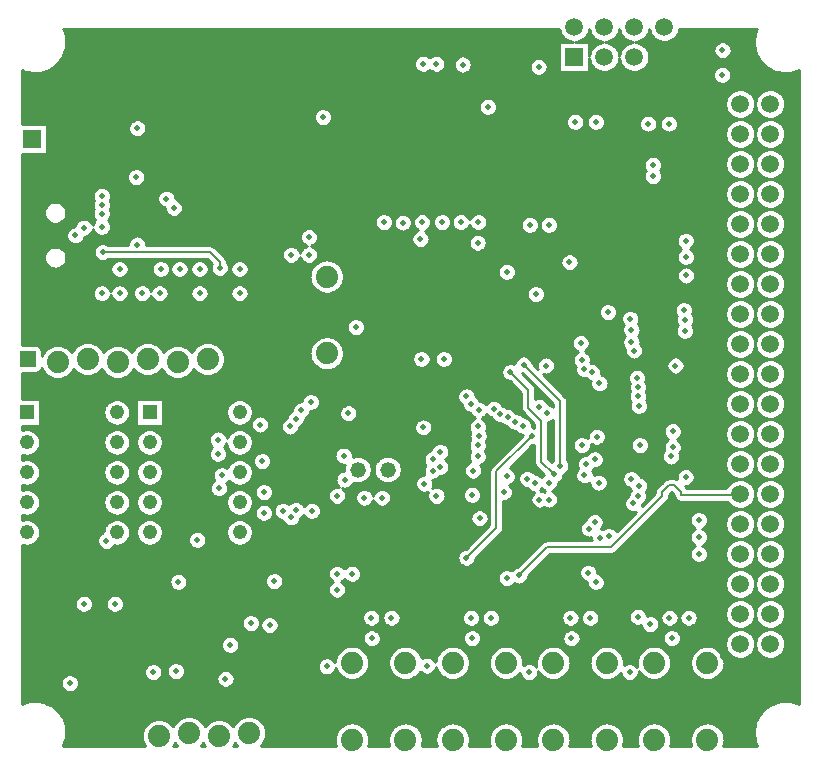
<source format=gbr>
%TF.GenerationSoftware,Novarm,DipTrace,3.2.0.1*%
%TF.CreationDate,2017-11-24T17:42:07-08:00*%
%FSLAX26Y26*%
%MOIN*%
%TF.FileFunction,Copper,L4,Bot*%
%TF.Part,Single*%
%AMOUTLINE6*
4,1,4,
0.026163,0.026163,
0.026205,-0.026121,
-0.026121,-0.026205,
-0.026163,0.026163,
0.026163,0.026163,
0*%
%TA.AperFunction,Conductor*%
%ADD17C,0.015748*%
%TA.AperFunction,CopperBalancing*%
%ADD20C,0.01*%
%TA.AperFunction,Conductor*%
%ADD21C,0.006*%
%TA.AperFunction,ComponentPad*%
%ADD27R,0.047992X0.047992*%
%ADD28C,0.048*%
%ADD39R,0.059055X0.059055*%
%ADD40C,0.059055*%
%ADD41C,0.074*%
%ADD44C,0.052*%
%ADD52R,0.05937X0.05937*%
%ADD53C,0.05937*%
%TA.AperFunction,ViaPad*%
%ADD58C,0.02*%
%TA.AperFunction,ComponentPad*%
%ADD127OUTLINE6*%
G75*
G01*
%LPD*%
X1287749Y2012500D2*
D17*
Y1884731D1*
Y1756500D1*
X1244000Y1712751D1*
X1183999D1*
X1169000Y1727749D1*
X1287749Y1884731D2*
X1115799D1*
Y1956896D1*
X982861Y1956501D2*
Y1884731D1*
X1115799D1*
X569000D2*
X982861D1*
X569000D2*
X568982Y2003469D1*
X1469911Y1557411D2*
Y1655606D1*
X1440765Y1684752D1*
X1359497D1*
X1287749Y1756500D1*
X1715736Y1700375D2*
X1612875D1*
X1469911Y1557411D1*
X1715736Y1700375D2*
X1934463D1*
X1984458Y1750370D1*
X2068824Y1834736D1*
Y1850427D1*
X2046951Y950454D2*
X2543774D1*
X2615642D1*
X2653138D1*
X2784374Y819218D1*
Y747375D1*
X2844000Y687749D1*
X2944000D1*
X2844000D2*
X2824762D1*
X2675010Y537997D1*
X2475031D1*
Y470399D1*
X2140144Y470836D2*
Y541122D1*
X1802609D1*
X1465073D1*
X1366471D1*
X1306596Y481247D1*
X1465073Y470836D2*
Y541122D1*
X1802609Y470836D2*
Y541122D1*
X2140144D2*
X2471907D1*
X2475031Y537997D1*
X1036449Y737749D2*
X1009787D1*
X918945Y828592D1*
Y931706D1*
X1381919Y1385306D2*
X1469911Y1473298D1*
Y1557411D1*
X1381919Y1385306D2*
Y1343640D1*
X1518882Y1206677D1*
X1590749D1*
X2256500Y1765992D2*
Y1769117D1*
X2134444D1*
X2068824Y1834736D1*
X1140797Y2448755D2*
Y2190699D1*
Y2159453D1*
X1287749Y2012500D1*
X1140797Y2190699D2*
X1031433D1*
X2046951Y950454D2*
X1843848D1*
X1787604Y1006698D1*
Y1222301D1*
X2125331Y2356819D2*
X2087361Y2318849D1*
X2054071D1*
X1747772D2*
X2054071D1*
X1578480Y2343828D2*
X1603459Y2318849D1*
X1747772D1*
X1578480Y2796408D2*
Y2448755D1*
Y2343828D1*
X2590875Y2743993D2*
Y2681753D1*
X2543774Y2634652D1*
X2141079D1*
Y2669024D1*
Y2796408D1*
Y2634652D2*
Y2372567D1*
X2125331Y2356819D1*
X1961945Y2821198D2*
Y2669024D1*
X2141079D1*
X1140797Y2448755D2*
X1578480D1*
X2615642Y1287749D2*
Y950454D1*
X2844000Y1287749D2*
D21*
X2841045Y1284794D1*
X2646888D1*
Y1294168D1*
X2625016Y1316041D1*
X2606268D1*
X2584395Y1294168D1*
Y1281669D1*
X2412538Y1109812D1*
X2200060D1*
X2106320Y1016072D1*
X2243806Y1381659D2*
Y1597261D1*
X2121944Y1719123D1*
X719000Y2094000D2*
X1075249D1*
X1109625Y2059625D1*
Y2040875D1*
X2148921Y1480171D2*
X2031500Y1362749D1*
Y1175249D1*
X1931500Y1075249D1*
X2225058Y1353537D2*
X2221963D1*
X2181312Y1394188D1*
Y1531688D1*
X2137567Y1575433D1*
Y1634757D1*
X2078198Y1694126D1*
D58*
X1115799Y1956896D3*
X982861Y1956501D3*
X569000Y1884731D3*
D3*
X568982Y2003469D3*
X1469911Y1557411D3*
X1715736Y1700375D3*
X1469911Y1557411D3*
X1984458Y1750370D3*
X1715736Y1700375D3*
X2068824Y1850427D3*
X2046951Y950454D3*
X2475031Y470399D3*
X2140144Y470836D3*
X1465073D3*
X1802609D3*
X1036449Y737749D3*
X918945Y931706D3*
X1381919Y1385306D3*
X1469911Y1557411D3*
X1590749Y1206677D3*
X1381919Y1385306D3*
X2543774Y950454D3*
X2256500Y1765992D3*
X1140797Y2448755D3*
X1031433Y2190699D3*
X1787604Y1222301D3*
X474217Y2295329D3*
X2125331Y2356819D3*
X2054071Y2318849D3*
X1747772D3*
X1578480Y2343828D3*
X1747772Y2318849D3*
X1578480Y2796408D3*
Y2343828D3*
X2141079Y2796408D3*
X2125331Y2356819D3*
X1961945Y2821198D3*
X1140797Y2448755D3*
X2615642Y1287749D3*
X2706500Y1144000D3*
X2503375Y1281500D3*
X2706500Y1144000D3*
X2350045Y1694126D3*
X2162564Y1953375D3*
X2662749Y2078375D3*
X2003206Y2578408D3*
X2706500Y1087749D3*
X2487749Y1256500D3*
X2706500Y1087749D3*
X2662749Y2016034D3*
X2375042Y1656630D3*
X2477881Y1871630D3*
X2275052Y2059713D3*
X1831349Y2722143D3*
X628375Y2150251D3*
X715875Y2250251D3*
X656472Y2175840D3*
X715875Y2222125D3*
X1790875Y1322125D3*
X1590752Y1275374D3*
X1650251Y1275249D3*
X1831500Y1281500D3*
X2784945Y2766459D3*
X2362543Y2528413D3*
X2784357Y2684630D3*
X2606268Y2522164D3*
X1275157Y850465D3*
X1128375Y672125D3*
X1522125Y1415875D3*
X1537751Y1556500D3*
X1406500Y2144173D3*
Y2084731D3*
X908583Y1956501D3*
X912751Y2037751D3*
X775251Y1956501D3*
Y2037749D3*
X1175249Y1956501D3*
Y2037749D3*
X1041916Y1956501D3*
Y2037751D3*
X2608320Y875248D3*
X2615642Y806719D3*
X2278177Y875248D3*
X2281500Y806500D3*
X1946962Y875248D3*
X1950251Y806500D3*
X1614571Y875248D3*
X1615875Y806500D3*
X1783311Y2194000D3*
X1778375Y2137749D3*
X2503154Y878587D3*
X2543774Y853589D3*
X2325047Y1350615D3*
X2500029Y1675378D3*
X2628375Y1715875D3*
X971455Y995181D3*
X1969000Y1412749D3*
Y1450249D3*
X2481500Y1834625D3*
X2656262Y1900354D3*
X1975249Y1206501D3*
X2134442Y1337913D3*
X2158466Y1324441D3*
X2106320Y1016072D3*
X2175063Y1269171D3*
X2206310D3*
Y1325415D3*
X2243806Y1381659D3*
X2121944Y1719123D3*
X1968835Y2125331D3*
X2315673Y1450402D3*
X2365668Y1478524D3*
X2056501Y1294000D3*
X2490875Y1765875D3*
X2659387Y1831612D3*
X2065875Y1347125D3*
X2481500Y1794000D3*
X2659387Y1869108D3*
X2503375Y1644000D3*
X2503154Y1612885D3*
X2506278Y1581638D3*
X2619000Y1497125D3*
X2509403Y1450402D3*
X2619000Y1444000D3*
X2612749Y1412749D3*
X2359419Y1403531D3*
X931500Y2272125D3*
X1562751Y1844000D3*
X956500Y2240875D3*
X1781500Y1737751D3*
X2371917Y1325415D3*
X2481500Y1337749D3*
X2662512Y1344163D3*
X2537525Y2522164D3*
X2197125Y1715875D3*
X2553148Y2384678D3*
X850249Y1956501D3*
X715875Y2178375D3*
Y2281500D3*
X2506500Y1315875D3*
X2706500Y1200251D3*
X2662749Y2131500D3*
X2403375Y1894000D3*
X2325047Y1703500D3*
X2403375Y1894000D3*
X1918840Y2719018D3*
X759625Y922125D3*
X962810Y697125D3*
X1212664Y856714D3*
D3*
X1500251Y1281499D3*
Y1022125D3*
Y969000D3*
X2362543Y994199D3*
X1970815Y2194000D3*
X1850251D3*
X1912843D3*
X2171938Y2711761D3*
X1970815Y2194000D3*
X656500Y922125D3*
X887749Y694000D3*
X1144000Y784625D3*
X1290875Y997125D3*
X2337546Y1025446D3*
X1525251Y1335560D3*
X1412643Y1594136D3*
X1381396Y1566014D3*
X1362749Y1537749D3*
X1344000Y1512751D3*
X1243911Y1519144D3*
X1103375Y1469000D3*
Y1422125D3*
X1250249Y1397125D3*
X1115875Y1350251D3*
X1106500Y1306500D3*
X1256500Y1294000D3*
Y1225249D3*
X1318999Y1231500D3*
X1362749Y1234626D3*
X1347125Y1209625D3*
X1415875Y1231500D3*
X1034625Y1134810D3*
X731500Y1131500D3*
X2022125Y1572125D3*
X1465875Y712749D3*
X2069000Y1544000D3*
X1800249Y715875D3*
X2119000Y1515875D3*
X2140875Y694000D3*
X2175063Y1578513D3*
X2340671Y1172306D3*
X2378167Y1141059D3*
X2475251Y694249D3*
X1972125Y1481500D3*
X1947125Y1587751D3*
X1931500Y1612749D3*
X1972125Y1569000D3*
X1969000Y1512749D3*
X830909Y2344000D3*
X1856512Y1737739D3*
X2331297Y1387908D3*
X2293801Y2528413D3*
X2553148Y2347182D3*
X2312549Y1790991D3*
X834625Y2119000D3*
X715875Y1956501D3*
X1950251Y1284625D3*
X1453375Y2544000D3*
X1844000Y1428375D3*
Y1378375D3*
X719000Y2094000D3*
X1109625Y2040875D3*
X975251Y2037751D3*
X834579Y2506541D3*
X1819000Y1403375D3*
X1787751Y1509625D3*
X1819000Y1365875D3*
Y1403375D3*
X2142356Y2184699D3*
X2206310D3*
X2315875Y1734625D3*
X2065875Y2028097D3*
X2142356Y2184699D3*
X609625Y656528D3*
X1550249Y1022125D3*
X2065699Y1006698D3*
X2044000Y1553375D3*
X1681500Y875462D3*
X2094000Y1528375D3*
X2012751Y875251D3*
X2148921Y1480171D3*
X1931500Y1075249D3*
X2344000Y875249D3*
X2672100Y875248D3*
X2406289Y1147308D3*
X2359419Y1194178D3*
X2200060Y1556640D3*
X1953352Y1365899D3*
X1347125Y2084822D3*
X1718991Y2192178D3*
X1656500Y2194000D3*
X2225058Y1353537D3*
X2078198Y1694126D3*
X1718991Y2192178D3*
X1787604Y2722143D3*
X1718991Y2192178D3*
X592412Y2829131D2*
D20*
X2242053D1*
X2639697D2*
X2895588D1*
X595420Y2819262D2*
X2246330D1*
X2335420D2*
X2346330D1*
X2435420D2*
X2446330D1*
X2535420D2*
X2546330D1*
X2635420D2*
X2892580D1*
X597412Y2809394D2*
X2253654D1*
X2328096D2*
X2353654D1*
X2428096D2*
X2453654D1*
X2528096D2*
X2553654D1*
X2628096D2*
X2890588D1*
X598408Y2799525D2*
X2266838D1*
X2314912D2*
X2366838D1*
X2414912D2*
X2466838D1*
X2514912D2*
X2566838D1*
X2614912D2*
X2889592D1*
X598467Y2789656D2*
X2239787D1*
X2341963D2*
X2369299D1*
X2412451D2*
X2469299D1*
X2512451D2*
X2764299D1*
X2805596D2*
X2889533D1*
X597568Y2779787D2*
X2239787D1*
X2341963D2*
X2354846D1*
X2426904D2*
X2454846D1*
X2526904D2*
X2756623D1*
X2813271D2*
X2890432D1*
X595713Y2769919D2*
X2239787D1*
X2341963D2*
X2347011D1*
X2434736D2*
X2447014D1*
X2534736D2*
X2753752D1*
X2816143D2*
X2892287D1*
X592842Y2760050D2*
X2239787D1*
X2439326D2*
X2442435D1*
X2539326D2*
X2754221D1*
X2815654D2*
X2895158D1*
X588838Y2750181D2*
X1774846D1*
X1800361D2*
X1818596D1*
X1844092D2*
X2239787D1*
X2541572D2*
X2758264D1*
X2811611D2*
X2899162D1*
X583545Y2740312D2*
X1762229D1*
X1856729D2*
X1896135D1*
X1941533D2*
X2160490D1*
X2183369D2*
X2239787D1*
X2541826D2*
X2768439D1*
X2801455D2*
X2904455D1*
X576768Y2730444D2*
X1757365D1*
X1861592D2*
X1889670D1*
X1948018D2*
X2146955D1*
X2196924D2*
X2239787D1*
X2540088D2*
X2911232D1*
X568018Y2720575D2*
X1756252D1*
X1862705D2*
X1887482D1*
X1950205D2*
X2141838D1*
X2202041D2*
X2239787D1*
X2341963D2*
X2345598D1*
X2436143D2*
X2445607D1*
X2536143D2*
X2919982D1*
X556533Y2710706D2*
X1758439D1*
X1860518D2*
X1888596D1*
X1949072D2*
X2140549D1*
X2203311D2*
X2239787D1*
X2341963D2*
X2352443D1*
X2429307D2*
X2452443D1*
X2529307D2*
X2767736D1*
X2800986D2*
X2931467D1*
X540225Y2700837D2*
X1764924D1*
X1854033D2*
X1893479D1*
X1944209D2*
X2142561D1*
X2201299D2*
X2239787D1*
X2341963D2*
X2364455D1*
X2417295D2*
X2464455D1*
X2517295D2*
X2757639D1*
X2811084D2*
X2947775D1*
X450010Y2690969D2*
X482580D1*
X505420D2*
X1906115D1*
X1931553D2*
X2148752D1*
X2195107D2*
X2753635D1*
X2815088D2*
X2982580D1*
X3005420D2*
X3037990D1*
X450010Y2681100D2*
X2753166D1*
X2815557D2*
X3037990D1*
X450010Y2671231D2*
X2756076D1*
X2812646D2*
X3037990D1*
X450010Y2661362D2*
X2763791D1*
X2804912D2*
X3037990D1*
X450010Y2651493D2*
X3037990D1*
X450010Y2641625D2*
X3037990D1*
X450010Y2631756D2*
X2819416D1*
X2868584D2*
X2919416D1*
X2968584D2*
X3037990D1*
X450010Y2621887D2*
X2806564D1*
X2881436D2*
X2906564D1*
X2981436D2*
X3037990D1*
X450010Y2612018D2*
X2799377D1*
X2888623D2*
X2899377D1*
X2988623D2*
X3037990D1*
X450010Y2602150D2*
X1983225D1*
X2023193D2*
X2795197D1*
X2992803D2*
X3037990D1*
X450010Y2592281D2*
X1975158D1*
X2031260D2*
X2793283D1*
X2994717D2*
X3037990D1*
X450010Y2582412D2*
X1972072D1*
X2034346D2*
X2793361D1*
X2994639D2*
X3037990D1*
X450010Y2572543D2*
X1441916D1*
X1464834D2*
X1972385D1*
X2034033D2*
X2795451D1*
X2992549D2*
X3037990D1*
X450010Y2562675D2*
X1428381D1*
X1478369D2*
X1976193D1*
X2030225D2*
X2799826D1*
X2888174D2*
X2899826D1*
X2988174D2*
X3037990D1*
X450010Y2552806D2*
X1423283D1*
X1483467D2*
X1985822D1*
X2020596D2*
X2274650D1*
X2312939D2*
X2343400D1*
X2381689D2*
X2807346D1*
X2880654D2*
X2907346D1*
X2980654D2*
X3037990D1*
X450010Y2542937D2*
X1421994D1*
X1484756D2*
X2266096D1*
X2321514D2*
X2334846D1*
X2390244D2*
X2514338D1*
X2560713D2*
X2583068D1*
X2629463D2*
X2820979D1*
X2867021D2*
X2920979D1*
X2967021D2*
X3037990D1*
X450010Y2533068D2*
X818732D1*
X850420D2*
X1424006D1*
X1482744D2*
X2262756D1*
X2324834D2*
X2331506D1*
X2393584D2*
X2508146D1*
X2566904D2*
X2576896D1*
X2635654D2*
X2822053D1*
X2865947D2*
X2922053D1*
X2965947D2*
X3037990D1*
X450010Y2523199D2*
X808146D1*
X861006D2*
X1430197D1*
X1476553D2*
X2262854D1*
X2324756D2*
X2331604D1*
X2393486D2*
X2506135D1*
X2568916D2*
X2574885D1*
X2637646D2*
X2807834D1*
X2880166D2*
X2907834D1*
X2980166D2*
X3037990D1*
X535537Y2513331D2*
X803947D1*
X865205D2*
X2266408D1*
X2321201D2*
X2335158D1*
X2389932D2*
X2507443D1*
X2567607D2*
X2576174D1*
X2636357D2*
X2800119D1*
X2887881D2*
X2900119D1*
X2987881D2*
X3037990D1*
X535537Y2503462D2*
X803342D1*
X865830D2*
X2275432D1*
X2312158D2*
X2344182D1*
X2380908D2*
X2512561D1*
X2562490D2*
X2581311D1*
X2631240D2*
X2795607D1*
X2892393D2*
X2895608D1*
X2992393D2*
X3037990D1*
X535537Y2493593D2*
X806076D1*
X863076D2*
X2526135D1*
X2548916D2*
X2594885D1*
X2617646D2*
X2793420D1*
X2994580D2*
X3037990D1*
X535537Y2483724D2*
X813498D1*
X855674D2*
X2793244D1*
X2994756D2*
X3037990D1*
X535537Y2473856D2*
X2795041D1*
X2992959D2*
X3037990D1*
X535537Y2463987D2*
X2799084D1*
X2888916D2*
X2899084D1*
X2988916D2*
X3037990D1*
X535537Y2454118D2*
X2806096D1*
X2881904D2*
X2906096D1*
X2981904D2*
X3037990D1*
X535537Y2444249D2*
X2818498D1*
X2869502D2*
X2918498D1*
X2969502D2*
X3037990D1*
X535537Y2434381D2*
X2825158D1*
X2862842D2*
X2925158D1*
X2962842D2*
X3037990D1*
X535537Y2424512D2*
X2809221D1*
X2878779D2*
X2909221D1*
X2978779D2*
X3037990D1*
X450010Y2414643D2*
X2547014D1*
X2559268D2*
X2800939D1*
X2887061D2*
X2900939D1*
X2987061D2*
X3037990D1*
X450010Y2404774D2*
X2529338D1*
X2576963D2*
X2796057D1*
X2891943D2*
X2896065D1*
X2991943D2*
X3037990D1*
X450010Y2394906D2*
X2523518D1*
X2582783D2*
X2793596D1*
X2994404D2*
X3037990D1*
X450010Y2385037D2*
X2521760D1*
X2584541D2*
X2793146D1*
X2994854D2*
X3037990D1*
X450010Y2375168D2*
X2523283D1*
X2583018D2*
X2794689D1*
X2993311D2*
X3037990D1*
X450010Y2365299D2*
X808225D1*
X853604D2*
X2527736D1*
X2578564D2*
X2798400D1*
X2889600D2*
X2898400D1*
X2989600D2*
X3037990D1*
X450010Y2355430D2*
X801740D1*
X860088D2*
X2522893D1*
X2583408D2*
X2804943D1*
X2883057D2*
X2904943D1*
X2983057D2*
X3037990D1*
X450010Y2345562D2*
X799553D1*
X862275D2*
X2521799D1*
X2584502D2*
X2816291D1*
X2871709D2*
X2916291D1*
X2971709D2*
X3037990D1*
X450010Y2335693D2*
X800666D1*
X861162D2*
X2524006D1*
X2582295D2*
X2829064D1*
X2858936D2*
X2929064D1*
X2958936D2*
X3037990D1*
X450010Y2325824D2*
X805549D1*
X856279D2*
X2530510D1*
X2575771D2*
X2810705D1*
X2877295D2*
X2910705D1*
X2977295D2*
X3037990D1*
X450010Y2315955D2*
X818186D1*
X843643D2*
X2801799D1*
X2886201D2*
X2901799D1*
X2986201D2*
X3037990D1*
X450010Y2306087D2*
X696994D1*
X734756D2*
X2796564D1*
X2891436D2*
X2896578D1*
X2991436D2*
X3037990D1*
X450010Y2296218D2*
X688283D1*
X743467D2*
X911955D1*
X951045D2*
X2793791D1*
X2994209D2*
X3037990D1*
X450010Y2286349D2*
X684865D1*
X746885D2*
X903635D1*
X959365D2*
X2793088D1*
X2994912D2*
X3037990D1*
X450010Y2276480D2*
X684885D1*
X746865D2*
X900412D1*
X962588D2*
X2794357D1*
X2993643D2*
X3037990D1*
X450010Y2266612D2*
X688361D1*
X743389D2*
X900607D1*
X973682D2*
X2797775D1*
X2890225D2*
X2897752D1*
X2990225D2*
X3037990D1*
X450010Y2256743D2*
X540471D1*
X581182D2*
X685178D1*
X746572D2*
X904279D1*
X983428D2*
X2803869D1*
X2884131D2*
X2903869D1*
X2984131D2*
X3037990D1*
X450010Y2246874D2*
X529787D1*
X591885D2*
X684670D1*
X747080D2*
X913576D1*
X987295D2*
X2814338D1*
X2873662D2*
X2914338D1*
X2973662D2*
X3037990D1*
X450010Y2237005D2*
X524670D1*
X596982D2*
X687521D1*
X744229D2*
X925354D1*
X987646D2*
X2834846D1*
X2853154D2*
X2934846D1*
X2953154D2*
X3037990D1*
X450010Y2227136D2*
X522756D1*
X598896D2*
X684885D1*
X746865D2*
X928381D1*
X984619D2*
X2812326D1*
X2875674D2*
X2912326D1*
X2975674D2*
X3037990D1*
X450010Y2217268D2*
X523518D1*
X598135D2*
X684865D1*
X746885D2*
X936350D1*
X976650D2*
X1635939D1*
X1677061D2*
X1700822D1*
X1737158D2*
X1762756D1*
X1803877D2*
X1829689D1*
X1870811D2*
X1892287D1*
X1933408D2*
X1950256D1*
X1991377D2*
X2802736D1*
X2885264D2*
X2902736D1*
X2985264D2*
X3037990D1*
X450010Y2207399D2*
X527170D1*
X594502D2*
X688283D1*
X743467D2*
X1628205D1*
X1684795D2*
X1691682D1*
X1746299D2*
X1755021D1*
X1811592D2*
X1821955D1*
X1878545D2*
X1884553D1*
X1999111D2*
X2121135D1*
X2163584D2*
X2185080D1*
X2227529D2*
X2797111D1*
X2890889D2*
X2897092D1*
X2990889D2*
X3037990D1*
X450010Y2197530D2*
X534904D1*
X586748D2*
X634182D1*
X678779D2*
X691271D1*
X740479D2*
X1625314D1*
X1814502D2*
X1819064D1*
X2002002D2*
X2113791D1*
X2170908D2*
X2177734D1*
X2234873D2*
X2794045D1*
X2993955D2*
X3037990D1*
X450010Y2187661D2*
X627463D1*
X745830D2*
X1625764D1*
X1814033D2*
X1819514D1*
X2001553D2*
X2111096D1*
X2237568D2*
X2793068D1*
X2994932D2*
X3037990D1*
X450010Y2177793D2*
X614514D1*
X747275D2*
X1629787D1*
X1683213D2*
X1691213D1*
X1746768D2*
X1756584D1*
X1810029D2*
X1823537D1*
X1876963D2*
X1886115D1*
X1939561D2*
X1944104D1*
X1997529D2*
X2111760D1*
X2236924D2*
X2794084D1*
X2993916D2*
X3037990D1*
X450010Y2167924D2*
X602639D1*
X745420D2*
X1386525D1*
X1426475D2*
X1639865D1*
X1673135D2*
X1699670D1*
X1738311D2*
X1766682D1*
X1799932D2*
X1833615D1*
X1866885D2*
X1896213D1*
X1929463D2*
X1954182D1*
X1987451D2*
X2115998D1*
X2168701D2*
X2179963D1*
X2232666D2*
X2797170D1*
X2890830D2*
X2897194D1*
X2990830D2*
X3037990D1*
X450010Y2158055D2*
X597990D1*
X682119D2*
X692268D1*
X739482D2*
X1378459D1*
X1434541D2*
X1754748D1*
X1802002D2*
X2126721D1*
X2157998D2*
X2190666D1*
X2221943D2*
X2646955D1*
X2678545D2*
X2802854D1*
X2885146D2*
X2902854D1*
X2985146D2*
X3037990D1*
X450010Y2148186D2*
X597053D1*
X670107D2*
X711291D1*
X720459D2*
X825119D1*
X844131D2*
X1375373D1*
X1437627D2*
X1748830D1*
X1807920D2*
X1947795D1*
X1989873D2*
X2636330D1*
X2689170D2*
X2812541D1*
X2875459D2*
X2912541D1*
X2975459D2*
X3037990D1*
X450010Y2138318D2*
X599416D1*
X657334D2*
X810158D1*
X859092D2*
X1375666D1*
X1437334D2*
X1746975D1*
X1809775D2*
X1940354D1*
X1997314D2*
X2632131D1*
X2693369D2*
X2835979D1*
X2852021D2*
X2935979D1*
X2952021D2*
X3037990D1*
X450010Y2128449D2*
X606193D1*
X650557D2*
X804729D1*
X864521D2*
X1379475D1*
X1433525D2*
X1748439D1*
X1808311D2*
X1937600D1*
X2000068D2*
X2631506D1*
X2693994D2*
X2814084D1*
X2873916D2*
X2914084D1*
X2973916D2*
X3037990D1*
X450010Y2118580D2*
X700119D1*
X737881D2*
X803225D1*
X866025D2*
X1389104D1*
X1423896D2*
X1753771D1*
X1802979D2*
X1938186D1*
X1999482D2*
X2634240D1*
X2691260D2*
X2803732D1*
X2884268D2*
X2903732D1*
X2984268D2*
X3037990D1*
X450010Y2108711D2*
X543322D1*
X578330D2*
X691389D1*
X1094639D2*
X1327326D1*
X1366924D2*
X1386818D1*
X1426182D2*
X1768381D1*
X1788369D2*
X1942385D1*
X1995283D2*
X2641623D1*
X2683877D2*
X2797678D1*
X2890322D2*
X2897679D1*
X2990322D2*
X3037990D1*
X450010Y2098843D2*
X530998D1*
X590674D2*
X687990D1*
X1104502D2*
X1319143D1*
X1375107D2*
X1378575D1*
X1434424D2*
X1952912D1*
X1984756D2*
X2639279D1*
X2686221D2*
X2794318D1*
X2993682D2*
X3037990D1*
X450010Y2088974D2*
X525256D1*
X596416D2*
X688010D1*
X1114365D2*
X1316018D1*
X1437607D2*
X2265803D1*
X2284287D2*
X2633264D1*
X2692236D2*
X2793088D1*
X2994912D2*
X3037990D1*
X450010Y2079105D2*
X522873D1*
X598779D2*
X691506D1*
X1124229D2*
X1316271D1*
X1437373D2*
X2250646D1*
X2299463D2*
X2631350D1*
X2694131D2*
X2793830D1*
X2994170D2*
X3037990D1*
X450010Y2069236D2*
X523225D1*
X598447D2*
X700373D1*
X737627D2*
X1065920D1*
X1131963D2*
X1320021D1*
X1374229D2*
X1379338D1*
X1433662D2*
X1456037D1*
X1475459D2*
X2245178D1*
X2304932D2*
X2632756D1*
X2692744D2*
X2796623D1*
X2891377D2*
X2896636D1*
X2991377D2*
X3037990D1*
X450010Y2059367D2*
X526369D1*
X595303D2*
X752873D1*
X797627D2*
X890373D1*
X935127D2*
X952873D1*
X997627D2*
X1019533D1*
X1064287D2*
X1075783D1*
X1134756D2*
X1152873D1*
X1197627D2*
X1329494D1*
X1364736D2*
X1388732D1*
X1424268D2*
X1431604D1*
X1499893D2*
X2243654D1*
X2306455D2*
X2638029D1*
X2687471D2*
X2801916D1*
X2886084D2*
X2901916D1*
X2986084D2*
X3037990D1*
X450010Y2049499D2*
X533264D1*
X588389D2*
X746213D1*
X804287D2*
X883713D1*
X941787D2*
X946219D1*
X1004287D2*
X1012873D1*
X1070947D2*
X1079475D1*
X1139775D2*
X1146213D1*
X1204287D2*
X1420861D1*
X1510635D2*
X2043283D1*
X2088467D2*
X2245412D1*
X2304678D2*
X2652248D1*
X2673252D2*
X2810920D1*
X2877080D2*
X2910920D1*
X2977080D2*
X3037990D1*
X450010Y2039630D2*
X550041D1*
X571631D2*
X743908D1*
X806592D2*
X881408D1*
X1006592D2*
X1010586D1*
X1073252D2*
X1078244D1*
X1206592D2*
X1414162D1*
X1517334D2*
X2036740D1*
X2095010D2*
X2251232D1*
X2298877D2*
X2642580D1*
X2682920D2*
X2829689D1*
X2858311D2*
X2929689D1*
X2958311D2*
X3037990D1*
X450010Y2029761D2*
X744924D1*
X805576D2*
X882424D1*
X1005576D2*
X1011583D1*
X1072256D2*
X1080334D1*
X1138916D2*
X1144924D1*
X1205576D2*
X1410002D1*
X1521494D2*
X2034514D1*
X2097236D2*
X2268850D1*
X2281260D2*
X2634631D1*
X2690869D2*
X2816018D1*
X2871982D2*
X2916018D1*
X2971982D2*
X3037990D1*
X450010Y2019892D2*
X749650D1*
X800850D2*
X887150D1*
X938350D2*
X949650D1*
X1000850D2*
X1016311D1*
X1067510D2*
X1086623D1*
X1132627D2*
X1149650D1*
X1200850D2*
X1407834D1*
X1523662D2*
X2035607D1*
X2096143D2*
X2631604D1*
X2693896D2*
X2804787D1*
X2883213D2*
X2904787D1*
X2983213D2*
X3037990D1*
X450010Y2010024D2*
X761779D1*
X788721D2*
X899279D1*
X926221D2*
X961779D1*
X988721D2*
X1028459D1*
X1055381D2*
X1161779D1*
X1188721D2*
X1407404D1*
X1524092D2*
X2040432D1*
X2091318D2*
X2631955D1*
X2693545D2*
X2798322D1*
X2889678D2*
X2898322D1*
X2989678D2*
X3037990D1*
X450010Y2000155D2*
X1408693D1*
X1522803D2*
X2052893D1*
X2078857D2*
X2635822D1*
X2689678D2*
X2794631D1*
X2993369D2*
X3037990D1*
X450010Y1990286D2*
X1411818D1*
X1519678D2*
X2645588D1*
X2679912D2*
X2793146D1*
X2994854D2*
X3037990D1*
X450010Y1980417D2*
X696115D1*
X735635D2*
X755490D1*
X795010D2*
X830490D1*
X870010D2*
X888811D1*
X928350D2*
X1022150D1*
X1061689D2*
X1155490D1*
X1195010D2*
X1417150D1*
X1514346D2*
X2147678D1*
X2177451D2*
X2793615D1*
X2994385D2*
X3037990D1*
X450010Y1970549D2*
X687912D1*
X743838D2*
X747290D1*
X803213D2*
X822287D1*
X936533D2*
X1013947D1*
X1069873D2*
X1147287D1*
X1203213D2*
X1425568D1*
X1505928D2*
X2136486D1*
X2188643D2*
X2796135D1*
X2891865D2*
X2896141D1*
X2991865D2*
X3037990D1*
X450010Y1960680D2*
X684768D1*
X806357D2*
X819143D1*
X939697D2*
X1010803D1*
X1073037D2*
X1144143D1*
X1206357D2*
X1440061D1*
X1491436D2*
X2132053D1*
X2193076D2*
X2801057D1*
X2886943D2*
X2901057D1*
X2986943D2*
X3037990D1*
X450010Y1950811D2*
X685021D1*
X806123D2*
X819377D1*
X939443D2*
X1011057D1*
X1072783D2*
X1144377D1*
X1206104D2*
X2131271D1*
X2193857D2*
X2809416D1*
X2878584D2*
X2909416D1*
X2978584D2*
X3037990D1*
X450010Y1940942D2*
X688752D1*
X742998D2*
X748127D1*
X802373D2*
X823127D1*
X877373D2*
X881466D1*
X935693D2*
X1014807D1*
X1069033D2*
X1148127D1*
X1202373D2*
X2133830D1*
X2191299D2*
X2825627D1*
X2862373D2*
X2925627D1*
X2962373D2*
X3037990D1*
X450010Y1931073D2*
X698205D1*
X733545D2*
X757580D1*
X792920D2*
X832580D1*
X867920D2*
X890920D1*
X926240D2*
X1024260D1*
X1059580D2*
X1157580D1*
X1192920D2*
X2140900D1*
X2184229D2*
X2818186D1*
X2869814D2*
X2918186D1*
X2969814D2*
X3037990D1*
X450010Y1921205D2*
X2388811D1*
X2417939D2*
X2633146D1*
X2679385D2*
X2805939D1*
X2882061D2*
X2905939D1*
X2982061D2*
X3037990D1*
X450010Y1911336D2*
X2377404D1*
X2429346D2*
X2626916D1*
X2685615D2*
X2798986D1*
X2889014D2*
X2898986D1*
X2989014D2*
X3037990D1*
X450010Y1901467D2*
X2372912D1*
X2433838D2*
X2471057D1*
X2484697D2*
X2624885D1*
X2687646D2*
X2795002D1*
X2992998D2*
X3037990D1*
X450010Y1891598D2*
X2372072D1*
X2434678D2*
X2453967D1*
X2501807D2*
X2626154D1*
X2686377D2*
X2793225D1*
X2994775D2*
X3037990D1*
X450010Y1881730D2*
X2374553D1*
X2432197D2*
X2448205D1*
X2507549D2*
X2630725D1*
X2688037D2*
X2793439D1*
X2994561D2*
X3037990D1*
X450010Y1871861D2*
X1549592D1*
X1575908D2*
X2381545D1*
X2425205D2*
X2446486D1*
X2509287D2*
X2628107D1*
X2690654D2*
X2795666D1*
X2892334D2*
X2895679D1*
X2992334D2*
X3037990D1*
X450010Y1861992D2*
X1537248D1*
X1588252D2*
X2448049D1*
X2507705D2*
X2628830D1*
X2689951D2*
X2800236D1*
X2887764D2*
X2900236D1*
X2987764D2*
X3037990D1*
X450010Y1852123D2*
X1532463D1*
X1593037D2*
X2453557D1*
X2507354D2*
X2633166D1*
X2685596D2*
X2808029D1*
X2879971D2*
X2908029D1*
X2979971D2*
X3037990D1*
X450010Y1842255D2*
X1531408D1*
X1594092D2*
X2451076D1*
X2511924D2*
X2629904D1*
X2688857D2*
X2822424D1*
X2865576D2*
X2922424D1*
X2965576D2*
X3037990D1*
X450010Y1832386D2*
X1533654D1*
X1591846D2*
X2450178D1*
X2512822D2*
X2627990D1*
X2690771D2*
X2820627D1*
X2867373D2*
X2920627D1*
X2967373D2*
X3037990D1*
X450010Y1822517D2*
X1540236D1*
X1585264D2*
X2452619D1*
X2510381D2*
X2629377D1*
X2689404D2*
X2807170D1*
X2880830D2*
X2907170D1*
X2980830D2*
X3037990D1*
X450010Y1812648D2*
X1452834D1*
X1478662D2*
X2290217D1*
X2334873D2*
X2456486D1*
X2506514D2*
X2634631D1*
X2684150D2*
X2799729D1*
X2888271D2*
X2899729D1*
X2988271D2*
X3037990D1*
X450010Y1802780D2*
X1430803D1*
X1500713D2*
X2283537D1*
X2341572D2*
X2451389D1*
X2511611D2*
X2648752D1*
X2670029D2*
X2795393D1*
X2992607D2*
X3037990D1*
X450010Y1792911D2*
X652131D1*
X685869D2*
X852131D1*
X885869D2*
X1052131D1*
X1085869D2*
X1420373D1*
X1511123D2*
X2281213D1*
X2343896D2*
X2450119D1*
X2512881D2*
X2793342D1*
X2994658D2*
X3037990D1*
X503252Y1783042D2*
X552580D1*
X585420D2*
X632736D1*
X705264D2*
X752580D1*
X785420D2*
X832736D1*
X905264D2*
X952580D1*
X985420D2*
X1032736D1*
X1105264D2*
X1413850D1*
X1517646D2*
X2282209D1*
X2342900D2*
X2452150D1*
X2516963D2*
X2793303D1*
X2994697D2*
X3037990D1*
X514346Y1773173D2*
X532912D1*
X605088D2*
X622834D1*
X715166D2*
X732912D1*
X805088D2*
X822834D1*
X915166D2*
X932912D1*
X1005088D2*
X1022834D1*
X1115166D2*
X1409826D1*
X1521670D2*
X2286916D1*
X2338174D2*
X2458361D1*
X2521377D2*
X2795256D1*
X2992744D2*
X3037990D1*
X516572Y1763304D2*
X522951D1*
X1121396D2*
X1407756D1*
X1523740D2*
X1764025D1*
X1798975D2*
X1839064D1*
X1873955D2*
X2298986D1*
X2326963D2*
X2459592D1*
X2522158D2*
X2799475D1*
X2888525D2*
X2899475D1*
X2988525D2*
X3037990D1*
X1125225Y1753436D2*
X1407424D1*
X1524072D2*
X1754455D1*
X1808545D2*
X1829475D1*
X1883545D2*
X2290998D1*
X2340752D2*
X2462131D1*
X2519619D2*
X2806740D1*
X2881260D2*
X2906740D1*
X2981260D2*
X3037990D1*
X1127100Y1743567D2*
X1408830D1*
X1522666D2*
X1750666D1*
X1812334D2*
X1825666D1*
X1887354D2*
X2102873D1*
X2141025D2*
X2183576D1*
X2210674D2*
X2285822D1*
X2345928D2*
X2469221D1*
X2512529D2*
X2614826D1*
X2641924D2*
X2819748D1*
X2868252D2*
X2919748D1*
X2968252D2*
X3037990D1*
X1127256Y1733698D2*
X1412072D1*
X1519424D2*
X1750373D1*
X1812627D2*
X1825373D1*
X1887646D2*
X2094260D1*
X2149619D2*
X2171506D1*
X2222744D2*
X2284494D1*
X2347256D2*
X2602756D1*
X2653994D2*
X2823479D1*
X2864521D2*
X2923479D1*
X2964521D2*
X3037990D1*
X1125693Y1723829D2*
X1417561D1*
X1513936D2*
X1753479D1*
X1809521D2*
X1828479D1*
X1884541D2*
X2070725D1*
X2085674D2*
X2090905D1*
X2152979D2*
X2166779D1*
X2227471D2*
X2286447D1*
X2357510D2*
X2598029D1*
X2658721D2*
X2808498D1*
X2879502D2*
X2908498D1*
X2979502D2*
X3037990D1*
X1122236Y1713961D2*
X1426213D1*
X1505283D2*
X1761564D1*
X1801436D2*
X1836564D1*
X1876455D2*
X2054162D1*
X2161201D2*
X2165783D1*
X2228467D2*
X2292580D1*
X2374092D2*
X2597033D1*
X2659717D2*
X2800510D1*
X2887490D2*
X2900510D1*
X2987490D2*
X3037990D1*
X1116494Y1704092D2*
X1441330D1*
X1490166D2*
X2048479D1*
X2226143D2*
X2293654D1*
X2379756D2*
X2489045D1*
X2511006D2*
X2599357D1*
X2657393D2*
X2795822D1*
X2892178D2*
X2895815D1*
X2992178D2*
X3037990D1*
X506846Y1694223D2*
X521408D1*
X616592D2*
X630588D1*
X707412D2*
X721408D1*
X816592D2*
X830588D1*
X907412D2*
X921408D1*
X1016592D2*
X1030588D1*
X1107412D2*
X2046799D1*
X2219463D2*
X2295100D1*
X2381436D2*
X2475178D1*
X2524893D2*
X2606037D1*
X2650713D2*
X2793498D1*
X2994502D2*
X3037990D1*
X450010Y1684354D2*
X530432D1*
X607568D2*
X646936D1*
X691064D2*
X730432D1*
X807568D2*
X846936D1*
X891064D2*
X930432D1*
X1007568D2*
X1046936D1*
X1091064D2*
X2048420D1*
X2190811D2*
X2300432D1*
X2388506D2*
X2469982D1*
X2530068D2*
X2793186D1*
X2994814D2*
X3037990D1*
X450010Y1674486D2*
X546604D1*
X591396D2*
X746604D1*
X791396D2*
X946604D1*
X991396D2*
X2053986D1*
X2200674D2*
X2314982D1*
X2400654D2*
X2468635D1*
X2531416D2*
X2794865D1*
X2993135D2*
X3037990D1*
X450010Y1664617D2*
X2069885D1*
X2210537D2*
X2341740D1*
X2405381D2*
X2470588D1*
X2529463D2*
X2798752D1*
X2889248D2*
X2898752D1*
X2989248D2*
X3037990D1*
X450010Y1654748D2*
X2083479D1*
X2220420D2*
X2343693D1*
X2406377D2*
X2473947D1*
X2532803D2*
X2805529D1*
X2882471D2*
X2905529D1*
X2982471D2*
X3037990D1*
X450010Y1644879D2*
X2093361D1*
X2230283D2*
X2345998D1*
X2404072D2*
X2471994D1*
X2534756D2*
X2817404D1*
X2870596D2*
X2917404D1*
X2970596D2*
X3037990D1*
X450010Y1635010D2*
X1909807D1*
X1953193D2*
X2103225D1*
X2161963D2*
X2171955D1*
X2240146D2*
X2352678D1*
X2397412D2*
X2473342D1*
X2533408D2*
X2826896D1*
X2861104D2*
X2926896D1*
X2961104D2*
X3037990D1*
X450010Y1625142D2*
X1902736D1*
X1960264D2*
X2113088D1*
X2161963D2*
X2181838D1*
X2250010D2*
X2474338D1*
X2531982D2*
X2809924D1*
X2878076D2*
X2909924D1*
X2978076D2*
X3037990D1*
X450010Y1615273D2*
X1389787D1*
X1435498D2*
X1900197D1*
X1962803D2*
X2113166D1*
X2161963D2*
X2191701D1*
X2259893D2*
X2471838D1*
X2534463D2*
X2801350D1*
X2886650D2*
X2901350D1*
X2986650D2*
X3037990D1*
X450010Y1605404D2*
X1383400D1*
X1441885D2*
X1900998D1*
X1972881D2*
X2113166D1*
X2190244D2*
X2201564D1*
X2266748D2*
X2472697D1*
X2533623D2*
X2796291D1*
X2891709D2*
X2896300D1*
X2991709D2*
X3037990D1*
X511279Y1595535D2*
X738771D1*
X792979D2*
X829846D1*
X920654D2*
X1148146D1*
X1202354D2*
X1373146D1*
X1444014D2*
X1905451D1*
X1987959D2*
X2001740D1*
X2042510D2*
X2113166D1*
X2201260D2*
X2211447D1*
X2268213D2*
X2477189D1*
X2534307D2*
X2793674D1*
X2994326D2*
X3037990D1*
X511279Y1585667D2*
X728908D1*
X802842D2*
X829846D1*
X920654D2*
X1138283D1*
X1212217D2*
X1357209D1*
X1442842D2*
X1528186D1*
X1547314D2*
X1915803D1*
X2050342D2*
X2113166D1*
X2210088D2*
X2219396D1*
X2268213D2*
X2475139D1*
X2537412D2*
X2793107D1*
X2994893D2*
X3037990D1*
X511279Y1575798D2*
X723518D1*
X808232D2*
X829846D1*
X920654D2*
X1132893D1*
X1217607D2*
X1351623D1*
X1437881D2*
X1513264D1*
X1562236D2*
X1918166D1*
X2065537D2*
X2113166D1*
X2268213D2*
X2475451D1*
X2537119D2*
X2794533D1*
X2993467D2*
X3037990D1*
X511279Y1565929D2*
X720920D1*
X810830D2*
X829846D1*
X920654D2*
X1130295D1*
X1220205D2*
X1350002D1*
X1424971D2*
X1507854D1*
X1567646D2*
X1924963D1*
X2091045D2*
X2115178D1*
X2268213D2*
X2479260D1*
X2533311D2*
X2798088D1*
X2889912D2*
X2898088D1*
X2989912D2*
X3037990D1*
X511279Y1556060D2*
X720627D1*
X811123D2*
X829846D1*
X920654D2*
X1130002D1*
X1220498D2*
X1337482D1*
X1411123D2*
X1506350D1*
X1569150D2*
X1943615D1*
X2107549D2*
X2122854D1*
X2268213D2*
X2488850D1*
X2523701D2*
X2804416D1*
X2883584D2*
X2904416D1*
X2983584D2*
X3037990D1*
X511279Y1546192D2*
X722561D1*
X809189D2*
X829846D1*
X920654D2*
X1131936D1*
X1218564D2*
X1229025D1*
X1258779D2*
X1332541D1*
X1405439D2*
X1508146D1*
X1567354D2*
X1951018D1*
X1993232D2*
X2005256D1*
X2122256D2*
X2132717D1*
X2268213D2*
X2815334D1*
X2872666D2*
X2915334D1*
X2972666D2*
X3037990D1*
X511279Y1536323D2*
X727072D1*
X804678D2*
X829846D1*
X920654D2*
X1136447D1*
X1214053D2*
X1217826D1*
X1269990D2*
X1323811D1*
X1394111D2*
X1514006D1*
X1561494D2*
X1772209D1*
X1803291D2*
X1948811D1*
X1989189D2*
X2017834D1*
X2268213D2*
X2831447D1*
X2856553D2*
X2931447D1*
X2956553D2*
X3037990D1*
X511279Y1526454D2*
X735354D1*
X796396D2*
X829846D1*
X920654D2*
X1144729D1*
X1205771D2*
X1213400D1*
X1274424D2*
X1315861D1*
X1391982D2*
X1532131D1*
X1543369D2*
X1761428D1*
X1814072D2*
X1940861D1*
X1997139D2*
X2028869D1*
X2148506D2*
X2152455D1*
X2205713D2*
X2219396D1*
X2268213D2*
X2610002D1*
X2627998D2*
X2811467D1*
X2876533D2*
X2911467D1*
X2976533D2*
X3037990D1*
X511279Y1516585D2*
X753967D1*
X777783D2*
X829846D1*
X920654D2*
X1163342D1*
X1187158D2*
X1212619D1*
X1275205D2*
X1312834D1*
X1385576D2*
X1757150D1*
X1818350D2*
X1937834D1*
X2000166D2*
X2054865D1*
X2150400D2*
X2156894D1*
X2205713D2*
X2219396D1*
X2268213D2*
X2594650D1*
X2643350D2*
X2802248D1*
X2885752D2*
X2902248D1*
X2985752D2*
X3037990D1*
X450010Y1506717D2*
X1215158D1*
X1272646D2*
X1313205D1*
X1374795D2*
X1756486D1*
X1819014D2*
X1938205D1*
X1999795D2*
X2071662D1*
X2205713D2*
X2219396D1*
X2268213D2*
X2353303D1*
X2378037D2*
X2589162D1*
X2648838D2*
X2796818D1*
X2891182D2*
X2896812D1*
X2991182D2*
X3037990D1*
X491084Y1496848D2*
X740666D1*
X791084D2*
X850041D1*
X900459D2*
X1090178D1*
X1116572D2*
X1150041D1*
X1200459D2*
X1222248D1*
X1265576D2*
X1317092D1*
X1370908D2*
X1759162D1*
X1816338D2*
X1942092D1*
X1999365D2*
X2094299D1*
X2205713D2*
X2219396D1*
X2268213D2*
X2340412D1*
X2390928D2*
X2587600D1*
X2650400D2*
X2793908D1*
X2994092D2*
X3037990D1*
X501846Y1486979D2*
X729904D1*
X801846D2*
X839279D1*
X911221D2*
X1077854D1*
X1128896D2*
X1139279D1*
X1211221D2*
X1326877D1*
X1361123D2*
X1766467D1*
X1809033D2*
X1941213D1*
X2003018D2*
X2108557D1*
X2205713D2*
X2219396D1*
X2268213D2*
X2335471D1*
X2395869D2*
X2589338D1*
X2648662D2*
X2793088D1*
X2994912D2*
X3037990D1*
X507686Y1477110D2*
X724064D1*
X807686D2*
X833439D1*
X917061D2*
X1073068D1*
X1217061D2*
X1941037D1*
X2003213D2*
X2111760D1*
X2205713D2*
X2219396D1*
X2268213D2*
X2300158D1*
X2331201D2*
X2334305D1*
X2397041D2*
X2493889D1*
X2524932D2*
X2595119D1*
X2642881D2*
X2794221D1*
X2993779D2*
X3037990D1*
X510615Y1467241D2*
X721135D1*
X810615D2*
X830510D1*
X919990D2*
X1072033D1*
X1219990D2*
X1942795D1*
X1999971D2*
X2101896D1*
X2205713D2*
X2219396D1*
X2268213D2*
X2289357D1*
X2394893D2*
X2483088D1*
X2535713D2*
X2598400D1*
X2639600D2*
X2797482D1*
X2890518D2*
X2897463D1*
X2990518D2*
X3037990D1*
X511221Y1457373D2*
X720529D1*
X811221D2*
X829904D1*
X920596D2*
X1074279D1*
X1220596D2*
X1833869D1*
X1854131D2*
X1938439D1*
X1999561D2*
X2092033D1*
X2205713D2*
X2219396D1*
X2268213D2*
X2285080D1*
X2388506D2*
X2478811D1*
X2539990D2*
X2590705D1*
X2647295D2*
X2803381D1*
X2884619D2*
X2903381D1*
X2984619D2*
X3037990D1*
X509580Y1447504D2*
X722170D1*
X809580D2*
X831545D1*
X918955D2*
X1080881D1*
X1125869D2*
X1131520D1*
X1218955D2*
X1819377D1*
X1868623D2*
X1937717D1*
X2000283D2*
X2082170D1*
X2150342D2*
X2156925D1*
X2205713D2*
X2219396D1*
X2268213D2*
X2284416D1*
X2346943D2*
X2478146D1*
X2540674D2*
X2587795D1*
X2650205D2*
X2813459D1*
X2874541D2*
X2913459D1*
X2974541D2*
X3037990D1*
X505439Y1437635D2*
X726311D1*
X805439D2*
X835686D1*
X914814D2*
X1076232D1*
X1130518D2*
X1135685D1*
X1214814D2*
X1499904D1*
X1544346D2*
X1814045D1*
X1873955D2*
X1940334D1*
X1997666D2*
X2072287D1*
X2140479D2*
X2156916D1*
X2205713D2*
X2219396D1*
X2268213D2*
X2287092D1*
X2344268D2*
X2480822D1*
X2537998D2*
X2588283D1*
X2649717D2*
X2840959D1*
X2847043D2*
X2940959D1*
X2947043D2*
X3037990D1*
X497803Y1427766D2*
X733947D1*
X797803D2*
X843322D1*
X907178D2*
X1072502D1*
X1134248D2*
X1143322D1*
X1207178D2*
X1493146D1*
X1551104D2*
X1799846D1*
X1875400D2*
X1941564D1*
X1996436D2*
X2062424D1*
X2130615D2*
X2156916D1*
X2205713D2*
X2219396D1*
X2268213D2*
X2294377D1*
X2336963D2*
X2340065D1*
X2378779D2*
X2488107D1*
X2530693D2*
X2585314D1*
X2645693D2*
X2813146D1*
X2874854D2*
X2913146D1*
X2974854D2*
X3037990D1*
X482041Y1417898D2*
X749709D1*
X782041D2*
X859084D1*
X891416D2*
X1072268D1*
X1134482D2*
X1159084D1*
X1191416D2*
X1227053D1*
X1273447D2*
X1490783D1*
X1553467D2*
X1791291D1*
X1873545D2*
X1938049D1*
X1999951D2*
X2052561D1*
X2120732D2*
X2156916D1*
X2205713D2*
X2219396D1*
X2268213D2*
X2325314D1*
X2387217D2*
X2581779D1*
X2643701D2*
X2803205D1*
X2884795D2*
X2903205D1*
X2984795D2*
X3037990D1*
X450010Y1408029D2*
X1075432D1*
X1131318D2*
X1220881D1*
X1279619D2*
X1491760D1*
X1595088D2*
X1642912D1*
X1695088D2*
X1787951D1*
X1867588D2*
X1937971D1*
X2000029D2*
X2042678D1*
X2110869D2*
X2156916D1*
X2205713D2*
X2219396D1*
X2268213D2*
X2307502D1*
X2390479D2*
X2581721D1*
X2643779D2*
X2797385D1*
X2890615D2*
X2897358D1*
X2990615D2*
X3037990D1*
X488936Y1398160D2*
X742814D1*
X788936D2*
X852189D1*
X898311D2*
X1083674D1*
X1123076D2*
X1152189D1*
X1198311D2*
X1218869D1*
X1281631D2*
X1496428D1*
X1606084D2*
X1631916D1*
X1706084D2*
X1788049D1*
X1868076D2*
X1941330D1*
X1996670D2*
X2032814D1*
X2101006D2*
X2156916D1*
X2211436D2*
X2217281D1*
X2270342D2*
X2301682D1*
X2390342D2*
X2585080D1*
X2640420D2*
X2794162D1*
X2993838D2*
X3037990D1*
X500771Y1388291D2*
X730979D1*
X800771D2*
X840354D1*
X910146D2*
X1140354D1*
X1210146D2*
X1220158D1*
X1280342D2*
X1508342D1*
X1612197D2*
X1625803D1*
X1712197D2*
X1791604D1*
X1873740D2*
X1931799D1*
X1988057D2*
X2022951D1*
X2091143D2*
X2157658D1*
X2274482D2*
X2299904D1*
X2386729D2*
X2593693D1*
X2631807D2*
X2793068D1*
X2994932D2*
X3037990D1*
X507100Y1378423D2*
X724650D1*
X807100D2*
X834025D1*
X916475D2*
X1103459D1*
X1128291D2*
X1134025D1*
X1216475D2*
X1225275D1*
X1275225D2*
X1522561D1*
X1615439D2*
X1622571D1*
X1715439D2*
X1790314D1*
X1875400D2*
X1924650D1*
X1982061D2*
X2013127D1*
X2081260D2*
X2163029D1*
X2275029D2*
X2301408D1*
X2377549D2*
X2793947D1*
X2994053D2*
X3037990D1*
X510361Y1368554D2*
X721389D1*
X810361D2*
X830764D1*
X919736D2*
X1090607D1*
X1219736D2*
X1238869D1*
X1261631D2*
X1521604D1*
X1616396D2*
X1621605D1*
X1716396D2*
X1787717D1*
X1873779D2*
X1922072D1*
X1984639D2*
X2007834D1*
X2088447D2*
X2172854D1*
X2272236D2*
X2299494D1*
X2355732D2*
X2643361D1*
X2681650D2*
X2796916D1*
X2891084D2*
X2896903D1*
X2991084D2*
X3037990D1*
X511260Y1358685D2*
X720490D1*
X811260D2*
X829865D1*
X920635D2*
X1085666D1*
X1220635D2*
X1504514D1*
X1615244D2*
X1622752D1*
X1715244D2*
X1788459D1*
X1868154D2*
X1922814D1*
X1983877D2*
X2007092D1*
X2094990D2*
X2111252D1*
X2157646D2*
X2182717D1*
X2264717D2*
X2294729D1*
X2355361D2*
X2458459D1*
X2504541D2*
X2634807D1*
X2690225D2*
X2802404D1*
X2885596D2*
X2902404D1*
X2985596D2*
X3037990D1*
X509932Y1348816D2*
X721818D1*
X809932D2*
X831193D1*
X919307D2*
X1084514D1*
X1219307D2*
X1496896D1*
X1611787D2*
X1626213D1*
X1711787D2*
X1775334D1*
X1852100D2*
X1927209D1*
X1979502D2*
X2007092D1*
X2097236D2*
X2105061D1*
X2177627D2*
X2185900D1*
X2256084D2*
X2293693D1*
X2392314D2*
X2452189D1*
X2510811D2*
X2631467D1*
X2693545D2*
X2811740D1*
X2876260D2*
X2911740D1*
X2976260D2*
X3037990D1*
X506162Y1338948D2*
X725588D1*
X806162D2*
X834963D1*
X915537D2*
X1086662D1*
X1215537D2*
X1494045D1*
X1605361D2*
X1632639D1*
X1705361D2*
X1764553D1*
X1834111D2*
X1938283D1*
X1968408D2*
X2007092D1*
X2096162D2*
X2103068D1*
X2252725D2*
X2295979D1*
X2400146D2*
X2450119D1*
X2527295D2*
X2600490D1*
X2693467D2*
X2832463D1*
X2855537D2*
X2932463D1*
X2955537D2*
X3037990D1*
X499092Y1329079D2*
X732658D1*
X799092D2*
X842033D1*
X908467D2*
X1085139D1*
X1138682D2*
X1142025D1*
X1208467D2*
X1494553D1*
X1593643D2*
X1644357D1*
X1693643D2*
X1760275D1*
X1821475D2*
X2007092D1*
X2091338D2*
X2104357D1*
X2244111D2*
X2302600D1*
X2403096D2*
X2451369D1*
X2534893D2*
X2585217D1*
X2689912D2*
X2814982D1*
X2873018D2*
X2914982D1*
X2973018D2*
X3037990D1*
X485264Y1319210D2*
X746486D1*
X785264D2*
X855861D1*
X894639D2*
X1077893D1*
X1135107D2*
X1155861D1*
X1194639D2*
X1238518D1*
X1274482D2*
X1498615D1*
X1551885D2*
X1759611D1*
X1822139D2*
X2007092D1*
X2078916D2*
X2109475D1*
X2237061D2*
X2341154D1*
X2402686D2*
X2456408D1*
X2537725D2*
X2575354D1*
X2680869D2*
X2804240D1*
X2883760D2*
X2904240D1*
X2983760D2*
X3037990D1*
X450010Y1309341D2*
X1075236D1*
X1137764D2*
X1229260D1*
X1283740D2*
X1487053D1*
X1541631D2*
X1762287D1*
X1844717D2*
X1931545D1*
X1968955D2*
X2007092D1*
X2083740D2*
X2123068D1*
X2233115D2*
X2345119D1*
X2398721D2*
X2469670D1*
X2537197D2*
X2565588D1*
X2665693D2*
X2797990D1*
X2890010D2*
X2897980D1*
X2990010D2*
X3037990D1*
X486455Y1299472D2*
X745295D1*
X786455D2*
X854670D1*
X895830D2*
X1075920D1*
X1137080D2*
X1154670D1*
X1195830D2*
X1225588D1*
X1287412D2*
X1474729D1*
X1525771D2*
X1571213D1*
X1610283D2*
X1630881D1*
X1669619D2*
X1769592D1*
X1857021D2*
X1922717D1*
X1977783D2*
X2007092D1*
X2087412D2*
X2140119D1*
X2178506D2*
X2189455D1*
X2223154D2*
X2355061D1*
X2388760D2*
X2477854D1*
X2533096D2*
X2560607D1*
X2993525D2*
X3037990D1*
X499619Y1289604D2*
X732131D1*
X799619D2*
X841506D1*
X908994D2*
X1080236D1*
X1132764D2*
X1141506D1*
X1208994D2*
X1225412D1*
X1287588D2*
X1469943D1*
X1530557D2*
X1562893D1*
X1618623D2*
X1622464D1*
X1678057D2*
X1801193D1*
X1861807D2*
X1919260D1*
X1981240D2*
X2007092D1*
X2087588D2*
X2151545D1*
X2229814D2*
X2473068D1*
X2533682D2*
X2558244D1*
X2613916D2*
X2617370D1*
X2994893D2*
X3037990D1*
X506455Y1279735D2*
X725295D1*
X806455D2*
X834670D1*
X915830D2*
X1091076D1*
X1121924D2*
X1134670D1*
X1215830D2*
X1228654D1*
X1284346D2*
X1468908D1*
X1531592D2*
X1559670D1*
X1681318D2*
X1800158D1*
X1862842D2*
X1919240D1*
X1981260D2*
X2007092D1*
X2084346D2*
X2145549D1*
X2235811D2*
X2467150D1*
X2534717D2*
X2548361D1*
X2608721D2*
X2623049D1*
X2994287D2*
X3037990D1*
X510068Y1269866D2*
X721682D1*
X810068D2*
X831057D1*
X919463D2*
X1131057D1*
X1219463D2*
X1237014D1*
X1275986D2*
X1471174D1*
X1529346D2*
X1559846D1*
X1681162D2*
X1802424D1*
X1860576D2*
X1922678D1*
X1977822D2*
X2007092D1*
X2075986D2*
X2143674D1*
X2237705D2*
X2459455D1*
X2532471D2*
X2538498D1*
X2605596D2*
X2627873D1*
X2891611D2*
X2896378D1*
X2991611D2*
X3037990D1*
X511279Y1259997D2*
X720471D1*
X811279D2*
X829846D1*
X920654D2*
X1129846D1*
X1220654D2*
X1307404D1*
X1330576D2*
X1345002D1*
X1380498D2*
X1404299D1*
X1427471D2*
X1477756D1*
X1522744D2*
X1563537D1*
X1617979D2*
X1622959D1*
X1677549D2*
X1809006D1*
X1853994D2*
X1931428D1*
X1969072D2*
X2007092D1*
X2055908D2*
X2145080D1*
X2236299D2*
X2456545D1*
X2596807D2*
X2801486D1*
X2886514D2*
X2901486D1*
X2986514D2*
X3037990D1*
X510244Y1250129D2*
X721506D1*
X810244D2*
X830881D1*
X919619D2*
X1130881D1*
X1219619D2*
X1238029D1*
X1274971D2*
X1293967D1*
X1440908D2*
X1572814D1*
X1608682D2*
X1632131D1*
X1668369D2*
X2007092D1*
X2055908D2*
X2150373D1*
X2231006D2*
X2457033D1*
X2586943D2*
X2810178D1*
X2877822D2*
X2910178D1*
X2977822D2*
X3037990D1*
X506826Y1240260D2*
X724924D1*
X806826D2*
X834299D1*
X916201D2*
X1134299D1*
X1216201D2*
X1229064D1*
X1283936D2*
X1288889D1*
X1445986D2*
X2007092D1*
X2055908D2*
X2164670D1*
X2185459D2*
X2195920D1*
X2216709D2*
X2461057D1*
X2577080D2*
X2827580D1*
X2860420D2*
X2927580D1*
X2960420D2*
X3037990D1*
X500303Y1230391D2*
X731467D1*
X800303D2*
X840842D1*
X909678D2*
X1140842D1*
X1209678D2*
X1225529D1*
X1447256D2*
X1955451D1*
X1995049D2*
X2007092D1*
X2055908D2*
X2471174D1*
X2567217D2*
X2701545D1*
X2711455D2*
X2817033D1*
X2870967D2*
X2917033D1*
X2970967D2*
X3037990D1*
X487900Y1220522D2*
X743850D1*
X787900D2*
X853225D1*
X897275D2*
X1153225D1*
X1197275D2*
X1225471D1*
X1445225D2*
X1947268D1*
X2003232D2*
X2007088D1*
X2055908D2*
X2343244D1*
X2375596D2*
X2489162D1*
X2557334D2*
X2682854D1*
X2730146D2*
X2805334D1*
X2882666D2*
X2905334D1*
X2982666D2*
X3037990D1*
X450010Y1210654D2*
X1228830D1*
X1284170D2*
X1295881D1*
X1382451D2*
X1392756D1*
X1438994D2*
X1944143D1*
X2055908D2*
X2332873D1*
X2385967D2*
X2479279D1*
X2547471D2*
X2676936D1*
X2736064D2*
X2798635D1*
X2889365D2*
X2898635D1*
X2989365D2*
X3037990D1*
X483525Y1200785D2*
X748225D1*
X783525D2*
X857600D1*
X892900D2*
X1157600D1*
X1192900D2*
X1237463D1*
X1275537D2*
X1317033D1*
X1377217D2*
X1944396D1*
X2055908D2*
X2328752D1*
X2390088D2*
X2469416D1*
X2537607D2*
X2675100D1*
X2737900D2*
X2794807D1*
X2993193D2*
X3037990D1*
X498369Y1190916D2*
X733381D1*
X798369D2*
X842756D1*
X907744D2*
X1142756D1*
X1207744D2*
X1322170D1*
X1372080D2*
X1948146D1*
X2002354D2*
X2007089D1*
X2055908D2*
X2315627D1*
X2390635D2*
X2459553D1*
X2527744D2*
X2676564D1*
X2736436D2*
X2793166D1*
X2994834D2*
X3037990D1*
X505771Y1181047D2*
X725979D1*
X805771D2*
X835354D1*
X915146D2*
X1135354D1*
X1215146D2*
X1335764D1*
X1358486D2*
X1957619D1*
X1992861D2*
X2003205D1*
X2055908D2*
X2310549D1*
X2387842D2*
X2449689D1*
X2517861D2*
X2681936D1*
X2731064D2*
X2793518D1*
X2994482D2*
X3037990D1*
X509736Y1171178D2*
X722014D1*
X809736D2*
X831389D1*
X919111D2*
X1131389D1*
X1219111D2*
X1993342D1*
X2055537D2*
X2309299D1*
X2383291D2*
X2386467D1*
X2426123D2*
X2439807D1*
X2507998D2*
X2691877D1*
X2721123D2*
X2795900D1*
X2892100D2*
X2895917D1*
X2992100D2*
X3037990D1*
X511240Y1161310D2*
X720510D1*
X811240D2*
X829885D1*
X920615D2*
X1018732D1*
X1050518D2*
X1129885D1*
X1220615D2*
X1983459D1*
X2051299D2*
X2311330D1*
X2498135D2*
X2680510D1*
X2732490D2*
X2800646D1*
X2887354D2*
X2900646D1*
X2987354D2*
X3037990D1*
X510518Y1151441D2*
X707561D1*
X810518D2*
X830607D1*
X919893D2*
X1008186D1*
X1061064D2*
X1130607D1*
X1219893D2*
X1973596D1*
X2041787D2*
X2317561D1*
X2488252D2*
X2676018D1*
X2736982D2*
X2808732D1*
X2879268D2*
X2908732D1*
X2979268D2*
X3037990D1*
X507432Y1141572D2*
X701818D1*
X807432D2*
X833693D1*
X916807D2*
X1003986D1*
X1065264D2*
X1133693D1*
X1216807D2*
X1963732D1*
X2031924D2*
X2346779D1*
X2478389D2*
X2675197D1*
X2737803D2*
X2824006D1*
X2863994D2*
X2924006D1*
X2963994D2*
X3037990D1*
X501396Y1131703D2*
X700100D1*
X801396D2*
X839729D1*
X910771D2*
X1003381D1*
X1065869D2*
X1139729D1*
X1210771D2*
X1953869D1*
X2022041D2*
X2190803D1*
X2468525D2*
X2677697D1*
X2735303D2*
X2819318D1*
X2868682D2*
X2919318D1*
X2968682D2*
X3037990D1*
X490186Y1121835D2*
X701682D1*
X790186D2*
X850939D1*
X899561D2*
X1006135D1*
X1063115D2*
X1150939D1*
X1199561D2*
X1943986D1*
X2012178D2*
X2177990D1*
X2458662D2*
X2684689D1*
X2728311D2*
X2806525D1*
X2881475D2*
X2906525D1*
X2981475D2*
X3037990D1*
X450010Y1111966D2*
X707209D1*
X755791D2*
X1013576D1*
X1055674D2*
X1934123D1*
X2002314D2*
X2168127D1*
X2448779D2*
X2687131D1*
X2725869D2*
X2799338D1*
X2888662D2*
X2899338D1*
X2988662D2*
X3037990D1*
X450010Y1102097D2*
X722775D1*
X740225D2*
X1916232D1*
X1992432D2*
X2158244D1*
X2438916D2*
X2678693D1*
X2734307D2*
X2795178D1*
X2992822D2*
X3037990D1*
X450010Y1092228D2*
X1905275D1*
X1982568D2*
X2148381D1*
X2428975D2*
X2675432D1*
X2737568D2*
X2793283D1*
X2994717D2*
X3037990D1*
X450010Y1082360D2*
X1900939D1*
X1972705D2*
X2138518D1*
X2206709D2*
X2675588D1*
X2737412D2*
X2793361D1*
X2994639D2*
X3037990D1*
X450010Y1072491D2*
X1900217D1*
X1962842D2*
X2128654D1*
X2196826D2*
X2679201D1*
X2733799D2*
X2795471D1*
X2992529D2*
X3037990D1*
X450010Y1062622D2*
X1902854D1*
X1960146D2*
X2118771D1*
X2186963D2*
X2688381D1*
X2724619D2*
X2799865D1*
X2888135D2*
X2899865D1*
X2988135D2*
X3037990D1*
X450010Y1052753D2*
X1910061D1*
X1952939D2*
X2108908D1*
X2177100D2*
X2323186D1*
X2351904D2*
X2807385D1*
X2880615D2*
X2907385D1*
X2980615D2*
X3037990D1*
X450010Y1042885D2*
X1477033D1*
X1523467D2*
X1527043D1*
X1573467D2*
X2090998D1*
X2167217D2*
X2311643D1*
X2363447D2*
X2821096D1*
X2866904D2*
X2921096D1*
X2966904D2*
X3037990D1*
X450010Y1033016D2*
X1470861D1*
X1579639D2*
X2049475D1*
X2157354D2*
X2307111D1*
X2367998D2*
X2821936D1*
X2866064D2*
X2921936D1*
X2966064D2*
X3037990D1*
X450010Y1023147D2*
X958537D1*
X984365D2*
X1274162D1*
X1307588D2*
X1468869D1*
X1581631D2*
X2039143D1*
X2147490D2*
X2306232D1*
X2372822D2*
X2807795D1*
X2880205D2*
X2907795D1*
X2980205D2*
X3037990D1*
X450010Y1013278D2*
X946037D1*
X996885D2*
X1264123D1*
X1317627D2*
X1470158D1*
X1580342D2*
X2035021D1*
X2137627D2*
X2308693D1*
X2387217D2*
X2800100D1*
X2887900D2*
X2900100D1*
X2987900D2*
X3037990D1*
X450010Y1003409D2*
X941193D1*
X1001729D2*
X1260139D1*
X1321611D2*
X1475295D1*
X1575205D2*
X2034475D1*
X2134951D2*
X2315607D1*
X2392510D2*
X2795588D1*
X2892412D2*
X2895584D1*
X2992412D2*
X3037990D1*
X450010Y993541D2*
X940100D1*
X1002803D2*
X1259689D1*
X1322061D2*
X1481311D1*
X1519189D2*
X1538908D1*
X1561592D2*
X2037287D1*
X2127725D2*
X2331154D1*
X2393936D2*
X2793400D1*
X2994600D2*
X3037990D1*
X450010Y983672D2*
X942326D1*
X1000596D2*
X1262619D1*
X1319131D2*
X1472619D1*
X1527881D2*
X2044846D1*
X2086553D2*
X2333029D1*
X2392061D2*
X2793244D1*
X2994756D2*
X3037990D1*
X450010Y973803D2*
X948850D1*
X994072D2*
X1270373D1*
X1311377D2*
X1469240D1*
X1531260D2*
X2339006D1*
X2386084D2*
X2795061D1*
X2992939D2*
X3037990D1*
X450010Y963934D2*
X1469279D1*
X1531221D2*
X2358674D1*
X2366412D2*
X2799123D1*
X2888877D2*
X2899123D1*
X2988877D2*
X3037990D1*
X450010Y954066D2*
X1472775D1*
X1527725D2*
X2806154D1*
X2881846D2*
X2906154D1*
X2981846D2*
X3037990D1*
X450010Y944197D2*
X634592D1*
X678408D2*
X737717D1*
X781533D2*
X1481682D1*
X1518818D2*
X2818596D1*
X2869404D2*
X2918596D1*
X2969404D2*
X3037990D1*
X450010Y934328D2*
X627658D1*
X685342D2*
X730783D1*
X788467D2*
X2825021D1*
X2862979D2*
X2925021D1*
X2962979D2*
X3037990D1*
X450010Y924459D2*
X625197D1*
X687803D2*
X728322D1*
X790928D2*
X2809162D1*
X2878838D2*
X2909162D1*
X2978838D2*
X3037990D1*
X450010Y914591D2*
X626057D1*
X686943D2*
X729182D1*
X790068D2*
X2800900D1*
X2887100D2*
X2900900D1*
X2987100D2*
X3037990D1*
X450010Y904722D2*
X630568D1*
X682432D2*
X733693D1*
X785557D2*
X1606115D1*
X1623018D2*
X1672248D1*
X1690752D2*
X1938518D1*
X1955400D2*
X2004299D1*
X2021201D2*
X2269729D1*
X2286631D2*
X2335549D1*
X2352451D2*
X2486623D1*
X2519678D2*
X2599865D1*
X2616768D2*
X2663654D1*
X2680537D2*
X2796037D1*
X2891963D2*
X2896038D1*
X2991963D2*
X3037990D1*
X450010Y894853D2*
X642072D1*
X670928D2*
X745197D1*
X774053D2*
X1590334D1*
X1638799D2*
X1657092D1*
X1705908D2*
X1922736D1*
X1971201D2*
X1988518D1*
X2036982D2*
X2253947D1*
X2302412D2*
X2319768D1*
X2368232D2*
X2476467D1*
X2529834D2*
X2584084D1*
X2632549D2*
X2647873D1*
X2696338D2*
X2793576D1*
X2994424D2*
X3037990D1*
X450010Y884984D2*
X1200490D1*
X1224834D2*
X1584768D1*
X1644365D2*
X1651623D1*
X1711377D2*
X1917170D1*
X1976768D2*
X1982952D1*
X2042549D2*
X2248381D1*
X2307979D2*
X2314201D1*
X2373799D2*
X2472443D1*
X2533877D2*
X2578518D1*
X2638115D2*
X2642314D1*
X2701904D2*
X2793146D1*
X2994854D2*
X3037990D1*
X450010Y875115D2*
X1187463D1*
X1237861D2*
X1256369D1*
X1293955D2*
X1583166D1*
X1645967D2*
X1650089D1*
X1712900D2*
X1915568D1*
X2044150D2*
X2246779D1*
X2309580D2*
X2312608D1*
X2375400D2*
X2471955D1*
X2566240D2*
X2576916D1*
X2703506D2*
X2794689D1*
X2993311D2*
X3037990D1*
X450010Y865247D2*
X1182482D1*
X1242842D2*
X1247595D1*
X1302725D2*
X1584865D1*
X1644287D2*
X1651877D1*
X1711123D2*
X1917248D1*
X1976670D2*
X1983049D1*
X2042451D2*
X2248479D1*
X2307881D2*
X2314299D1*
X2373701D2*
X2474846D1*
X2572842D2*
X2578615D1*
X2638037D2*
X2642388D1*
X2701807D2*
X2798439D1*
X2889561D2*
X2898439D1*
X2989561D2*
X3037990D1*
X450010Y855378D2*
X1181291D1*
X1306162D2*
X1590568D1*
X1638584D2*
X1657678D1*
X1705322D2*
X1922951D1*
X1970967D2*
X1988752D1*
X2036748D2*
X2254162D1*
X2302178D2*
X2320002D1*
X2367998D2*
X2482521D1*
X2575127D2*
X2584318D1*
X2632334D2*
X2648088D1*
X2696104D2*
X2804982D1*
X2883018D2*
X2904982D1*
X2983018D2*
X3037990D1*
X450010Y845509D2*
X1183400D1*
X1306143D2*
X1607268D1*
X1621885D2*
X1675295D1*
X1687705D2*
X1939650D1*
X1954268D2*
X2005451D1*
X2020049D2*
X2270881D1*
X2285479D2*
X2336701D1*
X2351299D2*
X2513459D1*
X2574072D2*
X2601018D1*
X2615635D2*
X2664787D1*
X2679404D2*
X2816389D1*
X2871611D2*
X2916389D1*
X2971611D2*
X3037990D1*
X450010Y835640D2*
X1189748D1*
X1235576D2*
X1247619D1*
X1302705D2*
X1606213D1*
X1625537D2*
X1940588D1*
X1959912D2*
X2271838D1*
X2291162D2*
X2518244D1*
X2569307D2*
X2605275D1*
X2626006D2*
X2828889D1*
X2859111D2*
X2928889D1*
X2959111D2*
X3037990D1*
X450010Y825772D2*
X1256428D1*
X1293896D2*
X1591369D1*
X1640381D2*
X1925744D1*
X1974756D2*
X2256994D1*
X2306006D2*
X2530510D1*
X2557041D2*
X2590959D1*
X2640322D2*
X2810646D1*
X2877354D2*
X2910646D1*
X2977354D2*
X3037990D1*
X450010Y815903D2*
X1585959D1*
X1645791D2*
X1920334D1*
X1980166D2*
X2251584D1*
X2311416D2*
X2585666D1*
X2645615D2*
X2801760D1*
X2886240D2*
X2901760D1*
X2986240D2*
X3037990D1*
X450010Y806034D2*
X1121408D1*
X1166592D2*
X1584475D1*
X1647275D2*
X1918850D1*
X1981650D2*
X2250100D1*
X2312900D2*
X2584240D1*
X2647041D2*
X2796545D1*
X2891455D2*
X2896548D1*
X2991455D2*
X3037990D1*
X450010Y796165D2*
X1114885D1*
X1173115D2*
X1586291D1*
X1645459D2*
X1920666D1*
X1979834D2*
X2251916D1*
X2311084D2*
X2586135D1*
X2645146D2*
X2793791D1*
X2994209D2*
X3037990D1*
X450010Y786297D2*
X1112639D1*
X1175361D2*
X1592150D1*
X1639600D2*
X1926545D1*
X1973975D2*
X2257775D1*
X2305225D2*
X2592131D1*
X2639150D2*
X2793088D1*
X2994912D2*
X3037990D1*
X450010Y776428D2*
X1113732D1*
X1174268D2*
X1523752D1*
X1576748D2*
X1610432D1*
X1621318D2*
X1701760D1*
X1754736D2*
X1859182D1*
X1912158D2*
X1944807D1*
X1955693D2*
X2037170D1*
X2090166D2*
X2194592D1*
X2247568D2*
X2276057D1*
X2286943D2*
X2372580D1*
X2425576D2*
X2530002D1*
X2582998D2*
X2612072D1*
X2619201D2*
X2708010D1*
X2760986D2*
X2794377D1*
X2993623D2*
X3037990D1*
X450010Y766559D2*
X1118557D1*
X1169443D2*
X1509650D1*
X1590850D2*
X1687658D1*
X1768838D2*
X1845080D1*
X1926260D2*
X2023068D1*
X2104268D2*
X2180490D1*
X2261670D2*
X2358498D1*
X2439678D2*
X2515900D1*
X2597100D2*
X2693908D1*
X2775088D2*
X2797795D1*
X2890205D2*
X2897790D1*
X2990205D2*
X3037990D1*
X450010Y756690D2*
X1130998D1*
X1157002D2*
X1501389D1*
X1599111D2*
X1679396D1*
X1777100D2*
X1836799D1*
X1934521D2*
X2014807D1*
X2112529D2*
X2172229D1*
X2269951D2*
X2350217D1*
X2447939D2*
X2507639D1*
X2605361D2*
X2685646D1*
X2783350D2*
X2803908D1*
X2884092D2*
X2903908D1*
X2984092D2*
X3037990D1*
X450010Y746822D2*
X1496154D1*
X1604346D2*
X1674162D1*
X1782334D2*
X1831584D1*
X1939756D2*
X2009572D1*
X2117764D2*
X2166994D1*
X2275166D2*
X2345002D1*
X2453174D2*
X2502404D1*
X2610596D2*
X2680412D1*
X2788584D2*
X2814396D1*
X2873604D2*
X2914396D1*
X2973604D2*
X3037990D1*
X450010Y736953D2*
X1446486D1*
X1485264D2*
X1493107D1*
X1607393D2*
X1671115D1*
X1823154D2*
X1828518D1*
X1942803D2*
X2006525D1*
X2120811D2*
X2163947D1*
X2278232D2*
X2341936D1*
X2456221D2*
X2499357D1*
X2613643D2*
X2677365D1*
X2791650D2*
X3037990D1*
X450010Y727084D2*
X956643D1*
X968975D2*
X1438068D1*
X1608604D2*
X1669885D1*
X1944033D2*
X2005295D1*
X2122021D2*
X2162717D1*
X2279443D2*
X2340725D1*
X2457451D2*
X2498146D1*
X2614854D2*
X2676135D1*
X2792861D2*
X3037990D1*
X450010Y717215D2*
X867131D1*
X908369D2*
X938986D1*
X986631D2*
X1434807D1*
X1608115D2*
X1670373D1*
X1943545D2*
X2005803D1*
X2278955D2*
X2341213D1*
X2614365D2*
X2676623D1*
X2792373D2*
X3037990D1*
X450010Y707346D2*
X859436D1*
X916064D2*
X933186D1*
X992432D2*
X1434963D1*
X1605869D2*
X1672639D1*
X1941279D2*
X2008049D1*
X2276709D2*
X2343459D1*
X2612119D2*
X2678889D1*
X2790127D2*
X3037990D1*
X450010Y697478D2*
X856545D1*
X918955D2*
X931408D1*
X994209D2*
X1110607D1*
X1146143D2*
X1438596D1*
X1493154D2*
X1498869D1*
X1601611D2*
X1676877D1*
X1825459D2*
X1834299D1*
X1937041D2*
X2012287D1*
X2272451D2*
X2347717D1*
X2607881D2*
X2683127D1*
X2785869D2*
X3037990D1*
X450010Y687609D2*
X857033D1*
X918467D2*
X932932D1*
X992686D2*
X1101213D1*
X1155537D2*
X1447775D1*
X1483975D2*
X1505705D1*
X1594795D2*
X1683693D1*
X1772803D2*
X1788068D1*
X1812432D2*
X1841115D1*
X1930225D2*
X2019123D1*
X2171592D2*
X2176538D1*
X2265635D2*
X2354533D1*
X2505908D2*
X2511952D1*
X2601045D2*
X2689943D1*
X2779053D2*
X3037990D1*
X450010Y677740D2*
X586857D1*
X632393D2*
X861057D1*
X914443D2*
X938400D1*
X987236D2*
X1097502D1*
X1159248D2*
X1516682D1*
X1583818D2*
X1694670D1*
X1761826D2*
X1852092D1*
X1919248D2*
X2030080D1*
X2097236D2*
X2114182D1*
X2167568D2*
X2187502D1*
X2254658D2*
X2365510D1*
X2432666D2*
X2448732D1*
X2501768D2*
X2522932D1*
X2590068D2*
X2700920D1*
X2768076D2*
X3037990D1*
X450010Y667871D2*
X580412D1*
X638838D2*
X871213D1*
X904287D2*
X953537D1*
X972080D2*
X1097268D1*
X1159482D2*
X1543674D1*
X1556826D2*
X1721682D1*
X1734834D2*
X1879084D1*
X1892236D2*
X2057092D1*
X2070244D2*
X2124338D1*
X2157412D2*
X2214514D1*
X2227666D2*
X2392502D1*
X2405654D2*
X2459143D1*
X2491357D2*
X2549924D1*
X2563076D2*
X2727932D1*
X2741084D2*
X3037990D1*
X450010Y658003D2*
X578264D1*
X640986D2*
X1100451D1*
X1156299D2*
X3037990D1*
X450010Y648134D2*
X579416D1*
X639834D2*
X1108713D1*
X1148037D2*
X3037990D1*
X450010Y638265D2*
X584318D1*
X634932D2*
X3037990D1*
X450010Y628396D2*
X597092D1*
X622139D2*
X3037990D1*
X450010Y618528D2*
X3037990D1*
X450010Y608659D2*
X3037990D1*
X450010Y598790D2*
X3037990D1*
X536396Y588921D2*
X2951604D1*
X554072Y579052D2*
X2933928D1*
X566221Y569184D2*
X2921779D1*
X575361Y559315D2*
X2912639D1*
X582471Y549446D2*
X2905529D1*
X587979Y539577D2*
X974631D1*
X1038564D2*
X1174631D1*
X1238564D2*
X2900021D1*
X592197Y529709D2*
X874826D1*
X938350D2*
X962990D1*
X1050205D2*
X1074826D1*
X1138350D2*
X1162990D1*
X1250205D2*
X2895803D1*
X595283Y519840D2*
X863107D1*
X950088D2*
X955812D1*
X1057373D2*
X1063107D1*
X1150088D2*
X1155812D1*
X1257373D2*
X1522600D1*
X1577900D2*
X1700607D1*
X1755889D2*
X1858029D1*
X1913311D2*
X2036018D1*
X2091318D2*
X2193439D1*
X2248721D2*
X2371428D1*
X2426729D2*
X2528850D1*
X2584150D2*
X2706857D1*
X2762139D2*
X2892717D1*
X597314Y509971D2*
X855900D1*
X1261865D2*
X1509045D1*
X1591455D2*
X1687053D1*
X1769443D2*
X1844475D1*
X1926865D2*
X2022463D1*
X2104873D2*
X2179885D1*
X2262275D2*
X2357873D1*
X2440283D2*
X2515295D1*
X2597705D2*
X2693303D1*
X2775693D2*
X2890686D1*
X598369Y500102D2*
X851389D1*
X1264307D2*
X1500998D1*
X1599502D2*
X1679006D1*
X1777490D2*
X1836428D1*
X1934912D2*
X2014416D1*
X2112900D2*
X2171838D1*
X2270322D2*
X2349846D1*
X2448330D2*
X2507248D1*
X2605752D2*
X2685256D1*
X2783740D2*
X2889631D1*
X598486Y490234D2*
X848908D1*
X1264990D2*
X1495920D1*
X1604580D2*
X1673928D1*
X1782568D2*
X1831330D1*
X1939990D2*
X2009338D1*
X2117998D2*
X2166760D1*
X2275420D2*
X2344748D1*
X2453408D2*
X2502170D1*
X2610830D2*
X2680178D1*
X2788838D2*
X2889514D1*
X597646Y480365D2*
X848205D1*
X1263955D2*
X1492990D1*
X1607510D2*
X1670979D1*
X1785518D2*
X1828400D1*
X1942939D2*
X2006408D1*
X2120928D2*
X2163811D1*
X2278350D2*
X2341818D1*
X2456338D2*
X2499240D1*
X2613760D2*
X2677229D1*
X2791768D2*
X2890354D1*
X595850Y470496D2*
X849221D1*
X1261123D2*
X1491877D1*
X1608623D2*
X1669865D1*
X1786631D2*
X1827287D1*
X1944053D2*
X2005295D1*
X2122041D2*
X2162697D1*
X2279463D2*
X2340705D1*
X2457471D2*
X2498127D1*
X2614873D2*
X2676115D1*
X2792881D2*
X2892150D1*
X593037Y460627D2*
X852033D1*
X1256143D2*
X1492463D1*
X1608037D2*
X1670471D1*
X1786045D2*
X1827873D1*
X1943447D2*
X2005881D1*
X2121455D2*
X2163303D1*
X2278877D2*
X2341291D1*
X2456865D2*
X2498713D1*
X2614287D2*
X2676721D1*
X2792295D2*
X2894963D1*
X589092Y450759D2*
X856955D1*
X956221D2*
X964904D1*
X1048291D2*
X1056955D1*
X1156221D2*
X1164904D1*
X1248291D2*
X1494826D1*
X1605674D2*
X1672834D1*
X1783682D2*
X1830236D1*
X1941084D2*
X2008244D1*
X2119092D2*
X2165666D1*
X2276514D2*
X2343654D1*
X2454502D2*
X2501076D1*
X2611924D2*
X2679084D1*
X2789932D2*
X2898908D1*
X835855Y1604021D2*
X919647D1*
Y1515229D1*
X830855D1*
Y1604021D1*
X835855D1*
X919514Y1456141D2*
X919104Y1452679D1*
X918424Y1449260D1*
X917478Y1445904D1*
X916271Y1442634D1*
X914811Y1439467D1*
X913108Y1436426D1*
X911171Y1433527D1*
X909013Y1430789D1*
X906646Y1428229D1*
X904086Y1425863D1*
X901348Y1423704D1*
X898450Y1421767D1*
X895408Y1420064D1*
X892242Y1418604D1*
X888971Y1417398D1*
X885616Y1416451D1*
X882196Y1415771D1*
X878734Y1415362D1*
X875251Y1415225D1*
X871767Y1415362D1*
X868305Y1415771D1*
X864886Y1416451D1*
X861530Y1417398D1*
X858260Y1418604D1*
X855093Y1420064D1*
X852052Y1421767D1*
X849153Y1423704D1*
X846415Y1425863D1*
X843855Y1428229D1*
X841489Y1430789D1*
X839330Y1433527D1*
X837393Y1436426D1*
X835690Y1439467D1*
X834230Y1442634D1*
X833024Y1445904D1*
X832077Y1449260D1*
X831397Y1452679D1*
X830988Y1456141D1*
X830851Y1459625D1*
X830988Y1463108D1*
X831397Y1466570D1*
X832077Y1469990D1*
X833024Y1473345D1*
X834230Y1476616D1*
X835690Y1479782D1*
X837393Y1482824D1*
X839330Y1485722D1*
X841489Y1488460D1*
X843855Y1491020D1*
X846415Y1493387D1*
X849153Y1495545D1*
X852052Y1497482D1*
X855093Y1499185D1*
X858260Y1500645D1*
X861530Y1501852D1*
X864886Y1502798D1*
X868305Y1503478D1*
X871767Y1503888D1*
X875251Y1504025D1*
X878734Y1503888D1*
X882196Y1503478D1*
X885616Y1502798D1*
X888971Y1501852D1*
X892242Y1500645D1*
X895408Y1499185D1*
X898450Y1497482D1*
X901348Y1495545D1*
X904086Y1493387D1*
X906646Y1491020D1*
X909013Y1488460D1*
X911171Y1485722D1*
X913108Y1482824D1*
X914811Y1479782D1*
X916271Y1476616D1*
X917478Y1473345D1*
X918424Y1469990D1*
X919104Y1466570D1*
X919514Y1463108D1*
X919651Y1459625D1*
X919514Y1456141D1*
Y1356141D2*
X919104Y1352679D1*
X918424Y1349260D1*
X917478Y1345904D1*
X916271Y1342634D1*
X914811Y1339467D1*
X913108Y1336426D1*
X911171Y1333527D1*
X909013Y1330789D1*
X906646Y1328229D1*
X904086Y1325863D1*
X901348Y1323704D1*
X898450Y1321767D1*
X895408Y1320064D1*
X892242Y1318604D1*
X888971Y1317398D1*
X885616Y1316451D1*
X882196Y1315771D1*
X878734Y1315362D1*
X875251Y1315225D1*
X871767Y1315362D1*
X868305Y1315771D1*
X864886Y1316451D1*
X861530Y1317398D1*
X858260Y1318604D1*
X855093Y1320064D1*
X852052Y1321767D1*
X849153Y1323704D1*
X846415Y1325863D1*
X843855Y1328229D1*
X841489Y1330789D1*
X839330Y1333527D1*
X837393Y1336426D1*
X835690Y1339467D1*
X834230Y1342634D1*
X833024Y1345904D1*
X832077Y1349260D1*
X831397Y1352679D1*
X830988Y1356141D1*
X830851Y1359625D1*
X830988Y1363108D1*
X831397Y1366570D1*
X832077Y1369990D1*
X833024Y1373345D1*
X834230Y1376616D1*
X835690Y1379782D1*
X837393Y1382824D1*
X839330Y1385722D1*
X841489Y1388460D1*
X843855Y1391020D1*
X846415Y1393387D1*
X849153Y1395545D1*
X852052Y1397482D1*
X855093Y1399185D1*
X858260Y1400645D1*
X861530Y1401852D1*
X864886Y1402798D1*
X868305Y1403478D1*
X871767Y1403888D1*
X875251Y1404025D1*
X878734Y1403888D1*
X882196Y1403478D1*
X885616Y1402798D1*
X888971Y1401852D1*
X892242Y1400645D1*
X895408Y1399185D1*
X898450Y1397482D1*
X901348Y1395545D1*
X904086Y1393387D1*
X906646Y1391020D1*
X909013Y1388460D1*
X911171Y1385722D1*
X913108Y1382824D1*
X914811Y1379782D1*
X916271Y1376616D1*
X917478Y1373345D1*
X918424Y1369990D1*
X919104Y1366570D1*
X919514Y1363108D1*
X919651Y1359625D1*
X919514Y1356141D1*
Y1256141D2*
X919104Y1252679D1*
X918424Y1249260D1*
X917478Y1245904D1*
X916271Y1242634D1*
X914811Y1239467D1*
X913108Y1236426D1*
X911171Y1233527D1*
X909013Y1230789D1*
X906646Y1228229D1*
X904086Y1225863D1*
X901348Y1223704D1*
X898450Y1221767D1*
X895408Y1220064D1*
X892242Y1218604D1*
X888971Y1217398D1*
X885616Y1216451D1*
X882196Y1215771D1*
X878734Y1215362D1*
X875251Y1215225D1*
X871767Y1215362D1*
X868305Y1215771D1*
X864886Y1216451D1*
X861530Y1217398D1*
X858260Y1218604D1*
X855093Y1220064D1*
X852052Y1221767D1*
X849153Y1223704D1*
X846415Y1225863D1*
X843855Y1228229D1*
X841489Y1230789D1*
X839330Y1233527D1*
X837393Y1236426D1*
X835690Y1239467D1*
X834230Y1242634D1*
X833024Y1245904D1*
X832077Y1249260D1*
X831397Y1252679D1*
X830988Y1256141D1*
X830851Y1259625D1*
X830988Y1263108D1*
X831397Y1266570D1*
X832077Y1269990D1*
X833024Y1273345D1*
X834230Y1276616D1*
X835690Y1279782D1*
X837393Y1282824D1*
X839330Y1285722D1*
X841489Y1288460D1*
X843855Y1291020D1*
X846415Y1293387D1*
X849153Y1295545D1*
X852052Y1297482D1*
X855093Y1299185D1*
X858260Y1300645D1*
X861530Y1301852D1*
X864886Y1302798D1*
X868305Y1303478D1*
X871767Y1303888D1*
X875251Y1304025D1*
X878734Y1303888D1*
X882196Y1303478D1*
X885616Y1302798D1*
X888971Y1301852D1*
X892242Y1300645D1*
X895408Y1299185D1*
X898450Y1297482D1*
X901348Y1295545D1*
X904086Y1293387D1*
X906646Y1291020D1*
X909013Y1288460D1*
X911171Y1285722D1*
X913108Y1282824D1*
X914811Y1279782D1*
X916271Y1276616D1*
X917478Y1273345D1*
X918424Y1269990D1*
X919104Y1266570D1*
X919514Y1263108D1*
X919651Y1259625D1*
X919514Y1256141D1*
Y1156141D2*
X919104Y1152679D1*
X918424Y1149260D1*
X917478Y1145904D1*
X916271Y1142634D1*
X914811Y1139467D1*
X913108Y1136426D1*
X911171Y1133527D1*
X909013Y1130789D1*
X906646Y1128229D1*
X904086Y1125863D1*
X901348Y1123704D1*
X898450Y1121767D1*
X895408Y1120064D1*
X892242Y1118604D1*
X888971Y1117398D1*
X885616Y1116451D1*
X882196Y1115771D1*
X878734Y1115362D1*
X875251Y1115225D1*
X871767Y1115362D1*
X868305Y1115771D1*
X864886Y1116451D1*
X861530Y1117398D1*
X858260Y1118604D1*
X855093Y1120064D1*
X852052Y1121767D1*
X849153Y1123704D1*
X846415Y1125863D1*
X843855Y1128229D1*
X841489Y1130789D1*
X839330Y1133527D1*
X837393Y1136426D1*
X835690Y1139467D1*
X834230Y1142634D1*
X833024Y1145904D1*
X832077Y1149260D1*
X831397Y1152679D1*
X830988Y1156141D1*
X830851Y1159625D1*
X830988Y1163108D1*
X831397Y1166570D1*
X832077Y1169990D1*
X833024Y1173345D1*
X834230Y1176616D1*
X835690Y1179782D1*
X837393Y1182824D1*
X839330Y1185722D1*
X841489Y1188460D1*
X843855Y1191020D1*
X846415Y1193387D1*
X849153Y1195545D1*
X852052Y1197482D1*
X855093Y1199185D1*
X858260Y1200645D1*
X861530Y1201852D1*
X864886Y1202798D1*
X868305Y1203478D1*
X871767Y1203888D1*
X875251Y1204025D1*
X878734Y1203888D1*
X882196Y1203478D1*
X885616Y1202798D1*
X888971Y1201852D1*
X892242Y1200645D1*
X895408Y1199185D1*
X898450Y1197482D1*
X901348Y1195545D1*
X904086Y1193387D1*
X906646Y1191020D1*
X909013Y1188460D1*
X911171Y1185722D1*
X913108Y1182824D1*
X914811Y1179782D1*
X916271Y1176616D1*
X917478Y1173345D1*
X918424Y1169990D1*
X919104Y1166570D1*
X919514Y1163108D1*
X919651Y1159625D1*
X919514Y1156141D1*
X1219514D2*
X1219104Y1152679D1*
X1218424Y1149260D1*
X1217478Y1145904D1*
X1216271Y1142634D1*
X1214811Y1139467D1*
X1213108Y1136426D1*
X1211171Y1133527D1*
X1209013Y1130789D1*
X1206646Y1128229D1*
X1204086Y1125863D1*
X1201348Y1123704D1*
X1198450Y1121767D1*
X1195408Y1120064D1*
X1192242Y1118604D1*
X1188971Y1117398D1*
X1185616Y1116451D1*
X1182196Y1115771D1*
X1178734Y1115362D1*
X1175251Y1115225D1*
X1171767Y1115362D1*
X1168305Y1115771D1*
X1164886Y1116451D1*
X1161530Y1117398D1*
X1158260Y1118604D1*
X1155093Y1120064D1*
X1152052Y1121767D1*
X1149153Y1123704D1*
X1146415Y1125863D1*
X1143855Y1128229D1*
X1141489Y1130789D1*
X1139330Y1133527D1*
X1137393Y1136426D1*
X1135690Y1139467D1*
X1134230Y1142634D1*
X1133024Y1145904D1*
X1132077Y1149260D1*
X1131397Y1152679D1*
X1130988Y1156141D1*
X1130851Y1159625D1*
X1130988Y1163108D1*
X1131397Y1166570D1*
X1132077Y1169990D1*
X1133024Y1173345D1*
X1134230Y1176616D1*
X1135690Y1179782D1*
X1137393Y1182824D1*
X1139330Y1185722D1*
X1141489Y1188460D1*
X1143855Y1191020D1*
X1146415Y1193387D1*
X1149153Y1195545D1*
X1152052Y1197482D1*
X1155093Y1199185D1*
X1158260Y1200645D1*
X1161530Y1201852D1*
X1164886Y1202798D1*
X1168305Y1203478D1*
X1171767Y1203888D1*
X1175251Y1204025D1*
X1178734Y1203888D1*
X1182196Y1203478D1*
X1185616Y1202798D1*
X1188971Y1201852D1*
X1192242Y1200645D1*
X1195408Y1199185D1*
X1198450Y1197482D1*
X1201348Y1195545D1*
X1204086Y1193387D1*
X1206646Y1191020D1*
X1209013Y1188460D1*
X1211171Y1185722D1*
X1213108Y1182824D1*
X1214811Y1179782D1*
X1216271Y1176616D1*
X1217478Y1173345D1*
X1218424Y1169990D1*
X1219104Y1166570D1*
X1219514Y1163108D1*
X1219651Y1159625D1*
X1219514Y1156141D1*
Y1256141D2*
X1219104Y1252679D1*
X1218424Y1249260D1*
X1217478Y1245904D1*
X1216271Y1242634D1*
X1214811Y1239467D1*
X1213108Y1236426D1*
X1211171Y1233527D1*
X1209013Y1230789D1*
X1206646Y1228229D1*
X1204086Y1225863D1*
X1201348Y1223704D1*
X1198450Y1221767D1*
X1195408Y1220064D1*
X1192242Y1218604D1*
X1188971Y1217398D1*
X1185616Y1216451D1*
X1182196Y1215771D1*
X1178734Y1215362D1*
X1175251Y1215225D1*
X1171767Y1215362D1*
X1168305Y1215771D1*
X1164886Y1216451D1*
X1161530Y1217398D1*
X1158260Y1218604D1*
X1155093Y1220064D1*
X1152052Y1221767D1*
X1149153Y1223704D1*
X1146415Y1225863D1*
X1143855Y1228229D1*
X1141489Y1230789D1*
X1139330Y1233527D1*
X1137393Y1236426D1*
X1135690Y1239467D1*
X1134230Y1242634D1*
X1133024Y1245904D1*
X1132077Y1249260D1*
X1131397Y1252679D1*
X1130988Y1256141D1*
X1130851Y1259625D1*
X1130988Y1263108D1*
X1131397Y1266570D1*
X1132077Y1269990D1*
X1133024Y1273345D1*
X1134230Y1276616D1*
X1135690Y1279782D1*
X1137393Y1282824D1*
X1139330Y1285722D1*
X1141489Y1288460D1*
X1143855Y1291020D1*
X1146415Y1293387D1*
X1149153Y1295545D1*
X1152052Y1297482D1*
X1155093Y1299185D1*
X1158260Y1300645D1*
X1161530Y1301852D1*
X1164886Y1302798D1*
X1168305Y1303478D1*
X1171767Y1303888D1*
X1175251Y1304025D1*
X1178734Y1303888D1*
X1182196Y1303478D1*
X1185616Y1302798D1*
X1188971Y1301852D1*
X1192242Y1300645D1*
X1195408Y1299185D1*
X1198450Y1297482D1*
X1201348Y1295545D1*
X1204086Y1293387D1*
X1206646Y1291020D1*
X1209013Y1288460D1*
X1211171Y1285722D1*
X1213108Y1282824D1*
X1214811Y1279782D1*
X1216271Y1276616D1*
X1217478Y1273345D1*
X1218424Y1269990D1*
X1219104Y1266570D1*
X1219514Y1263108D1*
X1219651Y1259625D1*
X1219514Y1256141D1*
Y1356141D2*
X1219104Y1352679D1*
X1218424Y1349260D1*
X1217478Y1345904D1*
X1216271Y1342634D1*
X1214811Y1339467D1*
X1213108Y1336426D1*
X1211171Y1333527D1*
X1209013Y1330789D1*
X1206646Y1328229D1*
X1204086Y1325863D1*
X1201348Y1323704D1*
X1198450Y1321767D1*
X1195408Y1320064D1*
X1192242Y1318604D1*
X1188971Y1317398D1*
X1185616Y1316451D1*
X1182196Y1315771D1*
X1178734Y1315362D1*
X1175251Y1315225D1*
X1171767Y1315362D1*
X1168305Y1315771D1*
X1164886Y1316451D1*
X1161530Y1317398D1*
X1158260Y1318604D1*
X1155093Y1320064D1*
X1152052Y1321767D1*
X1149153Y1323704D1*
X1146415Y1325863D1*
X1143855Y1328229D1*
X1140350Y1332233D1*
X1137371Y1328755D1*
X1133744Y1325657D1*
X1131312Y1324080D1*
X1133587Y1320301D1*
X1135412Y1315894D1*
X1136526Y1311256D1*
X1136900Y1306500D1*
X1136526Y1301744D1*
X1135412Y1297106D1*
X1133587Y1292699D1*
X1131094Y1288631D1*
X1127996Y1285004D1*
X1124369Y1281906D1*
X1120301Y1279413D1*
X1115894Y1277588D1*
X1111256Y1276474D1*
X1106500Y1276100D1*
X1101744Y1276474D1*
X1097106Y1277588D1*
X1092699Y1279413D1*
X1088631Y1281906D1*
X1085004Y1285004D1*
X1081906Y1288631D1*
X1079413Y1292699D1*
X1077588Y1297106D1*
X1076474Y1301744D1*
X1076100Y1306500D1*
X1076474Y1311256D1*
X1077588Y1315894D1*
X1079413Y1320301D1*
X1081906Y1324369D1*
X1085004Y1327996D1*
X1088631Y1331094D1*
X1091063Y1332671D1*
X1088789Y1336449D1*
X1086963Y1340857D1*
X1085850Y1345495D1*
X1085475Y1350251D1*
X1085850Y1355006D1*
X1086963Y1359645D1*
X1088789Y1364052D1*
X1091281Y1368119D1*
X1094379Y1371747D1*
X1098007Y1374845D1*
X1102074Y1377337D1*
X1106481Y1379163D1*
X1111120Y1380276D1*
X1115875Y1380651D1*
X1120631Y1380276D1*
X1125269Y1379163D1*
X1129677Y1377337D1*
X1133581Y1374954D1*
X1135690Y1379782D1*
X1137393Y1382824D1*
X1139330Y1385722D1*
X1141489Y1388460D1*
X1143855Y1391020D1*
X1146415Y1393387D1*
X1149153Y1395545D1*
X1152052Y1397482D1*
X1155093Y1399185D1*
X1158260Y1400645D1*
X1161530Y1401852D1*
X1164886Y1402798D1*
X1168305Y1403478D1*
X1171767Y1403888D1*
X1175251Y1404025D1*
X1178734Y1403888D1*
X1182196Y1403478D1*
X1185616Y1402798D1*
X1188971Y1401852D1*
X1192242Y1400645D1*
X1195408Y1399185D1*
X1198450Y1397482D1*
X1201348Y1395545D1*
X1204086Y1393387D1*
X1206646Y1391020D1*
X1209013Y1388460D1*
X1211171Y1385722D1*
X1213108Y1382824D1*
X1214811Y1379782D1*
X1216271Y1376616D1*
X1217478Y1373345D1*
X1218424Y1369990D1*
X1219104Y1366570D1*
X1219514Y1363108D1*
X1219651Y1359625D1*
X1219514Y1356141D1*
Y1456141D2*
X1219104Y1452679D1*
X1218424Y1449260D1*
X1217478Y1445904D1*
X1216271Y1442634D1*
X1214811Y1439467D1*
X1213108Y1436426D1*
X1211171Y1433527D1*
X1209013Y1430789D1*
X1206646Y1428229D1*
X1204086Y1425863D1*
X1201348Y1423704D1*
X1198450Y1421767D1*
X1195408Y1420064D1*
X1192242Y1418604D1*
X1188971Y1417398D1*
X1185616Y1416451D1*
X1182196Y1415771D1*
X1178734Y1415362D1*
X1175251Y1415225D1*
X1171767Y1415362D1*
X1168305Y1415771D1*
X1164886Y1416451D1*
X1161530Y1417398D1*
X1158260Y1418604D1*
X1155093Y1420064D1*
X1152052Y1421767D1*
X1149153Y1423704D1*
X1146415Y1425863D1*
X1143855Y1428229D1*
X1141489Y1430789D1*
X1139330Y1433527D1*
X1137393Y1436426D1*
X1135690Y1439467D1*
X1134230Y1442634D1*
X1133024Y1445904D1*
X1132077Y1449260D1*
X1131397Y1452679D1*
X1130983Y1456264D1*
X1129296Y1453116D1*
X1126492Y1449257D1*
X1123119Y1445884D1*
X1122730Y1445578D1*
X1126492Y1441868D1*
X1129296Y1438009D1*
X1131461Y1433758D1*
X1132935Y1429221D1*
X1133682Y1424510D1*
Y1419740D1*
X1132935Y1415028D1*
X1131461Y1410491D1*
X1129296Y1406241D1*
X1126492Y1402381D1*
X1123119Y1399008D1*
X1119259Y1396204D1*
X1115009Y1394039D1*
X1110472Y1392565D1*
X1105760Y1391818D1*
X1100990D1*
X1096279Y1392565D1*
X1091742Y1394039D1*
X1087491Y1396204D1*
X1083632Y1399008D1*
X1080259Y1402381D1*
X1077455Y1406241D1*
X1075289Y1410491D1*
X1073815Y1415028D1*
X1073069Y1419740D1*
Y1424510D1*
X1073815Y1429221D1*
X1075289Y1433758D1*
X1077455Y1438009D1*
X1080259Y1441868D1*
X1083632Y1445241D1*
X1084020Y1445547D1*
X1080259Y1449257D1*
X1077455Y1453116D1*
X1075289Y1457366D1*
X1073815Y1461903D1*
X1073069Y1466615D1*
Y1471385D1*
X1073815Y1476097D1*
X1075289Y1480634D1*
X1077455Y1484884D1*
X1080259Y1488743D1*
X1083632Y1492116D1*
X1087491Y1494920D1*
X1091742Y1497086D1*
X1096279Y1498560D1*
X1100990Y1499306D1*
X1105760D1*
X1110472Y1498560D1*
X1115009Y1497086D1*
X1119259Y1494920D1*
X1123119Y1492116D1*
X1126492Y1488743D1*
X1129296Y1484884D1*
X1131461Y1480634D1*
X1132935Y1476097D1*
X1133312Y1474204D1*
X1135690Y1479782D1*
X1137393Y1482824D1*
X1139330Y1485722D1*
X1141489Y1488460D1*
X1143855Y1491020D1*
X1146415Y1493387D1*
X1149153Y1495545D1*
X1152052Y1497482D1*
X1155093Y1499185D1*
X1158260Y1500645D1*
X1161530Y1501852D1*
X1164886Y1502798D1*
X1168305Y1503478D1*
X1171767Y1503888D1*
X1175251Y1504025D1*
X1178734Y1503888D1*
X1182196Y1503478D1*
X1185616Y1502798D1*
X1188971Y1501852D1*
X1192242Y1500645D1*
X1195408Y1499185D1*
X1198450Y1497482D1*
X1201348Y1495545D1*
X1204086Y1493387D1*
X1206646Y1491020D1*
X1209013Y1488460D1*
X1211171Y1485722D1*
X1213108Y1482824D1*
X1214811Y1479782D1*
X1216271Y1476616D1*
X1217478Y1473345D1*
X1218424Y1469990D1*
X1219104Y1466570D1*
X1219514Y1463108D1*
X1219651Y1459625D1*
X1219514Y1456141D1*
Y1556141D2*
X1219104Y1552679D1*
X1218424Y1549260D1*
X1217478Y1545904D1*
X1216271Y1542634D1*
X1214811Y1539467D1*
X1213108Y1536426D1*
X1211171Y1533527D1*
X1209013Y1530789D1*
X1206646Y1528229D1*
X1204086Y1525863D1*
X1201348Y1523704D1*
X1198450Y1521767D1*
X1195408Y1520064D1*
X1192242Y1518604D1*
X1188971Y1517398D1*
X1185616Y1516451D1*
X1182196Y1515771D1*
X1178734Y1515362D1*
X1175251Y1515225D1*
X1171767Y1515362D1*
X1168305Y1515771D1*
X1164886Y1516451D1*
X1161530Y1517398D1*
X1158260Y1518604D1*
X1155093Y1520064D1*
X1152052Y1521767D1*
X1149153Y1523704D1*
X1146415Y1525863D1*
X1143855Y1528229D1*
X1141489Y1530789D1*
X1139330Y1533527D1*
X1137393Y1536426D1*
X1135690Y1539467D1*
X1134230Y1542634D1*
X1133024Y1545904D1*
X1132077Y1549260D1*
X1131397Y1552679D1*
X1130988Y1556141D1*
X1130851Y1559625D1*
X1130988Y1563108D1*
X1131397Y1566570D1*
X1132077Y1569990D1*
X1133024Y1573345D1*
X1134230Y1576616D1*
X1135690Y1579782D1*
X1137393Y1582824D1*
X1139330Y1585722D1*
X1141489Y1588460D1*
X1143855Y1591020D1*
X1146415Y1593387D1*
X1149153Y1595545D1*
X1152052Y1597482D1*
X1155093Y1599185D1*
X1158260Y1600645D1*
X1161530Y1601852D1*
X1164886Y1602798D1*
X1168305Y1603478D1*
X1171767Y1603888D1*
X1175251Y1604025D1*
X1178734Y1603888D1*
X1182196Y1603478D1*
X1185616Y1602798D1*
X1188971Y1601852D1*
X1192242Y1600645D1*
X1195408Y1599185D1*
X1198450Y1597482D1*
X1201348Y1595545D1*
X1204086Y1593387D1*
X1206646Y1591020D1*
X1209013Y1588460D1*
X1211171Y1585722D1*
X1213108Y1582824D1*
X1214811Y1579782D1*
X1216271Y1576616D1*
X1217478Y1573345D1*
X1218424Y1569990D1*
X1219104Y1566570D1*
X1219514Y1563108D1*
X1219651Y1559625D1*
X1219514Y1556141D1*
X448999Y1604021D2*
X510271D1*
Y1515229D1*
X449002D1*
X449000Y1500699D1*
X452155Y1501852D1*
X455510Y1502798D1*
X458930Y1503478D1*
X462392Y1503888D1*
X465875Y1504025D1*
X469359Y1503888D1*
X472821Y1503478D1*
X476240Y1502798D1*
X479596Y1501852D1*
X482866Y1500645D1*
X486033Y1499185D1*
X489074Y1497482D1*
X491973Y1495545D1*
X494711Y1493387D1*
X497271Y1491020D1*
X499637Y1488460D1*
X501796Y1485722D1*
X503733Y1482824D1*
X505436Y1479782D1*
X506896Y1476616D1*
X508102Y1473345D1*
X509049Y1469990D1*
X509729Y1466570D1*
X510138Y1463108D1*
X510275Y1459625D1*
X510138Y1456141D1*
X509729Y1452679D1*
X509049Y1449260D1*
X508102Y1445904D1*
X506896Y1442634D1*
X505436Y1439467D1*
X503733Y1436426D1*
X501796Y1433527D1*
X499637Y1430789D1*
X497271Y1428229D1*
X494711Y1425863D1*
X491973Y1423704D1*
X489074Y1421767D1*
X486033Y1420064D1*
X482866Y1418604D1*
X479596Y1417398D1*
X476240Y1416451D1*
X472821Y1415771D1*
X469359Y1415362D1*
X465875Y1415225D1*
X462392Y1415362D1*
X458930Y1415771D1*
X455510Y1416451D1*
X452155Y1417398D1*
X448999Y1418562D1*
X449000Y1400699D1*
X452155Y1401852D1*
X455510Y1402798D1*
X458930Y1403478D1*
X462392Y1403888D1*
X465875Y1404025D1*
X469359Y1403888D1*
X472821Y1403478D1*
X476240Y1402798D1*
X479596Y1401852D1*
X482866Y1400645D1*
X486033Y1399185D1*
X489074Y1397482D1*
X491973Y1395545D1*
X494711Y1393387D1*
X497271Y1391020D1*
X499637Y1388460D1*
X501796Y1385722D1*
X503733Y1382824D1*
X505436Y1379782D1*
X506896Y1376616D1*
X508102Y1373345D1*
X509049Y1369990D1*
X509729Y1366570D1*
X510138Y1363108D1*
X510275Y1359625D1*
X510138Y1356141D1*
X509729Y1352679D1*
X509049Y1349260D1*
X508102Y1345904D1*
X506896Y1342634D1*
X505436Y1339467D1*
X503733Y1336426D1*
X501796Y1333527D1*
X499637Y1330789D1*
X497271Y1328229D1*
X494711Y1325863D1*
X491973Y1323704D1*
X489074Y1321767D1*
X486033Y1320064D1*
X482866Y1318604D1*
X479596Y1317398D1*
X476240Y1316451D1*
X472821Y1315771D1*
X469359Y1315362D1*
X465875Y1315225D1*
X462392Y1315362D1*
X458930Y1315771D1*
X455510Y1316451D1*
X452155Y1317398D1*
X448999Y1318562D1*
X449000Y1300699D1*
X452155Y1301852D1*
X455510Y1302798D1*
X458930Y1303478D1*
X462392Y1303888D1*
X465875Y1304025D1*
X469359Y1303888D1*
X472821Y1303478D1*
X476240Y1302798D1*
X479596Y1301852D1*
X482866Y1300645D1*
X486033Y1299185D1*
X489074Y1297482D1*
X491973Y1295545D1*
X494711Y1293387D1*
X497271Y1291020D1*
X499637Y1288460D1*
X501796Y1285722D1*
X503733Y1282824D1*
X505436Y1279782D1*
X506896Y1276616D1*
X508102Y1273345D1*
X509049Y1269990D1*
X509729Y1266570D1*
X510138Y1263108D1*
X510275Y1259625D1*
X510138Y1256141D1*
X509729Y1252679D1*
X509049Y1249260D1*
X508102Y1245904D1*
X506896Y1242634D1*
X505436Y1239467D1*
X503733Y1236426D1*
X501796Y1233527D1*
X499637Y1230789D1*
X497271Y1228229D1*
X494711Y1225863D1*
X491973Y1223704D1*
X489074Y1221767D1*
X486033Y1220064D1*
X482866Y1218604D1*
X479596Y1217398D1*
X476240Y1216451D1*
X472821Y1215771D1*
X469359Y1215362D1*
X465875Y1215225D1*
X462392Y1215362D1*
X458930Y1215771D1*
X455510Y1216451D1*
X452155Y1217398D1*
X448999Y1218562D1*
X449000Y1200699D1*
X452155Y1201852D1*
X455510Y1202798D1*
X458930Y1203478D1*
X462392Y1203888D1*
X465875Y1204025D1*
X469359Y1203888D1*
X472821Y1203478D1*
X476240Y1202798D1*
X479596Y1201852D1*
X482866Y1200645D1*
X486033Y1199185D1*
X489074Y1197482D1*
X491973Y1195545D1*
X494711Y1193387D1*
X497271Y1191020D1*
X499637Y1188460D1*
X501796Y1185722D1*
X503733Y1182824D1*
X505436Y1179782D1*
X506896Y1176616D1*
X508102Y1173345D1*
X509049Y1169990D1*
X509729Y1166570D1*
X510138Y1163108D1*
X510275Y1159625D1*
X510138Y1156141D1*
X509729Y1152679D1*
X509049Y1149260D1*
X508102Y1145904D1*
X506896Y1142634D1*
X505436Y1139467D1*
X503733Y1136426D1*
X501796Y1133527D1*
X499637Y1130789D1*
X497271Y1128229D1*
X494711Y1125863D1*
X491973Y1123704D1*
X489074Y1121767D1*
X486033Y1120064D1*
X482866Y1118604D1*
X479596Y1117398D1*
X476240Y1116451D1*
X472821Y1115771D1*
X469359Y1115362D1*
X465875Y1115225D1*
X462392Y1115362D1*
X458930Y1115771D1*
X455510Y1116451D1*
X452155Y1117398D1*
X448999Y1118562D1*
X449000Y587262D1*
X456849Y590663D1*
X466342Y593795D1*
X476092Y595996D1*
X486010Y597248D1*
X496002Y597537D1*
X505975Y596862D1*
X515837Y595228D1*
X525495Y592651D1*
X534860Y589155D1*
X543844Y584772D1*
X552363Y579543D1*
X560339Y573518D1*
X567697Y566751D1*
X574368Y559307D1*
X580290Y551254D1*
X585408Y542667D1*
X589675Y533627D1*
X593049Y524218D1*
X595502Y514527D1*
X597008Y504645D1*
X597554Y494664D1*
X597436Y489002D1*
X596472Y479052D1*
X594553Y469242D1*
X591698Y459663D1*
X587932Y450403D1*
X587232Y448985D1*
X859098Y449000D1*
X855452Y455188D1*
X853565Y459281D1*
X852005Y463509D1*
X850782Y467847D1*
X849902Y472267D1*
X849373Y476743D1*
X849196Y481247D1*
X849373Y485750D1*
X849902Y490226D1*
X850782Y494646D1*
X852005Y498984D1*
X853565Y503213D1*
X855452Y507306D1*
X857654Y511238D1*
X860158Y514986D1*
X862948Y518525D1*
X866008Y521835D1*
X869317Y524894D1*
X872857Y527684D1*
X876604Y530188D1*
X880537Y532390D1*
X884630Y534277D1*
X888858Y535837D1*
X893196Y537061D1*
X897616Y537940D1*
X902092Y538470D1*
X906596Y538647D1*
X911099Y538470D1*
X915575Y537940D1*
X919996Y537061D1*
X924333Y535837D1*
X928562Y534277D1*
X932655Y532390D1*
X936587Y530188D1*
X940335Y527684D1*
X943874Y524894D1*
X947184Y521835D1*
X950243Y518525D1*
X953826Y513800D1*
X955452Y517306D1*
X957654Y521238D1*
X960158Y524986D1*
X962948Y528525D1*
X966008Y531835D1*
X969317Y534894D1*
X972857Y537684D1*
X976604Y540188D1*
X980537Y542390D1*
X984630Y544277D1*
X988858Y545837D1*
X993196Y547061D1*
X997616Y547940D1*
X1002092Y548470D1*
X1006596Y548647D1*
X1011099Y548470D1*
X1015575Y547940D1*
X1019996Y547061D1*
X1024333Y545837D1*
X1028562Y544277D1*
X1032655Y542390D1*
X1036587Y540188D1*
X1040335Y537684D1*
X1043874Y534894D1*
X1047184Y531835D1*
X1050243Y528525D1*
X1053033Y524986D1*
X1055537Y521238D1*
X1057740Y517306D1*
X1059339Y513836D1*
X1062948Y518525D1*
X1066008Y521835D1*
X1069317Y524894D1*
X1072857Y527684D1*
X1076604Y530188D1*
X1080537Y532390D1*
X1084630Y534277D1*
X1088858Y535837D1*
X1093196Y537061D1*
X1097616Y537940D1*
X1102092Y538470D1*
X1106596Y538647D1*
X1111099Y538470D1*
X1115575Y537940D1*
X1119996Y537061D1*
X1124333Y535837D1*
X1128562Y534277D1*
X1132655Y532390D1*
X1136587Y530188D1*
X1140335Y527684D1*
X1143874Y524894D1*
X1147184Y521835D1*
X1150243Y518525D1*
X1153826Y513800D1*
X1155452Y517306D1*
X1157654Y521238D1*
X1160158Y524986D1*
X1162948Y528525D1*
X1166008Y531835D1*
X1169317Y534894D1*
X1172857Y537684D1*
X1176604Y540188D1*
X1180537Y542390D1*
X1184630Y544277D1*
X1188858Y545837D1*
X1193196Y547061D1*
X1197616Y547940D1*
X1202092Y548470D1*
X1206596Y548647D1*
X1211099Y548470D1*
X1215575Y547940D1*
X1219996Y547061D1*
X1224333Y545837D1*
X1228562Y544277D1*
X1232655Y542390D1*
X1236587Y540188D1*
X1240335Y537684D1*
X1243874Y534894D1*
X1247184Y531835D1*
X1250243Y528525D1*
X1253033Y524986D1*
X1255537Y521238D1*
X1257740Y517306D1*
X1259626Y513213D1*
X1261186Y508984D1*
X1262410Y504646D1*
X1263289Y500226D1*
X1263819Y495750D1*
X1263996Y491247D1*
X1263819Y486743D1*
X1263289Y482267D1*
X1262410Y477847D1*
X1261186Y473509D1*
X1259626Y469281D1*
X1257740Y465188D1*
X1255537Y461255D1*
X1253033Y457508D1*
X1250243Y453968D1*
X1245387Y448998D1*
X1496441Y449000D1*
X1494435Y455600D1*
X1493556Y460021D1*
X1493026Y464496D1*
X1492849Y469000D1*
X1493026Y473504D1*
X1493556Y477979D1*
X1494435Y482400D1*
X1495659Y486738D1*
X1497219Y490966D1*
X1499106Y495059D1*
X1501308Y498991D1*
X1503812Y502739D1*
X1506602Y506278D1*
X1509661Y509588D1*
X1512971Y512647D1*
X1516510Y515438D1*
X1520258Y517942D1*
X1524190Y520144D1*
X1528283Y522031D1*
X1532512Y523591D1*
X1536850Y524814D1*
X1541270Y525693D1*
X1545746Y526223D1*
X1550249Y526400D1*
X1554753Y526223D1*
X1559229Y525693D1*
X1563649Y524814D1*
X1567987Y523591D1*
X1572215Y522031D1*
X1576308Y520144D1*
X1580241Y517942D1*
X1583988Y515438D1*
X1587528Y512647D1*
X1590837Y509588D1*
X1593897Y506278D1*
X1596687Y502739D1*
X1599191Y498991D1*
X1601393Y495059D1*
X1603280Y490966D1*
X1604840Y486738D1*
X1606063Y482400D1*
X1606943Y477979D1*
X1607472Y473504D1*
X1607649Y469000D1*
X1607472Y464496D1*
X1606943Y460021D1*
X1606063Y455600D1*
X1604005Y449000D1*
X1674449D1*
X1672435Y455600D1*
X1671556Y460021D1*
X1671026Y464496D1*
X1670849Y469000D1*
X1671026Y473504D1*
X1671556Y477979D1*
X1672435Y482400D1*
X1673659Y486738D1*
X1675219Y490966D1*
X1677106Y495059D1*
X1679308Y498991D1*
X1681812Y502739D1*
X1684602Y506278D1*
X1687661Y509588D1*
X1690971Y512647D1*
X1694510Y515438D1*
X1698258Y517942D1*
X1702190Y520144D1*
X1706283Y522031D1*
X1710512Y523591D1*
X1714850Y524814D1*
X1719270Y525693D1*
X1723746Y526223D1*
X1728249Y526400D1*
X1732753Y526223D1*
X1737229Y525693D1*
X1741649Y524814D1*
X1745987Y523591D1*
X1750215Y522031D1*
X1754308Y520144D1*
X1758241Y517942D1*
X1761988Y515438D1*
X1765528Y512647D1*
X1768837Y509588D1*
X1771897Y506278D1*
X1774687Y502739D1*
X1777191Y498991D1*
X1779393Y495059D1*
X1781280Y490966D1*
X1782840Y486738D1*
X1784063Y482400D1*
X1784943Y477979D1*
X1785472Y473504D1*
X1785649Y469000D1*
X1785472Y464496D1*
X1784943Y460021D1*
X1784063Y455600D1*
X1782005Y449000D1*
X1831871D1*
X1829853Y455600D1*
X1828973Y460021D1*
X1828444Y464496D1*
X1828267Y469000D1*
X1828444Y473504D1*
X1828973Y477979D1*
X1829853Y482400D1*
X1831076Y486738D1*
X1832636Y490966D1*
X1834523Y495059D1*
X1836725Y498991D1*
X1839229Y502739D1*
X1842019Y506278D1*
X1845079Y509588D1*
X1848388Y512647D1*
X1851928Y515438D1*
X1855675Y517942D1*
X1859608Y520144D1*
X1863701Y522031D1*
X1867929Y523591D1*
X1872267Y524814D1*
X1876687Y525693D1*
X1881163Y526223D1*
X1885667Y526400D1*
X1890170Y526223D1*
X1894646Y525693D1*
X1899066Y524814D1*
X1903404Y523591D1*
X1907633Y522031D1*
X1911726Y520144D1*
X1915658Y517942D1*
X1919406Y515438D1*
X1922945Y512647D1*
X1926255Y509588D1*
X1929314Y506278D1*
X1932104Y502739D1*
X1934608Y498991D1*
X1936810Y495059D1*
X1938697Y490966D1*
X1940257Y486738D1*
X1941481Y482400D1*
X1942360Y477979D1*
X1942890Y473504D1*
X1943067Y469000D1*
X1942890Y464496D1*
X1942360Y460021D1*
X1941481Y455600D1*
X1939422Y449000D1*
X2009879D1*
X2007853Y455600D1*
X2006973Y460021D1*
X2006444Y464496D1*
X2006267Y469000D1*
X2006444Y473504D1*
X2006973Y477979D1*
X2007853Y482400D1*
X2009076Y486738D1*
X2010636Y490966D1*
X2012523Y495059D1*
X2014725Y498991D1*
X2017229Y502739D1*
X2020019Y506278D1*
X2023079Y509588D1*
X2026388Y512647D1*
X2029928Y515438D1*
X2033675Y517942D1*
X2037608Y520144D1*
X2041701Y522031D1*
X2045929Y523591D1*
X2050267Y524814D1*
X2054687Y525693D1*
X2059163Y526223D1*
X2063667Y526400D1*
X2068170Y526223D1*
X2072646Y525693D1*
X2077066Y524814D1*
X2081404Y523591D1*
X2085633Y522031D1*
X2089726Y520144D1*
X2093658Y517942D1*
X2097406Y515438D1*
X2100945Y512647D1*
X2104255Y509588D1*
X2107314Y506278D1*
X2110104Y502739D1*
X2112608Y498991D1*
X2114810Y495059D1*
X2116697Y490966D1*
X2118257Y486738D1*
X2119481Y482400D1*
X2120360Y477979D1*
X2120890Y473504D1*
X2121067Y469000D1*
X2120890Y464496D1*
X2120360Y460021D1*
X2119481Y455600D1*
X2117422Y449000D1*
X2167262D1*
X2165269Y455600D1*
X2164389Y460021D1*
X2163860Y464496D1*
X2163683Y469000D1*
X2163860Y473504D1*
X2164389Y477979D1*
X2165269Y482400D1*
X2166492Y486738D1*
X2168052Y490966D1*
X2169939Y495059D1*
X2172141Y498991D1*
X2174645Y502739D1*
X2177435Y506278D1*
X2180495Y509588D1*
X2183804Y512647D1*
X2187344Y515438D1*
X2191091Y517942D1*
X2195024Y520144D1*
X2199117Y522031D1*
X2203345Y523591D1*
X2207683Y524814D1*
X2212103Y525693D1*
X2216579Y526223D1*
X2221083Y526400D1*
X2225586Y526223D1*
X2230062Y525693D1*
X2234482Y524814D1*
X2238820Y523591D1*
X2243049Y522031D1*
X2247142Y520144D1*
X2251074Y517942D1*
X2254822Y515438D1*
X2258361Y512647D1*
X2261671Y509588D1*
X2264730Y506278D1*
X2267520Y502739D1*
X2270024Y498991D1*
X2272226Y495059D1*
X2274113Y490966D1*
X2275673Y486738D1*
X2276897Y482400D1*
X2277776Y477979D1*
X2278306Y473504D1*
X2278483Y469000D1*
X2278306Y464496D1*
X2277776Y460021D1*
X2276897Y455600D1*
X2274838Y449000D1*
X2345270D1*
X2343269Y455600D1*
X2342389Y460021D1*
X2341860Y464496D1*
X2341683Y469000D1*
X2341860Y473504D1*
X2342389Y477979D1*
X2343269Y482400D1*
X2344492Y486738D1*
X2346052Y490966D1*
X2347939Y495059D1*
X2350141Y498991D1*
X2352645Y502739D1*
X2355435Y506278D1*
X2358495Y509588D1*
X2361804Y512647D1*
X2365344Y515438D1*
X2369091Y517942D1*
X2373024Y520144D1*
X2377117Y522031D1*
X2381345Y523591D1*
X2385683Y524814D1*
X2390103Y525693D1*
X2394579Y526223D1*
X2399083Y526400D1*
X2403586Y526223D1*
X2408062Y525693D1*
X2412482Y524814D1*
X2416820Y523591D1*
X2421049Y522031D1*
X2425142Y520144D1*
X2429074Y517942D1*
X2432822Y515438D1*
X2436361Y512647D1*
X2439671Y509588D1*
X2442730Y506278D1*
X2445520Y502739D1*
X2448024Y498991D1*
X2450226Y495059D1*
X2452113Y490966D1*
X2453673Y486738D1*
X2454897Y482400D1*
X2455776Y477979D1*
X2456306Y473504D1*
X2456483Y469000D1*
X2456306Y464496D1*
X2455776Y460021D1*
X2454897Y455600D1*
X2452838Y449000D1*
X2502691D1*
X2500686Y455600D1*
X2499807Y460021D1*
X2499277Y464496D1*
X2499100Y469000D1*
X2499277Y473504D1*
X2499807Y477979D1*
X2500686Y482400D1*
X2501909Y486738D1*
X2503469Y490966D1*
X2505356Y495059D1*
X2507558Y498991D1*
X2510062Y502739D1*
X2512853Y506278D1*
X2515912Y509588D1*
X2519222Y512647D1*
X2522761Y515438D1*
X2526509Y517942D1*
X2530441Y520144D1*
X2534534Y522031D1*
X2538762Y523591D1*
X2543100Y524814D1*
X2547521Y525693D1*
X2551996Y526223D1*
X2556500Y526400D1*
X2561004Y526223D1*
X2565479Y525693D1*
X2569900Y524814D1*
X2574238Y523591D1*
X2578466Y522031D1*
X2582559Y520144D1*
X2586491Y517942D1*
X2590239Y515438D1*
X2593778Y512647D1*
X2597088Y509588D1*
X2600147Y506278D1*
X2602938Y502739D1*
X2605442Y498991D1*
X2607644Y495059D1*
X2609531Y490966D1*
X2611091Y486738D1*
X2612314Y482400D1*
X2613193Y477979D1*
X2613723Y473504D1*
X2613900Y469000D1*
X2613723Y464496D1*
X2613193Y460021D1*
X2612314Y455600D1*
X2610256Y449000D1*
X2680699D1*
X2678686Y455600D1*
X2677807Y460021D1*
X2677277Y464496D1*
X2677100Y469000D1*
X2677277Y473504D1*
X2677807Y477979D1*
X2678686Y482400D1*
X2679909Y486738D1*
X2681469Y490966D1*
X2683356Y495059D1*
X2685558Y498991D1*
X2688062Y502739D1*
X2690853Y506278D1*
X2693912Y509588D1*
X2697222Y512647D1*
X2700761Y515438D1*
X2704509Y517942D1*
X2708441Y520144D1*
X2712534Y522031D1*
X2716762Y523591D1*
X2721100Y524814D1*
X2725521Y525693D1*
X2729996Y526223D1*
X2734500Y526400D1*
X2739004Y526223D1*
X2743479Y525693D1*
X2747900Y524814D1*
X2752238Y523591D1*
X2756466Y522031D1*
X2760559Y520144D1*
X2764491Y517942D1*
X2768239Y515438D1*
X2771778Y512647D1*
X2775088Y509588D1*
X2778147Y506278D1*
X2780938Y502739D1*
X2783442Y498991D1*
X2785644Y495059D1*
X2787531Y490966D1*
X2789091Y486738D1*
X2790314Y482400D1*
X2791193Y477979D1*
X2791723Y473504D1*
X2791900Y469000D1*
X2791723Y464496D1*
X2791193Y460021D1*
X2790314Y455600D1*
X2788256Y449000D1*
X2900738D1*
X2898199Y454680D1*
X2894854Y464100D1*
X2892433Y473798D1*
X2890959Y483685D1*
X2890444Y493668D1*
X2890895Y503654D1*
X2892306Y513550D1*
X2894664Y523264D1*
X2897949Y532705D1*
X2902128Y541785D1*
X2907163Y550421D1*
X2913008Y558530D1*
X2919607Y566039D1*
X2926899Y572876D1*
X2934816Y578978D1*
X2943285Y584288D1*
X2952227Y588757D1*
X2961557Y592343D1*
X2971190Y595013D1*
X2981036Y596742D1*
X2991002Y597513D1*
X3000996Y597320D1*
X3010926Y596164D1*
X3020697Y594056D1*
X3030219Y591016D1*
X3038996Y587259D1*
X3039000Y2700738D1*
X3030841Y2697218D1*
X3021338Y2694117D1*
X3011580Y2691947D1*
X3001659Y2690727D1*
X2991666Y2690470D1*
X2981695Y2691177D1*
X2971839Y2692843D1*
X2962189Y2695451D1*
X2952835Y2698977D1*
X2943865Y2703388D1*
X2935363Y2708644D1*
X2927406Y2714696D1*
X2920070Y2721486D1*
X2913423Y2728952D1*
X2907527Y2737023D1*
X2902436Y2745626D1*
X2898199Y2754680D1*
X2894854Y2764100D1*
X2892433Y2773798D1*
X2890959Y2783685D1*
X2890444Y2793668D1*
X2890895Y2803654D1*
X2892306Y2813550D1*
X2894664Y2823264D1*
X2897949Y2832705D1*
X2900762Y2838997D1*
X2640699Y2839000D1*
X2639577Y2832301D1*
X2638509Y2828516D1*
X2637148Y2824827D1*
X2635501Y2821255D1*
X2633580Y2817824D1*
X2631395Y2814554D1*
X2628960Y2811466D1*
X2626291Y2808578D1*
X2623403Y2805908D1*
X2620315Y2803474D1*
X2617045Y2801289D1*
X2613613Y2799367D1*
X2610042Y2797721D1*
X2606352Y2796360D1*
X2602567Y2795292D1*
X2598710Y2794525D1*
X2594805Y2794063D1*
X2590875Y2793908D1*
X2586946Y2794063D1*
X2583040Y2794525D1*
X2579183Y2795292D1*
X2575398Y2796360D1*
X2571709Y2797721D1*
X2568137Y2799367D1*
X2564706Y2801289D1*
X2561436Y2803474D1*
X2558348Y2805908D1*
X2555460Y2808578D1*
X2552790Y2811466D1*
X2550356Y2814554D1*
X2548171Y2817824D1*
X2546249Y2821255D1*
X2544603Y2824827D1*
X2543242Y2828516D1*
X2542174Y2832301D1*
X2541407Y2836158D1*
X2541069Y2839011D1*
X2539577Y2832301D1*
X2538509Y2828516D1*
X2537148Y2824827D1*
X2535501Y2821255D1*
X2533580Y2817824D1*
X2531395Y2814554D1*
X2528960Y2811466D1*
X2526291Y2808578D1*
X2523403Y2805908D1*
X2520315Y2803474D1*
X2517045Y2801289D1*
X2513613Y2799367D1*
X2510042Y2797721D1*
X2506352Y2796360D1*
X2502567Y2795292D1*
X2498710Y2794525D1*
X2493469Y2794010D1*
X2498710Y2793462D1*
X2502567Y2792695D1*
X2506352Y2791627D1*
X2510042Y2790266D1*
X2513613Y2788620D1*
X2517045Y2786698D1*
X2520315Y2784513D1*
X2523403Y2782078D1*
X2526291Y2779409D1*
X2528960Y2776521D1*
X2531395Y2773433D1*
X2533580Y2770163D1*
X2535501Y2766732D1*
X2537148Y2763160D1*
X2538509Y2759471D1*
X2539577Y2755686D1*
X2540344Y2751828D1*
X2540806Y2747923D1*
X2540960Y2743993D1*
X2540806Y2740064D1*
X2540344Y2736158D1*
X2539577Y2732301D1*
X2538509Y2728516D1*
X2537148Y2724827D1*
X2535501Y2721255D1*
X2533580Y2717824D1*
X2531395Y2714554D1*
X2528960Y2711466D1*
X2526291Y2708578D1*
X2523403Y2705908D1*
X2520315Y2703474D1*
X2517045Y2701289D1*
X2513613Y2699367D1*
X2510042Y2697721D1*
X2506352Y2696360D1*
X2502567Y2695292D1*
X2498710Y2694525D1*
X2494805Y2694063D1*
X2490875Y2693908D1*
X2486946Y2694063D1*
X2483040Y2694525D1*
X2479183Y2695292D1*
X2475398Y2696360D1*
X2471709Y2697721D1*
X2468137Y2699367D1*
X2464706Y2701289D1*
X2461436Y2703474D1*
X2458348Y2705908D1*
X2455460Y2708578D1*
X2452790Y2711466D1*
X2450356Y2714554D1*
X2448171Y2717824D1*
X2446249Y2721255D1*
X2444603Y2724827D1*
X2443242Y2728516D1*
X2442174Y2732301D1*
X2441407Y2736158D1*
X2440892Y2741399D1*
X2440344Y2736158D1*
X2439577Y2732301D1*
X2438509Y2728516D1*
X2437148Y2724827D1*
X2435501Y2721255D1*
X2433580Y2717824D1*
X2431395Y2714554D1*
X2428960Y2711466D1*
X2426291Y2708578D1*
X2423403Y2705908D1*
X2420315Y2703474D1*
X2417045Y2701289D1*
X2413613Y2699367D1*
X2410042Y2697721D1*
X2406352Y2696360D1*
X2402567Y2695292D1*
X2398710Y2694525D1*
X2394805Y2694063D1*
X2390875Y2693908D1*
X2386946Y2694063D1*
X2383040Y2694525D1*
X2379183Y2695292D1*
X2375398Y2696360D1*
X2371709Y2697721D1*
X2368137Y2699367D1*
X2364706Y2701289D1*
X2361436Y2703474D1*
X2358348Y2705908D1*
X2355460Y2708578D1*
X2352790Y2711466D1*
X2350356Y2714554D1*
X2348171Y2717824D1*
X2346249Y2721255D1*
X2344603Y2724827D1*
X2343242Y2728516D1*
X2342174Y2732301D1*
X2341407Y2736158D1*
X2340961Y2739927D1*
Y2693908D1*
X2240790D1*
Y2794078D1*
X2286748D1*
X2283040Y2794525D1*
X2279183Y2795292D1*
X2275398Y2796360D1*
X2271709Y2797721D1*
X2268137Y2799367D1*
X2264706Y2801289D1*
X2261436Y2803474D1*
X2258348Y2805908D1*
X2255460Y2808578D1*
X2252790Y2811466D1*
X2250356Y2814554D1*
X2248171Y2817824D1*
X2246249Y2821255D1*
X2244603Y2824827D1*
X2243242Y2828516D1*
X2242174Y2832301D1*
X2241407Y2836158D1*
X2241069Y2839011D1*
X587262Y2839000D1*
X589675Y2833627D1*
X593049Y2824218D1*
X595502Y2814527D1*
X597008Y2804645D1*
X597554Y2794664D1*
X597436Y2789002D1*
X596472Y2779052D1*
X594553Y2769242D1*
X591698Y2759663D1*
X587932Y2750403D1*
X583291Y2741550D1*
X577818Y2733185D1*
X571564Y2725387D1*
X564587Y2718228D1*
X556953Y2711775D1*
X548732Y2706089D1*
X540001Y2701221D1*
X530841Y2697218D1*
X521338Y2694117D1*
X511580Y2691947D1*
X501659Y2690727D1*
X491666Y2690470D1*
X481695Y2691177D1*
X471839Y2692843D1*
X462189Y2695451D1*
X452835Y2698977D1*
X448989Y2700755D1*
X449000Y2522105D1*
X534543Y2522097D1*
Y2422242D1*
X449016D1*
X449000Y1784293D1*
X496763Y1784249D1*
X499925Y1783748D1*
X502969Y1782759D1*
X505822Y1781306D1*
X508412Y1779424D1*
X510675Y1777161D1*
X512557Y1774571D1*
X514010Y1771719D1*
X514999Y1768674D1*
X515500Y1765513D1*
X515575Y1748753D1*
X517856Y1753808D1*
X520058Y1757741D1*
X522562Y1761488D1*
X525353Y1765028D1*
X528412Y1768337D1*
X531722Y1771397D1*
X535261Y1774187D1*
X539009Y1776691D1*
X542941Y1778893D1*
X547034Y1780780D1*
X551262Y1782340D1*
X555600Y1783563D1*
X560021Y1784443D1*
X564496Y1784972D1*
X569000Y1785149D1*
X573504Y1784972D1*
X577979Y1784443D1*
X582400Y1783563D1*
X586738Y1782340D1*
X590966Y1780780D1*
X595059Y1778893D1*
X598991Y1776691D1*
X602739Y1774187D1*
X606278Y1771397D1*
X609588Y1768337D1*
X612647Y1765028D1*
X616230Y1760302D1*
X617856Y1763808D1*
X620058Y1767741D1*
X622562Y1771488D1*
X625353Y1775028D1*
X628412Y1778337D1*
X631722Y1781397D1*
X635261Y1784187D1*
X639009Y1786691D1*
X642941Y1788893D1*
X647034Y1790780D1*
X651262Y1792340D1*
X655600Y1793563D1*
X660021Y1794443D1*
X664496Y1794972D1*
X669000Y1795149D1*
X673504Y1794972D1*
X677979Y1794443D1*
X682400Y1793563D1*
X686738Y1792340D1*
X690966Y1790780D1*
X695059Y1788893D1*
X698991Y1786691D1*
X702739Y1784187D1*
X706278Y1781397D1*
X709588Y1778337D1*
X712647Y1775028D1*
X715438Y1771488D1*
X717942Y1767741D1*
X720144Y1763808D1*
X721743Y1760339D1*
X725353Y1765028D1*
X728412Y1768337D1*
X731722Y1771397D1*
X735261Y1774187D1*
X739009Y1776691D1*
X742941Y1778893D1*
X747034Y1780780D1*
X751262Y1782340D1*
X755600Y1783563D1*
X760021Y1784443D1*
X764496Y1784972D1*
X769000Y1785149D1*
X773504Y1784972D1*
X777979Y1784443D1*
X782400Y1783563D1*
X786738Y1782340D1*
X790966Y1780780D1*
X795059Y1778893D1*
X798991Y1776691D1*
X802739Y1774187D1*
X806278Y1771397D1*
X809588Y1768337D1*
X812647Y1765028D1*
X816230Y1760302D1*
X817856Y1763808D1*
X820058Y1767741D1*
X822562Y1771488D1*
X825353Y1775028D1*
X828412Y1778337D1*
X831722Y1781397D1*
X835261Y1784187D1*
X839009Y1786691D1*
X842941Y1788893D1*
X847034Y1790780D1*
X851262Y1792340D1*
X855600Y1793563D1*
X860021Y1794443D1*
X864496Y1794972D1*
X869000Y1795149D1*
X873504Y1794972D1*
X877979Y1794443D1*
X882400Y1793563D1*
X886738Y1792340D1*
X890966Y1790780D1*
X895059Y1788893D1*
X898991Y1786691D1*
X902739Y1784187D1*
X906278Y1781397D1*
X909588Y1778337D1*
X912647Y1775028D1*
X915438Y1771488D1*
X917942Y1767741D1*
X920144Y1763808D1*
X921743Y1760339D1*
X925353Y1765028D1*
X928412Y1768337D1*
X931722Y1771397D1*
X935261Y1774187D1*
X939009Y1776691D1*
X942941Y1778893D1*
X947034Y1780780D1*
X951262Y1782340D1*
X955600Y1783563D1*
X960021Y1784443D1*
X964496Y1784972D1*
X969000Y1785149D1*
X973504Y1784972D1*
X977979Y1784443D1*
X982400Y1783563D1*
X986738Y1782340D1*
X990966Y1780780D1*
X995059Y1778893D1*
X998991Y1776691D1*
X1002739Y1774187D1*
X1006278Y1771397D1*
X1009588Y1768337D1*
X1012647Y1765028D1*
X1016230Y1760302D1*
X1017856Y1763808D1*
X1020058Y1767741D1*
X1022562Y1771488D1*
X1025353Y1775028D1*
X1028412Y1778337D1*
X1031722Y1781397D1*
X1035261Y1784187D1*
X1039009Y1786691D1*
X1042941Y1788893D1*
X1047034Y1790780D1*
X1051262Y1792340D1*
X1055600Y1793563D1*
X1060021Y1794443D1*
X1064496Y1794972D1*
X1069000Y1795149D1*
X1073504Y1794972D1*
X1077979Y1794443D1*
X1082400Y1793563D1*
X1086738Y1792340D1*
X1090966Y1790780D1*
X1095059Y1788893D1*
X1098991Y1786691D1*
X1102739Y1784187D1*
X1106278Y1781397D1*
X1109588Y1778337D1*
X1112647Y1775028D1*
X1115438Y1771488D1*
X1117942Y1767741D1*
X1120144Y1763808D1*
X1122031Y1759715D1*
X1123591Y1755487D1*
X1124814Y1751149D1*
X1125693Y1746729D1*
X1126223Y1742253D1*
X1126400Y1737749D1*
X1126223Y1733246D1*
X1125693Y1728770D1*
X1124814Y1724350D1*
X1123591Y1720012D1*
X1122031Y1715783D1*
X1120144Y1711690D1*
X1117942Y1707758D1*
X1115438Y1704010D1*
X1112647Y1700471D1*
X1109588Y1697161D1*
X1106278Y1694102D1*
X1102739Y1691312D1*
X1098991Y1688808D1*
X1095059Y1686606D1*
X1090966Y1684719D1*
X1086738Y1683159D1*
X1082400Y1681935D1*
X1077979Y1681056D1*
X1073504Y1680526D1*
X1069000Y1680349D1*
X1064496Y1680526D1*
X1060021Y1681056D1*
X1055600Y1681935D1*
X1051262Y1683159D1*
X1047034Y1684719D1*
X1042941Y1686606D1*
X1039009Y1688808D1*
X1035261Y1691312D1*
X1031722Y1694102D1*
X1028412Y1697161D1*
X1025353Y1700471D1*
X1021770Y1705196D1*
X1020144Y1701690D1*
X1017942Y1697758D1*
X1015438Y1694010D1*
X1012647Y1690471D1*
X1009588Y1687161D1*
X1006278Y1684102D1*
X1002739Y1681312D1*
X998991Y1678808D1*
X995059Y1676606D1*
X990966Y1674719D1*
X986738Y1673159D1*
X982400Y1671935D1*
X977979Y1671056D1*
X973504Y1670526D1*
X969000Y1670349D1*
X964496Y1670526D1*
X960021Y1671056D1*
X955600Y1671935D1*
X951262Y1673159D1*
X947034Y1674719D1*
X942941Y1676606D1*
X939009Y1678808D1*
X935261Y1681312D1*
X931722Y1684102D1*
X928412Y1687161D1*
X925353Y1690471D1*
X922562Y1694010D1*
X920058Y1697758D1*
X917856Y1701690D1*
X916257Y1705160D1*
X912647Y1700471D1*
X909588Y1697161D1*
X906278Y1694102D1*
X902739Y1691312D1*
X898991Y1688808D1*
X895059Y1686606D1*
X890966Y1684719D1*
X886738Y1683159D1*
X882400Y1681935D1*
X877979Y1681056D1*
X873504Y1680526D1*
X869000Y1680349D1*
X864496Y1680526D1*
X860021Y1681056D1*
X855600Y1681935D1*
X851262Y1683159D1*
X847034Y1684719D1*
X842941Y1686606D1*
X839009Y1688808D1*
X835261Y1691312D1*
X831722Y1694102D1*
X828412Y1697161D1*
X825353Y1700471D1*
X821770Y1705196D1*
X820144Y1701690D1*
X817942Y1697758D1*
X815438Y1694010D1*
X812647Y1690471D1*
X809588Y1687161D1*
X806278Y1684102D1*
X802739Y1681312D1*
X798991Y1678808D1*
X795059Y1676606D1*
X790966Y1674719D1*
X786738Y1673159D1*
X782400Y1671935D1*
X777979Y1671056D1*
X773504Y1670526D1*
X769000Y1670349D1*
X764496Y1670526D1*
X760021Y1671056D1*
X755600Y1671935D1*
X751262Y1673159D1*
X747034Y1674719D1*
X742941Y1676606D1*
X739009Y1678808D1*
X735261Y1681312D1*
X731722Y1684102D1*
X728412Y1687161D1*
X725353Y1690471D1*
X722562Y1694010D1*
X720058Y1697758D1*
X717856Y1701690D1*
X716257Y1705160D1*
X712647Y1700471D1*
X709588Y1697161D1*
X706278Y1694102D1*
X702739Y1691312D1*
X698991Y1688808D1*
X695059Y1686606D1*
X690966Y1684719D1*
X686738Y1683159D1*
X682400Y1681935D1*
X677979Y1681056D1*
X673504Y1680526D1*
X669000Y1680349D1*
X664496Y1680526D1*
X660021Y1681056D1*
X655600Y1681935D1*
X651262Y1683159D1*
X647034Y1684719D1*
X642941Y1686606D1*
X639009Y1688808D1*
X635261Y1691312D1*
X631722Y1694102D1*
X628412Y1697161D1*
X625353Y1700471D1*
X621770Y1705196D1*
X620144Y1701690D1*
X617942Y1697758D1*
X615438Y1694010D1*
X612647Y1690471D1*
X609588Y1687161D1*
X606278Y1684102D1*
X602739Y1681312D1*
X598991Y1678808D1*
X595059Y1676606D1*
X590966Y1674719D1*
X586738Y1673159D1*
X582400Y1671935D1*
X577979Y1671056D1*
X573504Y1670526D1*
X569000Y1670349D1*
X564496Y1670526D1*
X560021Y1671056D1*
X555600Y1671935D1*
X551262Y1673159D1*
X547034Y1674719D1*
X542941Y1676606D1*
X539009Y1678808D1*
X535261Y1681312D1*
X531722Y1684102D1*
X528412Y1687161D1*
X525353Y1690471D1*
X522562Y1694010D1*
X520058Y1697758D1*
X517856Y1701690D1*
X515232Y1707782D1*
X514616Y1705356D1*
X513396Y1702396D1*
X511728Y1699664D1*
X509653Y1697227D1*
X507222Y1695144D1*
X504495Y1693467D1*
X501540Y1692237D1*
X498428Y1691485D1*
X495237Y1691229D1*
X449007Y1691154D1*
X449000Y1604020D1*
X810138Y1156141D2*
X809729Y1152679D1*
X809049Y1149260D1*
X808102Y1145904D1*
X806896Y1142634D1*
X805436Y1139467D1*
X803733Y1136426D1*
X801796Y1133527D1*
X799637Y1130789D1*
X797271Y1128229D1*
X794711Y1125863D1*
X791973Y1123704D1*
X789074Y1121767D1*
X786033Y1120064D1*
X782866Y1118604D1*
X779596Y1117398D1*
X776240Y1116451D1*
X772821Y1115771D1*
X769359Y1115362D1*
X765875Y1115225D1*
X762392Y1115362D1*
X757661Y1116024D1*
X756094Y1113631D1*
X752996Y1110004D1*
X749369Y1106906D1*
X745301Y1104413D1*
X740894Y1102588D1*
X736256Y1101474D1*
X731500Y1101100D1*
X726744Y1101474D1*
X722106Y1102588D1*
X717699Y1104413D1*
X713631Y1106906D1*
X710004Y1110004D1*
X706906Y1113631D1*
X704413Y1117699D1*
X702588Y1122106D1*
X701474Y1126744D1*
X701100Y1131500D1*
X701474Y1136256D1*
X702588Y1140894D1*
X704413Y1145301D1*
X706906Y1149369D1*
X710004Y1152996D1*
X713631Y1156094D1*
X717699Y1158587D1*
X721485Y1160183D1*
X722022Y1166570D1*
X722702Y1169990D1*
X723648Y1173345D1*
X724855Y1176616D1*
X726315Y1179782D1*
X728018Y1182824D1*
X729955Y1185722D1*
X732113Y1188460D1*
X734480Y1191020D1*
X737040Y1193387D1*
X739778Y1195545D1*
X742676Y1197482D1*
X745718Y1199185D1*
X748884Y1200645D1*
X752155Y1201852D1*
X755510Y1202798D1*
X758930Y1203478D1*
X762392Y1203888D1*
X765875Y1204025D1*
X769359Y1203888D1*
X772821Y1203478D1*
X776240Y1202798D1*
X779596Y1201852D1*
X782866Y1200645D1*
X786033Y1199185D1*
X789074Y1197482D1*
X791973Y1195545D1*
X794711Y1193387D1*
X797271Y1191020D1*
X799637Y1188460D1*
X801796Y1185722D1*
X803733Y1182824D1*
X805436Y1179782D1*
X806896Y1176616D1*
X808102Y1173345D1*
X809049Y1169990D1*
X809729Y1166570D1*
X810138Y1163108D1*
X810275Y1159625D1*
X810138Y1156141D1*
Y1256141D2*
X809729Y1252679D1*
X809049Y1249260D1*
X808102Y1245904D1*
X806896Y1242634D1*
X805436Y1239467D1*
X803733Y1236426D1*
X801796Y1233527D1*
X799637Y1230789D1*
X797271Y1228229D1*
X794711Y1225863D1*
X791973Y1223704D1*
X789074Y1221767D1*
X786033Y1220064D1*
X782866Y1218604D1*
X779596Y1217398D1*
X776240Y1216451D1*
X772821Y1215771D1*
X769359Y1215362D1*
X765875Y1215225D1*
X762392Y1215362D1*
X758930Y1215771D1*
X755510Y1216451D1*
X752155Y1217398D1*
X748884Y1218604D1*
X745718Y1220064D1*
X742676Y1221767D1*
X739778Y1223704D1*
X737040Y1225863D1*
X734480Y1228229D1*
X732113Y1230789D1*
X729955Y1233527D1*
X728018Y1236426D1*
X726315Y1239467D1*
X724855Y1242634D1*
X723648Y1245904D1*
X722702Y1249260D1*
X722022Y1252679D1*
X721612Y1256141D1*
X721475Y1259625D1*
X721612Y1263108D1*
X722022Y1266570D1*
X722702Y1269990D1*
X723648Y1273345D1*
X724855Y1276616D1*
X726315Y1279782D1*
X728018Y1282824D1*
X729955Y1285722D1*
X732113Y1288460D1*
X734480Y1291020D1*
X737040Y1293387D1*
X739778Y1295545D1*
X742676Y1297482D1*
X745718Y1299185D1*
X748884Y1300645D1*
X752155Y1301852D1*
X755510Y1302798D1*
X758930Y1303478D1*
X762392Y1303888D1*
X765875Y1304025D1*
X769359Y1303888D1*
X772821Y1303478D1*
X776240Y1302798D1*
X779596Y1301852D1*
X782866Y1300645D1*
X786033Y1299185D1*
X789074Y1297482D1*
X791973Y1295545D1*
X794711Y1293387D1*
X797271Y1291020D1*
X799637Y1288460D1*
X801796Y1285722D1*
X803733Y1282824D1*
X805436Y1279782D1*
X806896Y1276616D1*
X808102Y1273345D1*
X809049Y1269990D1*
X809729Y1266570D1*
X810138Y1263108D1*
X810275Y1259625D1*
X810138Y1256141D1*
Y1356141D2*
X809729Y1352679D1*
X809049Y1349260D1*
X808102Y1345904D1*
X806896Y1342634D1*
X805436Y1339467D1*
X803733Y1336426D1*
X801796Y1333527D1*
X799637Y1330789D1*
X797271Y1328229D1*
X794711Y1325863D1*
X791973Y1323704D1*
X789074Y1321767D1*
X786033Y1320064D1*
X782866Y1318604D1*
X779596Y1317398D1*
X776240Y1316451D1*
X772821Y1315771D1*
X769359Y1315362D1*
X765875Y1315225D1*
X762392Y1315362D1*
X758930Y1315771D1*
X755510Y1316451D1*
X752155Y1317398D1*
X748884Y1318604D1*
X745718Y1320064D1*
X742676Y1321767D1*
X739778Y1323704D1*
X737040Y1325863D1*
X734480Y1328229D1*
X732113Y1330789D1*
X729955Y1333527D1*
X728018Y1336426D1*
X726315Y1339467D1*
X724855Y1342634D1*
X723648Y1345904D1*
X722702Y1349260D1*
X722022Y1352679D1*
X721612Y1356141D1*
X721475Y1359625D1*
X721612Y1363108D1*
X722022Y1366570D1*
X722702Y1369990D1*
X723648Y1373345D1*
X724855Y1376616D1*
X726315Y1379782D1*
X728018Y1382824D1*
X729955Y1385722D1*
X732113Y1388460D1*
X734480Y1391020D1*
X737040Y1393387D1*
X739778Y1395545D1*
X742676Y1397482D1*
X745718Y1399185D1*
X748884Y1400645D1*
X752155Y1401852D1*
X755510Y1402798D1*
X758930Y1403478D1*
X762392Y1403888D1*
X765875Y1404025D1*
X769359Y1403888D1*
X772821Y1403478D1*
X776240Y1402798D1*
X779596Y1401852D1*
X782866Y1400645D1*
X786033Y1399185D1*
X789074Y1397482D1*
X791973Y1395545D1*
X794711Y1393387D1*
X797271Y1391020D1*
X799637Y1388460D1*
X801796Y1385722D1*
X803733Y1382824D1*
X805436Y1379782D1*
X806896Y1376616D1*
X808102Y1373345D1*
X809049Y1369990D1*
X809729Y1366570D1*
X810138Y1363108D1*
X810275Y1359625D1*
X810138Y1356141D1*
Y1456141D2*
X809729Y1452679D1*
X809049Y1449260D1*
X808102Y1445904D1*
X806896Y1442634D1*
X805436Y1439467D1*
X803733Y1436426D1*
X801796Y1433527D1*
X799637Y1430789D1*
X797271Y1428229D1*
X794711Y1425863D1*
X791973Y1423704D1*
X789074Y1421767D1*
X786033Y1420064D1*
X782866Y1418604D1*
X779596Y1417398D1*
X776240Y1416451D1*
X772821Y1415771D1*
X769359Y1415362D1*
X765875Y1415225D1*
X762392Y1415362D1*
X758930Y1415771D1*
X755510Y1416451D1*
X752155Y1417398D1*
X748884Y1418604D1*
X745718Y1420064D1*
X742676Y1421767D1*
X739778Y1423704D1*
X737040Y1425863D1*
X734480Y1428229D1*
X732113Y1430789D1*
X729955Y1433527D1*
X728018Y1436426D1*
X726315Y1439467D1*
X724855Y1442634D1*
X723648Y1445904D1*
X722702Y1449260D1*
X722022Y1452679D1*
X721612Y1456141D1*
X721475Y1459625D1*
X721612Y1463108D1*
X722022Y1466570D1*
X722702Y1469990D1*
X723648Y1473345D1*
X724855Y1476616D1*
X726315Y1479782D1*
X728018Y1482824D1*
X729955Y1485722D1*
X732113Y1488460D1*
X734480Y1491020D1*
X737040Y1493387D1*
X739778Y1495545D1*
X742676Y1497482D1*
X745718Y1499185D1*
X748884Y1500645D1*
X752155Y1501852D1*
X755510Y1502798D1*
X758930Y1503478D1*
X762392Y1503888D1*
X765875Y1504025D1*
X769359Y1503888D1*
X772821Y1503478D1*
X776240Y1502798D1*
X779596Y1501852D1*
X782866Y1500645D1*
X786033Y1499185D1*
X789074Y1497482D1*
X791973Y1495545D1*
X794711Y1493387D1*
X797271Y1491020D1*
X799637Y1488460D1*
X801796Y1485722D1*
X803733Y1482824D1*
X805436Y1479782D1*
X806896Y1476616D1*
X808102Y1473345D1*
X809049Y1469990D1*
X809729Y1466570D1*
X810138Y1463108D1*
X810275Y1459625D1*
X810138Y1456141D1*
Y1556141D2*
X809729Y1552679D1*
X809049Y1549260D1*
X808102Y1545904D1*
X806896Y1542634D1*
X805436Y1539467D1*
X803733Y1536426D1*
X801796Y1533527D1*
X799637Y1530789D1*
X797271Y1528229D1*
X794711Y1525863D1*
X791973Y1523704D1*
X789074Y1521767D1*
X786033Y1520064D1*
X782866Y1518604D1*
X779596Y1517398D1*
X776240Y1516451D1*
X772821Y1515771D1*
X769359Y1515362D1*
X765875Y1515225D1*
X762392Y1515362D1*
X758930Y1515771D1*
X755510Y1516451D1*
X752155Y1517398D1*
X748884Y1518604D1*
X745718Y1520064D1*
X742676Y1521767D1*
X739778Y1523704D1*
X737040Y1525863D1*
X734480Y1528229D1*
X732113Y1530789D1*
X729955Y1533527D1*
X728018Y1536426D1*
X726315Y1539467D1*
X724855Y1542634D1*
X723648Y1545904D1*
X722702Y1549260D1*
X722022Y1552679D1*
X721612Y1556141D1*
X721475Y1559625D1*
X721612Y1563108D1*
X722022Y1566570D1*
X722702Y1569990D1*
X723648Y1573345D1*
X724855Y1576616D1*
X726315Y1579782D1*
X728018Y1582824D1*
X729955Y1585722D1*
X732113Y1588460D1*
X734480Y1591020D1*
X737040Y1593387D1*
X739778Y1595545D1*
X742676Y1597482D1*
X745718Y1599185D1*
X748884Y1600645D1*
X752155Y1601852D1*
X755510Y1602798D1*
X758930Y1603478D1*
X762392Y1603888D1*
X765875Y1604025D1*
X769359Y1603888D1*
X772821Y1603478D1*
X776240Y1602798D1*
X779596Y1601852D1*
X782866Y1600645D1*
X786033Y1599185D1*
X789074Y1597482D1*
X791973Y1595545D1*
X794711Y1593387D1*
X797271Y1591020D1*
X799637Y1588460D1*
X801796Y1585722D1*
X803733Y1582824D1*
X805436Y1579782D1*
X806896Y1576616D1*
X808102Y1573345D1*
X809049Y1569990D1*
X809729Y1566570D1*
X810138Y1563108D1*
X810275Y1559625D1*
X810138Y1556141D1*
X597849Y2222140D2*
X596937Y2216385D1*
X595136Y2210844D1*
X592491Y2205652D1*
X589066Y2200938D1*
X584946Y2196818D1*
X580232Y2193393D1*
X575041Y2190748D1*
X569499Y2188947D1*
X563744Y2188036D1*
X557917D1*
X552162Y2188947D1*
X546621Y2190748D1*
X541429Y2193393D1*
X536715Y2196818D1*
X532595Y2200938D1*
X529170Y2205652D1*
X526525Y2210844D1*
X524724Y2216385D1*
X523813Y2222140D1*
Y2227967D1*
X524724Y2233722D1*
X526525Y2239264D1*
X529170Y2244455D1*
X532595Y2249169D1*
X536715Y2253289D1*
X541429Y2256714D1*
X546621Y2259360D1*
X552162Y2261160D1*
X557917Y2262072D1*
X563744D1*
X569499Y2261160D1*
X575041Y2259360D1*
X580232Y2256714D1*
X584946Y2253289D1*
X589066Y2249169D1*
X592491Y2244455D1*
X595136Y2239264D1*
X596937Y2233722D1*
X597849Y2227967D1*
Y2222140D1*
Y2072533D2*
X596937Y2066778D1*
X595136Y2061236D1*
X592491Y2056045D1*
X589066Y2051331D1*
X584946Y2047211D1*
X580232Y2043786D1*
X575041Y2041140D1*
X569499Y2039340D1*
X563744Y2038428D1*
X557917D1*
X552162Y2039340D1*
X546621Y2041140D1*
X541429Y2043786D1*
X536715Y2047211D1*
X532595Y2051331D1*
X529170Y2056045D1*
X526525Y2061236D1*
X524724Y2066778D1*
X523813Y2072533D1*
Y2078360D1*
X524724Y2084115D1*
X526525Y2089656D1*
X529170Y2094848D1*
X532595Y2099562D1*
X536715Y2103682D1*
X541429Y2107107D1*
X546621Y2109752D1*
X552162Y2111553D1*
X557917Y2112464D1*
X563744D1*
X569499Y2111553D1*
X575041Y2109752D1*
X580232Y2107107D1*
X584946Y2103682D1*
X589066Y2099562D1*
X592491Y2094848D1*
X595136Y2089656D1*
X596937Y2084115D1*
X597849Y2078360D1*
Y2072533D1*
X1615257Y1365359D2*
X1614829Y1361741D1*
X1614118Y1358168D1*
X1613129Y1354662D1*
X1611868Y1351243D1*
X1610343Y1347935D1*
X1608563Y1344756D1*
X1606538Y1341727D1*
X1604283Y1338866D1*
X1601810Y1336190D1*
X1599134Y1333717D1*
X1596273Y1331462D1*
X1593244Y1329437D1*
X1590065Y1327657D1*
X1586757Y1326132D1*
X1583338Y1324871D1*
X1579832Y1323882D1*
X1576259Y1323171D1*
X1572641Y1322743D1*
X1569000Y1322600D1*
X1565359Y1322743D1*
X1561741Y1323171D1*
X1558168Y1323882D1*
X1553820Y1325181D1*
X1552337Y1321759D1*
X1549845Y1317692D1*
X1546747Y1314064D1*
X1543119Y1310966D1*
X1539052Y1308474D1*
X1534645Y1306648D1*
X1530006Y1305535D1*
X1525251Y1305160D1*
X1520495Y1305535D1*
X1518273Y1305977D1*
X1521747Y1302995D1*
X1524845Y1299367D1*
X1527337Y1295300D1*
X1529163Y1290893D1*
X1530276Y1286254D1*
X1530651Y1281499D1*
X1530276Y1276743D1*
X1529163Y1272105D1*
X1527337Y1267697D1*
X1524845Y1263630D1*
X1521747Y1260003D1*
X1518119Y1256905D1*
X1514052Y1254412D1*
X1509645Y1252587D1*
X1505006Y1251473D1*
X1500251Y1251099D1*
X1495495Y1251473D1*
X1490857Y1252587D1*
X1486449Y1254412D1*
X1482382Y1256905D1*
X1478755Y1260003D1*
X1475657Y1263630D1*
X1473164Y1267697D1*
X1471339Y1272105D1*
X1470225Y1276743D1*
X1469851Y1281499D1*
X1470225Y1286254D1*
X1471339Y1290893D1*
X1473164Y1295300D1*
X1475657Y1299367D1*
X1478755Y1302995D1*
X1482382Y1306093D1*
X1486449Y1308585D1*
X1490857Y1310411D1*
X1495495Y1311524D1*
X1500251Y1311899D1*
X1505006Y1311524D1*
X1507229Y1311082D1*
X1503755Y1314064D1*
X1500657Y1317692D1*
X1498164Y1321759D1*
X1496339Y1326166D1*
X1495225Y1330805D1*
X1494851Y1335560D1*
X1495225Y1340316D1*
X1496339Y1344954D1*
X1498164Y1349362D1*
X1500657Y1353429D1*
X1503755Y1357056D1*
X1507382Y1360154D1*
X1511449Y1362647D1*
X1515857Y1364472D1*
X1520495Y1365586D1*
X1522708Y1365848D1*
X1522743Y1372640D1*
X1523171Y1376259D1*
X1523882Y1379832D1*
X1525743Y1385702D1*
X1522125Y1385475D1*
X1517369Y1385850D1*
X1512731Y1386963D1*
X1508323Y1388789D1*
X1504256Y1391281D1*
X1500629Y1394379D1*
X1497531Y1398007D1*
X1495038Y1402074D1*
X1493213Y1406481D1*
X1492099Y1411120D1*
X1491725Y1415875D1*
X1492099Y1420631D1*
X1493213Y1425269D1*
X1495038Y1429677D1*
X1497531Y1433744D1*
X1500629Y1437371D1*
X1504256Y1440469D1*
X1508323Y1442962D1*
X1512731Y1444787D1*
X1517369Y1445901D1*
X1522125Y1446275D1*
X1526880Y1445901D1*
X1531519Y1444787D1*
X1535926Y1442962D1*
X1539993Y1440469D1*
X1543621Y1437371D1*
X1546719Y1433744D1*
X1549211Y1429677D1*
X1551037Y1425269D1*
X1552150Y1420631D1*
X1552525Y1415875D1*
X1552287Y1412277D1*
X1558168Y1414118D1*
X1561741Y1414829D1*
X1565359Y1415257D1*
X1569000Y1415400D1*
X1572641Y1415257D1*
X1576259Y1414829D1*
X1579832Y1414118D1*
X1583338Y1413129D1*
X1586757Y1411868D1*
X1590065Y1410343D1*
X1593244Y1408562D1*
X1596273Y1406538D1*
X1599134Y1404283D1*
X1601810Y1401810D1*
X1604283Y1399134D1*
X1606538Y1396273D1*
X1608563Y1393244D1*
X1610343Y1390065D1*
X1611868Y1386756D1*
X1613129Y1383338D1*
X1614118Y1379832D1*
X1614829Y1376259D1*
X1615257Y1372640D1*
X1615400Y1369000D1*
X1615257Y1365359D1*
X1715257D2*
X1714829Y1361741D1*
X1714118Y1358168D1*
X1713129Y1354662D1*
X1711868Y1351243D1*
X1710343Y1347935D1*
X1708563Y1344756D1*
X1706538Y1341727D1*
X1704283Y1338866D1*
X1701810Y1336190D1*
X1699134Y1333717D1*
X1696273Y1331462D1*
X1693244Y1329437D1*
X1690065Y1327657D1*
X1686757Y1326132D1*
X1683338Y1324871D1*
X1679832Y1323882D1*
X1676259Y1323171D1*
X1672641Y1322743D1*
X1669000Y1322600D1*
X1665359Y1322743D1*
X1661741Y1323171D1*
X1658168Y1323882D1*
X1654662Y1324871D1*
X1651243Y1326132D1*
X1647935Y1327657D1*
X1644756Y1329437D1*
X1641727Y1331462D1*
X1638866Y1333717D1*
X1636190Y1336190D1*
X1633717Y1338866D1*
X1631462Y1341727D1*
X1629437Y1344756D1*
X1627657Y1347935D1*
X1626132Y1351243D1*
X1624871Y1354662D1*
X1623882Y1358168D1*
X1623171Y1361741D1*
X1622743Y1365359D1*
X1622600Y1369000D1*
X1622743Y1372640D1*
X1623171Y1376259D1*
X1623882Y1379832D1*
X1624871Y1383338D1*
X1626132Y1386756D1*
X1627657Y1390065D1*
X1629437Y1393244D1*
X1631462Y1396273D1*
X1633717Y1399134D1*
X1636190Y1401810D1*
X1638866Y1404283D1*
X1641727Y1406538D1*
X1644756Y1408562D1*
X1647935Y1410343D1*
X1651243Y1411868D1*
X1654662Y1413129D1*
X1658168Y1414118D1*
X1661741Y1414829D1*
X1665359Y1415257D1*
X1669000Y1415400D1*
X1672641Y1415257D1*
X1676259Y1414829D1*
X1679832Y1414118D1*
X1683338Y1413129D1*
X1686757Y1411868D1*
X1690065Y1410343D1*
X1693244Y1408562D1*
X1696273Y1406538D1*
X1699134Y1404283D1*
X1701810Y1401810D1*
X1704283Y1399134D1*
X1706538Y1396273D1*
X1708563Y1393244D1*
X1710343Y1390065D1*
X1711868Y1386756D1*
X1713129Y1383338D1*
X1714118Y1379832D1*
X1714829Y1376259D1*
X1715257Y1372640D1*
X1715400Y1369000D1*
X1715257Y1365359D1*
X1522972Y1751996D2*
X1522443Y1747521D1*
X1521563Y1743100D1*
X1520340Y1738762D1*
X1518780Y1734534D1*
X1516893Y1730441D1*
X1514691Y1726509D1*
X1512187Y1722761D1*
X1509397Y1719222D1*
X1506337Y1715912D1*
X1503028Y1712853D1*
X1499488Y1710062D1*
X1495741Y1707558D1*
X1491808Y1705356D1*
X1487715Y1703469D1*
X1483487Y1701909D1*
X1479149Y1700686D1*
X1474729Y1699807D1*
X1470253Y1699277D1*
X1465749Y1699100D1*
X1461246Y1699277D1*
X1456770Y1699807D1*
X1452350Y1700686D1*
X1448012Y1701909D1*
X1443783Y1703469D1*
X1439690Y1705356D1*
X1435758Y1707558D1*
X1432010Y1710062D1*
X1428471Y1712853D1*
X1425161Y1715912D1*
X1422102Y1719222D1*
X1419312Y1722761D1*
X1416808Y1726509D1*
X1414606Y1730441D1*
X1412719Y1734534D1*
X1411159Y1738762D1*
X1409935Y1743100D1*
X1409056Y1747521D1*
X1408526Y1751996D1*
X1408349Y1756500D1*
X1408526Y1761004D1*
X1409056Y1765479D1*
X1409935Y1769900D1*
X1411159Y1774238D1*
X1412719Y1778466D1*
X1414606Y1782559D1*
X1416808Y1786491D1*
X1419312Y1790239D1*
X1422102Y1793778D1*
X1425161Y1797088D1*
X1428471Y1800147D1*
X1432010Y1802938D1*
X1435758Y1805442D1*
X1439690Y1807644D1*
X1443783Y1809531D1*
X1448012Y1811091D1*
X1452350Y1812314D1*
X1456770Y1813193D1*
X1461246Y1813723D1*
X1465749Y1813900D1*
X1470253Y1813723D1*
X1474729Y1813193D1*
X1479149Y1812314D1*
X1483487Y1811091D1*
X1487715Y1809531D1*
X1491808Y1807644D1*
X1495741Y1805442D1*
X1499488Y1802938D1*
X1503028Y1800147D1*
X1506337Y1797088D1*
X1509397Y1793778D1*
X1512187Y1790239D1*
X1514691Y1786491D1*
X1516893Y1782559D1*
X1518780Y1778466D1*
X1520340Y1774238D1*
X1521563Y1769900D1*
X1522443Y1765479D1*
X1522972Y1761004D1*
X1523149Y1756500D1*
X1522972Y1751996D1*
Y2007996D2*
X1522443Y2003521D1*
X1521563Y1999100D1*
X1520340Y1994762D1*
X1518780Y1990534D1*
X1516893Y1986441D1*
X1514691Y1982509D1*
X1512187Y1978761D1*
X1509397Y1975222D1*
X1506337Y1971912D1*
X1503028Y1968853D1*
X1499488Y1966062D1*
X1495741Y1963558D1*
X1491808Y1961356D1*
X1487715Y1959469D1*
X1483487Y1957909D1*
X1479149Y1956686D1*
X1474729Y1955807D1*
X1470253Y1955277D1*
X1465749Y1955100D1*
X1461246Y1955277D1*
X1456770Y1955807D1*
X1452350Y1956686D1*
X1448012Y1957909D1*
X1443783Y1959469D1*
X1439690Y1961356D1*
X1435758Y1963558D1*
X1432010Y1966062D1*
X1428471Y1968853D1*
X1425161Y1971912D1*
X1422102Y1975222D1*
X1419312Y1978761D1*
X1416808Y1982509D1*
X1414606Y1986441D1*
X1412719Y1990534D1*
X1411159Y1994762D1*
X1409935Y1999100D1*
X1409056Y2003521D1*
X1408526Y2007996D1*
X1408349Y2012500D1*
X1408526Y2017004D1*
X1409056Y2021479D1*
X1409935Y2025900D1*
X1411159Y2030238D1*
X1412719Y2034466D1*
X1414606Y2038559D1*
X1416808Y2042491D1*
X1419312Y2046239D1*
X1422102Y2049778D1*
X1425161Y2053088D1*
X1428471Y2056147D1*
X1432010Y2058938D1*
X1435758Y2061442D1*
X1439690Y2063644D1*
X1443783Y2065531D1*
X1448012Y2067091D1*
X1452350Y2068314D1*
X1456770Y2069193D1*
X1461246Y2069723D1*
X1465749Y2069900D1*
X1470253Y2069723D1*
X1474729Y2069193D1*
X1479149Y2068314D1*
X1483487Y2067091D1*
X1487715Y2065531D1*
X1491808Y2063644D1*
X1495741Y2061442D1*
X1499488Y2058938D1*
X1503028Y2056147D1*
X1506337Y2053088D1*
X1509397Y2049778D1*
X1512187Y2046239D1*
X1514691Y2042491D1*
X1516893Y2038559D1*
X1518780Y2034466D1*
X1520340Y2030238D1*
X1521563Y2025900D1*
X1522443Y2021479D1*
X1522972Y2017004D1*
X1523149Y2012500D1*
X1522972Y2007996D1*
X1607472Y720496D2*
X1606943Y716021D1*
X1606063Y711600D1*
X1604840Y707262D1*
X1603280Y703034D1*
X1601393Y698941D1*
X1599191Y695009D1*
X1596687Y691261D1*
X1593897Y687722D1*
X1590837Y684412D1*
X1587528Y681353D1*
X1583988Y678562D1*
X1580241Y676058D1*
X1576308Y673856D1*
X1572215Y671969D1*
X1567987Y670409D1*
X1563649Y669186D1*
X1559229Y668307D1*
X1554753Y667777D1*
X1550249Y667600D1*
X1545746Y667777D1*
X1541270Y668307D1*
X1536850Y669186D1*
X1532512Y670409D1*
X1528283Y671969D1*
X1524190Y673856D1*
X1520258Y676058D1*
X1516510Y678562D1*
X1512971Y681353D1*
X1509661Y684412D1*
X1506602Y687722D1*
X1503812Y691261D1*
X1501308Y695009D1*
X1499106Y698941D1*
X1497219Y703034D1*
X1495738Y707048D1*
X1494787Y703355D1*
X1492962Y698948D1*
X1490469Y694881D1*
X1487371Y691253D1*
X1483744Y688155D1*
X1479677Y685663D1*
X1475269Y683837D1*
X1470631Y682724D1*
X1465875Y682349D1*
X1461120Y682724D1*
X1456481Y683837D1*
X1452074Y685663D1*
X1448007Y688155D1*
X1444379Y691253D1*
X1441281Y694881D1*
X1438789Y698948D1*
X1436963Y703355D1*
X1435850Y707994D1*
X1435475Y712749D1*
X1435850Y717505D1*
X1436963Y722143D1*
X1438789Y726551D1*
X1441281Y730618D1*
X1444379Y734245D1*
X1448007Y737343D1*
X1452074Y739836D1*
X1456481Y741661D1*
X1461120Y742775D1*
X1465875Y743149D1*
X1470631Y742775D1*
X1475269Y741661D1*
X1479677Y739836D1*
X1483744Y737343D1*
X1487371Y734245D1*
X1490469Y730618D1*
X1492875Y726705D1*
X1493556Y733979D1*
X1494435Y738400D1*
X1495659Y742738D1*
X1497219Y746966D1*
X1499106Y751059D1*
X1501308Y754991D1*
X1503812Y758739D1*
X1506602Y762278D1*
X1509661Y765588D1*
X1512971Y768647D1*
X1516510Y771438D1*
X1520258Y773942D1*
X1524190Y776144D1*
X1528283Y778031D1*
X1532512Y779591D1*
X1536850Y780814D1*
X1541270Y781693D1*
X1545746Y782223D1*
X1550249Y782400D1*
X1554753Y782223D1*
X1559229Y781693D1*
X1563649Y780814D1*
X1567987Y779591D1*
X1572215Y778031D1*
X1576308Y776144D1*
X1580241Y773942D1*
X1583988Y771438D1*
X1587528Y768647D1*
X1590837Y765588D1*
X1593897Y762278D1*
X1596687Y758739D1*
X1599191Y754991D1*
X1601393Y751059D1*
X1603280Y746966D1*
X1604840Y742738D1*
X1606063Y738400D1*
X1606943Y733979D1*
X1607472Y729504D1*
X1607649Y725000D1*
X1607472Y720496D1*
X1777544Y695638D2*
X1774687Y691261D1*
X1771897Y687722D1*
X1768837Y684412D1*
X1765528Y681353D1*
X1761988Y678562D1*
X1758241Y676058D1*
X1754308Y673856D1*
X1750215Y671969D1*
X1745987Y670409D1*
X1741649Y669186D1*
X1737229Y668307D1*
X1732753Y667777D1*
X1728249Y667600D1*
X1723746Y667777D1*
X1719270Y668307D1*
X1714850Y669186D1*
X1710512Y670409D1*
X1706283Y671969D1*
X1702190Y673856D1*
X1698258Y676058D1*
X1694510Y678562D1*
X1690971Y681353D1*
X1687661Y684412D1*
X1684602Y687722D1*
X1681812Y691261D1*
X1679308Y695009D1*
X1677106Y698941D1*
X1675219Y703034D1*
X1673659Y707262D1*
X1672435Y711600D1*
X1671556Y716021D1*
X1671026Y720496D1*
X1670849Y725000D1*
X1671026Y729504D1*
X1671556Y733979D1*
X1672435Y738400D1*
X1673659Y742738D1*
X1675219Y746966D1*
X1677106Y751059D1*
X1679308Y754991D1*
X1681812Y758739D1*
X1684602Y762278D1*
X1687661Y765588D1*
X1690971Y768647D1*
X1694510Y771438D1*
X1698258Y773942D1*
X1702190Y776144D1*
X1706283Y778031D1*
X1710512Y779591D1*
X1714850Y780814D1*
X1719270Y781693D1*
X1723746Y782223D1*
X1728249Y782400D1*
X1732753Y782223D1*
X1737229Y781693D1*
X1741649Y780814D1*
X1745987Y779591D1*
X1750215Y778031D1*
X1754308Y776144D1*
X1758241Y773942D1*
X1761988Y771438D1*
X1765528Y768647D1*
X1768837Y765588D1*
X1771897Y762278D1*
X1774687Y758739D1*
X1777191Y754991D1*
X1779393Y751059D1*
X1781280Y746966D1*
X1783294Y741128D1*
X1786448Y742962D1*
X1790855Y744787D1*
X1795494Y745901D1*
X1800249Y746275D1*
X1805005Y745901D1*
X1809643Y744787D1*
X1814051Y742962D1*
X1818118Y740469D1*
X1821745Y737371D1*
X1824843Y733744D1*
X1827336Y729677D1*
X1828324Y727534D1*
X1828973Y733979D1*
X1829853Y738400D1*
X1831076Y742738D1*
X1832636Y746966D1*
X1834523Y751059D1*
X1836725Y754991D1*
X1839229Y758739D1*
X1842019Y762278D1*
X1845079Y765588D1*
X1848388Y768647D1*
X1851928Y771438D1*
X1855675Y773942D1*
X1859608Y776144D1*
X1863701Y778031D1*
X1867929Y779591D1*
X1872267Y780814D1*
X1876687Y781693D1*
X1881163Y782223D1*
X1885667Y782400D1*
X1890170Y782223D1*
X1894646Y781693D1*
X1899066Y780814D1*
X1903404Y779591D1*
X1907633Y778031D1*
X1911726Y776144D1*
X1915658Y773942D1*
X1919406Y771438D1*
X1922945Y768647D1*
X1926255Y765588D1*
X1929314Y762278D1*
X1932104Y758739D1*
X1934608Y754991D1*
X1936810Y751059D1*
X1938697Y746966D1*
X1940257Y742738D1*
X1941481Y738400D1*
X1942360Y733979D1*
X1942890Y729504D1*
X1943067Y725000D1*
X1942890Y720496D1*
X1942360Y716021D1*
X1941481Y711600D1*
X1940257Y707262D1*
X1938697Y703034D1*
X1936810Y698941D1*
X1934608Y695009D1*
X1932104Y691261D1*
X1929314Y687722D1*
X1926255Y684412D1*
X1922945Y681353D1*
X1919406Y678562D1*
X1915658Y676058D1*
X1911726Y673856D1*
X1907633Y671969D1*
X1903404Y670409D1*
X1899066Y669186D1*
X1894646Y668307D1*
X1890170Y667777D1*
X1885667Y667600D1*
X1881163Y667777D1*
X1876687Y668307D1*
X1872267Y669186D1*
X1867929Y670409D1*
X1863701Y671969D1*
X1859608Y673856D1*
X1855675Y676058D1*
X1851928Y678562D1*
X1848388Y681353D1*
X1845079Y684412D1*
X1842019Y687722D1*
X1839229Y691261D1*
X1836725Y695009D1*
X1834523Y698941D1*
X1832636Y703034D1*
X1831076Y707262D1*
X1830163Y710499D1*
X1829161Y706481D1*
X1827336Y702074D1*
X1824843Y698007D1*
X1821745Y694379D1*
X1818118Y691281D1*
X1814051Y688789D1*
X1809643Y686963D1*
X1805005Y685850D1*
X1800249Y685475D1*
X1795494Y685850D1*
X1790855Y686963D1*
X1786448Y688789D1*
X1782381Y691281D1*
X1778753Y694379D1*
X1777582Y695646D1*
X2120890Y720496D2*
X2120416Y716493D1*
X2123007Y718594D1*
X2127074Y721087D1*
X2131481Y722912D1*
X2136120Y724026D1*
X2140875Y724400D1*
X2145631Y724026D1*
X2150269Y722912D1*
X2154677Y721087D1*
X2158744Y718594D1*
X2162371Y715496D1*
X2165094Y712345D1*
X2164389Y716021D1*
X2163860Y720496D1*
X2163683Y725000D1*
X2163860Y729504D1*
X2164389Y733979D1*
X2165269Y738400D1*
X2166492Y742738D1*
X2168052Y746966D1*
X2169939Y751059D1*
X2172141Y754991D1*
X2174645Y758739D1*
X2177435Y762278D1*
X2180495Y765588D1*
X2183804Y768647D1*
X2187344Y771438D1*
X2191091Y773942D1*
X2195024Y776144D1*
X2199117Y778031D1*
X2203345Y779591D1*
X2207683Y780814D1*
X2212103Y781693D1*
X2216579Y782223D1*
X2221083Y782400D1*
X2225586Y782223D1*
X2230062Y781693D1*
X2234482Y780814D1*
X2238820Y779591D1*
X2243049Y778031D1*
X2247142Y776144D1*
X2251074Y773942D1*
X2254822Y771438D1*
X2258361Y768647D1*
X2261671Y765588D1*
X2264730Y762278D1*
X2267520Y758739D1*
X2270024Y754991D1*
X2272226Y751059D1*
X2274113Y746966D1*
X2275673Y742738D1*
X2276897Y738400D1*
X2277776Y733979D1*
X2278306Y729504D1*
X2278483Y725000D1*
X2278306Y720496D1*
X2277776Y716021D1*
X2276897Y711600D1*
X2275673Y707262D1*
X2274113Y703034D1*
X2272226Y698941D1*
X2270024Y695009D1*
X2267520Y691261D1*
X2264730Y687722D1*
X2261671Y684412D1*
X2258361Y681353D1*
X2254822Y678562D1*
X2251074Y676058D1*
X2247142Y673856D1*
X2243049Y671969D1*
X2238820Y670409D1*
X2234482Y669186D1*
X2230062Y668307D1*
X2225586Y667777D1*
X2221083Y667600D1*
X2216579Y667777D1*
X2212103Y668307D1*
X2207683Y669186D1*
X2203345Y670409D1*
X2199117Y671969D1*
X2195024Y673856D1*
X2191091Y676058D1*
X2187344Y678562D1*
X2183804Y681353D1*
X2180495Y684412D1*
X2177435Y687722D1*
X2174645Y691261D1*
X2171152Y696775D1*
X2171182Y691615D1*
X2170435Y686903D1*
X2168961Y682366D1*
X2166796Y678116D1*
X2163992Y674257D1*
X2160619Y670884D1*
X2156759Y668080D1*
X2152509Y665914D1*
X2147972Y664440D1*
X2143260Y663694D1*
X2138490D1*
X2133779Y664440D1*
X2129242Y665914D1*
X2124991Y668080D1*
X2121132Y670884D1*
X2117759Y674257D1*
X2114955Y678116D1*
X2112789Y682366D1*
X2111315Y686903D1*
X2110569Y691615D1*
X2110558Y691904D1*
X2107314Y687722D1*
X2104255Y684412D1*
X2100945Y681353D1*
X2097406Y678562D1*
X2093658Y676058D1*
X2089726Y673856D1*
X2085633Y671969D1*
X2081404Y670409D1*
X2077066Y669186D1*
X2072646Y668307D1*
X2068170Y667777D1*
X2063667Y667600D1*
X2059163Y667777D1*
X2054687Y668307D1*
X2050267Y669186D1*
X2045929Y670409D1*
X2041701Y671969D1*
X2037608Y673856D1*
X2033675Y676058D1*
X2029928Y678562D1*
X2026388Y681353D1*
X2023079Y684412D1*
X2020019Y687722D1*
X2017229Y691261D1*
X2014725Y695009D1*
X2012523Y698941D1*
X2010636Y703034D1*
X2009076Y707262D1*
X2007853Y711600D1*
X2006973Y716021D1*
X2006444Y720496D1*
X2006267Y725000D1*
X2006444Y729504D1*
X2006973Y733979D1*
X2007853Y738400D1*
X2009076Y742738D1*
X2010636Y746966D1*
X2012523Y751059D1*
X2014725Y754991D1*
X2017229Y758739D1*
X2020019Y762278D1*
X2023079Y765588D1*
X2026388Y768647D1*
X2029928Y771438D1*
X2033675Y773942D1*
X2037608Y776144D1*
X2041701Y778031D1*
X2045929Y779591D1*
X2050267Y780814D1*
X2054687Y781693D1*
X2059163Y782223D1*
X2063667Y782400D1*
X2068170Y782223D1*
X2072646Y781693D1*
X2077066Y780814D1*
X2081404Y779591D1*
X2085633Y778031D1*
X2089726Y776144D1*
X2093658Y773942D1*
X2097406Y771438D1*
X2100945Y768647D1*
X2104255Y765588D1*
X2107314Y762278D1*
X2110104Y758739D1*
X2112608Y754991D1*
X2114810Y751059D1*
X2116697Y746966D1*
X2118257Y742738D1*
X2119481Y738400D1*
X2120360Y733979D1*
X2120890Y729504D1*
X2121067Y725000D1*
X2120890Y720496D1*
X2456306D2*
X2455981Y717752D1*
X2459367Y720170D1*
X2463617Y722335D1*
X2468154Y723809D1*
X2472865Y724556D1*
X2477636D1*
X2482347Y723809D1*
X2486884Y722335D1*
X2491135Y720170D1*
X2494994Y717366D1*
X2498367Y713993D1*
X2500990Y710405D1*
X2499807Y716021D1*
X2499277Y720496D1*
X2499100Y725000D1*
X2499277Y729504D1*
X2499807Y733979D1*
X2500686Y738400D1*
X2501909Y742738D1*
X2503469Y746966D1*
X2505356Y751059D1*
X2507558Y754991D1*
X2510062Y758739D1*
X2512853Y762278D1*
X2515912Y765588D1*
X2519222Y768647D1*
X2522761Y771438D1*
X2526509Y773942D1*
X2530441Y776144D1*
X2534534Y778031D1*
X2538762Y779591D1*
X2543100Y780814D1*
X2547521Y781693D1*
X2551996Y782223D1*
X2556500Y782400D1*
X2561004Y782223D1*
X2565479Y781693D1*
X2569900Y780814D1*
X2574238Y779591D1*
X2578466Y778031D1*
X2582559Y776144D1*
X2586491Y773942D1*
X2590239Y771438D1*
X2593778Y768647D1*
X2597088Y765588D1*
X2600147Y762278D1*
X2602938Y758739D1*
X2605442Y754991D1*
X2607644Y751059D1*
X2609531Y746966D1*
X2611091Y742738D1*
X2612314Y738400D1*
X2613193Y733979D1*
X2613723Y729504D1*
X2613900Y725000D1*
X2613723Y720496D1*
X2613193Y716021D1*
X2612314Y711600D1*
X2611091Y707262D1*
X2609531Y703034D1*
X2607644Y698941D1*
X2605442Y695009D1*
X2602938Y691261D1*
X2600147Y687722D1*
X2597088Y684412D1*
X2593778Y681353D1*
X2590239Y678562D1*
X2586491Y676058D1*
X2582559Y673856D1*
X2578466Y671969D1*
X2574238Y670409D1*
X2569900Y669186D1*
X2565479Y668307D1*
X2561004Y667777D1*
X2556500Y667600D1*
X2551996Y667777D1*
X2547521Y668307D1*
X2543100Y669186D1*
X2538762Y670409D1*
X2534534Y671969D1*
X2530441Y673856D1*
X2526509Y676058D1*
X2522761Y678562D1*
X2519222Y681353D1*
X2515912Y684412D1*
X2512853Y687722D1*
X2510062Y691261D1*
X2507558Y695009D1*
X2505276Y699005D1*
X2505651Y694249D1*
X2505276Y689494D1*
X2504163Y684855D1*
X2502337Y680448D1*
X2499845Y676381D1*
X2496747Y672753D1*
X2493119Y669655D1*
X2489052Y667163D1*
X2484645Y665337D1*
X2480006Y664224D1*
X2475251Y663849D1*
X2470495Y664224D1*
X2465857Y665337D1*
X2461449Y667163D1*
X2457382Y669655D1*
X2453755Y672753D1*
X2450657Y676381D1*
X2448164Y680448D1*
X2446339Y684855D1*
X2445225Y689494D1*
X2445086Y690670D1*
X2442730Y687722D1*
X2439671Y684412D1*
X2436361Y681353D1*
X2432822Y678562D1*
X2429074Y676058D1*
X2425142Y673856D1*
X2421049Y671969D1*
X2416820Y670409D1*
X2412482Y669186D1*
X2408062Y668307D1*
X2403586Y667777D1*
X2399083Y667600D1*
X2394579Y667777D1*
X2390103Y668307D1*
X2385683Y669186D1*
X2381345Y670409D1*
X2377117Y671969D1*
X2373024Y673856D1*
X2369091Y676058D1*
X2365344Y678562D1*
X2361804Y681353D1*
X2358495Y684412D1*
X2355435Y687722D1*
X2352645Y691261D1*
X2350141Y695009D1*
X2347939Y698941D1*
X2346052Y703034D1*
X2344492Y707262D1*
X2343269Y711600D1*
X2342389Y716021D1*
X2341860Y720496D1*
X2341683Y725000D1*
X2341860Y729504D1*
X2342389Y733979D1*
X2343269Y738400D1*
X2344492Y742738D1*
X2346052Y746966D1*
X2347939Y751059D1*
X2350141Y754991D1*
X2352645Y758739D1*
X2355435Y762278D1*
X2358495Y765588D1*
X2361804Y768647D1*
X2365344Y771438D1*
X2369091Y773942D1*
X2373024Y776144D1*
X2377117Y778031D1*
X2381345Y779591D1*
X2385683Y780814D1*
X2390103Y781693D1*
X2394579Y782223D1*
X2399083Y782400D1*
X2403586Y782223D1*
X2408062Y781693D1*
X2412482Y780814D1*
X2416820Y779591D1*
X2421049Y778031D1*
X2425142Y776144D1*
X2429074Y773942D1*
X2432822Y771438D1*
X2436361Y768647D1*
X2439671Y765588D1*
X2442730Y762278D1*
X2445520Y758739D1*
X2448024Y754991D1*
X2450226Y751059D1*
X2452113Y746966D1*
X2453673Y742738D1*
X2454897Y738400D1*
X2455776Y733979D1*
X2456306Y729504D1*
X2456483Y725000D1*
X2456306Y720496D1*
X2791723D2*
X2791193Y716021D1*
X2790314Y711600D1*
X2789091Y707262D1*
X2787531Y703034D1*
X2785644Y698941D1*
X2783442Y695009D1*
X2780938Y691261D1*
X2778147Y687722D1*
X2775088Y684412D1*
X2771778Y681353D1*
X2768239Y678562D1*
X2764491Y676058D1*
X2760559Y673856D1*
X2756466Y671969D1*
X2752238Y670409D1*
X2747900Y669186D1*
X2743479Y668307D1*
X2739004Y667777D1*
X2734500Y667600D1*
X2729996Y667777D1*
X2725521Y668307D1*
X2721100Y669186D1*
X2716762Y670409D1*
X2712534Y671969D1*
X2708441Y673856D1*
X2704509Y676058D1*
X2700761Y678562D1*
X2697222Y681353D1*
X2693912Y684412D1*
X2690853Y687722D1*
X2688062Y691261D1*
X2685558Y695009D1*
X2683356Y698941D1*
X2681469Y703034D1*
X2679909Y707262D1*
X2678686Y711600D1*
X2677807Y716021D1*
X2677277Y720496D1*
X2677100Y725000D1*
X2677277Y729504D1*
X2677807Y733979D1*
X2678686Y738400D1*
X2679909Y742738D1*
X2681469Y746966D1*
X2683356Y751059D1*
X2685558Y754991D1*
X2688062Y758739D1*
X2690853Y762278D1*
X2693912Y765588D1*
X2697222Y768647D1*
X2700761Y771438D1*
X2704509Y773942D1*
X2708441Y776144D1*
X2712534Y778031D1*
X2716762Y779591D1*
X2721100Y780814D1*
X2725521Y781693D1*
X2729996Y782223D1*
X2734500Y782400D1*
X2739004Y782223D1*
X2743479Y781693D1*
X2747900Y780814D1*
X2752238Y779591D1*
X2756466Y778031D1*
X2760559Y776144D1*
X2764491Y773942D1*
X2768239Y771438D1*
X2771778Y768647D1*
X2775088Y765588D1*
X2778147Y762278D1*
X2780938Y758739D1*
X2783442Y754991D1*
X2785644Y751059D1*
X2787531Y746966D1*
X2789091Y742738D1*
X2790314Y738400D1*
X2791193Y733979D1*
X2791723Y729504D1*
X2791900Y725000D1*
X2791723Y720496D1*
X2440892Y2746588D2*
X2441407Y2751828D1*
X2442174Y2755686D1*
X2443242Y2759471D1*
X2444603Y2763160D1*
X2446249Y2766732D1*
X2448171Y2770163D1*
X2450356Y2773433D1*
X2452790Y2776521D1*
X2455460Y2779409D1*
X2458348Y2782078D1*
X2461436Y2784513D1*
X2464706Y2786698D1*
X2468137Y2788620D1*
X2471709Y2790266D1*
X2475398Y2791627D1*
X2479183Y2792695D1*
X2483040Y2793462D1*
X2488281Y2793977D1*
X2483040Y2794525D1*
X2479183Y2795292D1*
X2475398Y2796360D1*
X2471709Y2797721D1*
X2468137Y2799367D1*
X2464706Y2801289D1*
X2461436Y2803474D1*
X2458348Y2805908D1*
X2455460Y2808578D1*
X2452790Y2811466D1*
X2450356Y2814554D1*
X2448171Y2817824D1*
X2446249Y2821255D1*
X2444603Y2824827D1*
X2443242Y2828516D1*
X2442174Y2832301D1*
X2441407Y2836158D1*
X2441069Y2839011D1*
X2439577Y2832301D1*
X2438509Y2828516D1*
X2437148Y2824827D1*
X2435501Y2821255D1*
X2433580Y2817824D1*
X2431395Y2814554D1*
X2428960Y2811466D1*
X2426291Y2808578D1*
X2423403Y2805908D1*
X2420315Y2803474D1*
X2417045Y2801289D1*
X2413613Y2799367D1*
X2410042Y2797721D1*
X2406352Y2796360D1*
X2402567Y2795292D1*
X2398710Y2794525D1*
X2393469Y2794010D1*
X2398710Y2793462D1*
X2402567Y2792695D1*
X2406352Y2791627D1*
X2410042Y2790266D1*
X2413613Y2788620D1*
X2417045Y2786698D1*
X2420315Y2784513D1*
X2423403Y2782078D1*
X2426291Y2779409D1*
X2428960Y2776521D1*
X2431395Y2773433D1*
X2433580Y2770163D1*
X2435501Y2766732D1*
X2437148Y2763160D1*
X2438509Y2759471D1*
X2439577Y2755686D1*
X2440344Y2751828D1*
X2440858Y2746588D1*
X2340961Y2748060D2*
X2341407Y2751828D1*
X2342174Y2755686D1*
X2343242Y2759471D1*
X2344603Y2763160D1*
X2346249Y2766732D1*
X2348171Y2770163D1*
X2350356Y2773433D1*
X2352790Y2776521D1*
X2355460Y2779409D1*
X2358348Y2782078D1*
X2361436Y2784513D1*
X2364706Y2786698D1*
X2368137Y2788620D1*
X2371709Y2790266D1*
X2375398Y2791627D1*
X2379183Y2792695D1*
X2383040Y2793462D1*
X2388281Y2793977D1*
X2383040Y2794525D1*
X2379183Y2795292D1*
X2375398Y2796360D1*
X2371709Y2797721D1*
X2368137Y2799367D1*
X2364706Y2801289D1*
X2361436Y2803474D1*
X2358348Y2805908D1*
X2355460Y2808578D1*
X2352790Y2811466D1*
X2350356Y2814554D1*
X2348171Y2817824D1*
X2346249Y2821255D1*
X2344603Y2824827D1*
X2343242Y2828516D1*
X2342174Y2832301D1*
X2341407Y2836158D1*
X2341069Y2839011D1*
X2339577Y2832301D1*
X2338509Y2828516D1*
X2337148Y2824827D1*
X2335501Y2821255D1*
X2333580Y2817824D1*
X2331395Y2814554D1*
X2328960Y2811466D1*
X2326291Y2808578D1*
X2323403Y2805908D1*
X2320315Y2803474D1*
X2317045Y2801289D1*
X2313613Y2799367D1*
X2310042Y2797721D1*
X2306352Y2796360D1*
X2302567Y2795292D1*
X2298710Y2794525D1*
X2294942Y2794079D1*
X2340961Y2794078D1*
Y2748121D1*
X2893774Y783832D2*
X2893313Y779939D1*
X2892548Y776094D1*
X2891484Y772321D1*
X2890127Y768643D1*
X2888486Y765083D1*
X2886570Y761662D1*
X2884392Y758403D1*
X2881965Y755324D1*
X2879304Y752445D1*
X2876425Y749784D1*
X2873347Y747357D1*
X2870087Y745179D1*
X2866667Y743264D1*
X2863106Y741622D1*
X2859428Y740265D1*
X2855655Y739201D1*
X2851810Y738436D1*
X2847917Y737976D1*
X2844000Y737822D1*
X2840083Y737976D1*
X2836190Y738436D1*
X2832345Y739201D1*
X2828572Y740265D1*
X2824894Y741622D1*
X2821333Y743264D1*
X2817913Y745179D1*
X2814653Y747357D1*
X2811575Y749784D1*
X2808696Y752445D1*
X2806035Y755324D1*
X2803608Y758403D1*
X2801430Y761662D1*
X2799514Y765083D1*
X2797873Y768643D1*
X2796516Y772321D1*
X2795452Y776094D1*
X2794687Y779939D1*
X2794226Y783832D1*
X2794072Y787749D1*
X2794226Y791667D1*
X2794687Y795560D1*
X2795452Y799405D1*
X2796516Y803178D1*
X2797873Y806856D1*
X2799514Y810416D1*
X2801430Y813836D1*
X2803608Y817096D1*
X2806035Y820175D1*
X2808696Y823053D1*
X2811575Y825715D1*
X2814653Y828142D1*
X2817913Y830320D1*
X2821333Y832235D1*
X2824894Y833876D1*
X2828572Y835233D1*
X2832345Y836297D1*
X2836190Y837062D1*
X2840083Y837523D1*
X2844000Y837677D1*
X2847917Y837523D1*
X2851810Y837062D1*
X2855655Y836297D1*
X2859428Y835233D1*
X2863106Y833876D1*
X2866667Y832235D1*
X2870087Y830320D1*
X2873347Y828142D1*
X2876425Y825715D1*
X2879304Y823053D1*
X2881965Y820175D1*
X2884392Y817096D1*
X2886570Y813836D1*
X2888486Y810416D1*
X2890127Y806856D1*
X2891484Y803178D1*
X2892548Y799405D1*
X2893313Y795560D1*
X2893774Y791667D1*
X2893928Y787749D1*
X2893774Y783832D1*
Y883832D2*
X2893313Y879939D1*
X2892548Y876094D1*
X2891484Y872321D1*
X2890127Y868643D1*
X2888486Y865083D1*
X2886570Y861662D1*
X2884392Y858403D1*
X2881965Y855324D1*
X2879304Y852445D1*
X2876425Y849784D1*
X2873347Y847357D1*
X2870087Y845179D1*
X2866667Y843264D1*
X2863106Y841622D1*
X2859428Y840265D1*
X2855655Y839201D1*
X2851810Y838436D1*
X2847917Y837976D1*
X2844000Y837822D1*
X2840083Y837976D1*
X2836190Y838436D1*
X2832345Y839201D1*
X2828572Y840265D1*
X2824894Y841622D1*
X2821333Y843264D1*
X2817913Y845179D1*
X2814653Y847357D1*
X2811575Y849784D1*
X2808696Y852445D1*
X2806035Y855324D1*
X2803608Y858403D1*
X2801430Y861662D1*
X2799514Y865083D1*
X2797873Y868643D1*
X2796516Y872321D1*
X2795452Y876094D1*
X2794687Y879939D1*
X2794226Y883832D1*
X2794072Y887749D1*
X2794226Y891667D1*
X2794687Y895560D1*
X2795452Y899405D1*
X2796516Y903178D1*
X2797873Y906856D1*
X2799514Y910416D1*
X2801430Y913836D1*
X2803608Y917096D1*
X2806035Y920175D1*
X2808696Y923053D1*
X2811575Y925715D1*
X2814653Y928142D1*
X2817913Y930320D1*
X2821333Y932235D1*
X2824894Y933876D1*
X2828572Y935233D1*
X2832345Y936297D1*
X2836190Y937062D1*
X2840083Y937523D1*
X2844000Y937677D1*
X2847917Y937523D1*
X2851810Y937062D1*
X2855655Y936297D1*
X2859428Y935233D1*
X2863106Y933876D1*
X2866667Y932235D1*
X2870087Y930320D1*
X2873347Y928142D1*
X2876425Y925715D1*
X2879304Y923053D1*
X2881965Y920175D1*
X2884392Y917096D1*
X2886570Y913836D1*
X2888486Y910416D1*
X2890127Y906856D1*
X2891484Y903178D1*
X2892548Y899405D1*
X2893313Y895560D1*
X2893774Y891667D1*
X2893928Y887749D1*
X2893774Y883832D1*
Y983832D2*
X2893313Y979939D1*
X2892548Y976094D1*
X2891484Y972321D1*
X2890127Y968643D1*
X2888486Y965083D1*
X2886570Y961662D1*
X2884392Y958403D1*
X2881965Y955324D1*
X2879304Y952445D1*
X2876425Y949784D1*
X2873347Y947357D1*
X2870087Y945179D1*
X2866667Y943264D1*
X2863106Y941622D1*
X2859428Y940265D1*
X2855655Y939201D1*
X2851810Y938436D1*
X2847917Y937976D1*
X2844000Y937822D1*
X2840083Y937976D1*
X2836190Y938436D1*
X2832345Y939201D1*
X2828572Y940265D1*
X2824894Y941622D1*
X2821333Y943264D1*
X2817913Y945179D1*
X2814653Y947357D1*
X2811575Y949784D1*
X2808696Y952445D1*
X2806035Y955324D1*
X2803608Y958403D1*
X2801430Y961662D1*
X2799514Y965083D1*
X2797873Y968643D1*
X2796516Y972321D1*
X2795452Y976094D1*
X2794687Y979939D1*
X2794226Y983832D1*
X2794072Y987749D1*
X2794226Y991667D1*
X2794687Y995560D1*
X2795452Y999405D1*
X2796516Y1003178D1*
X2797873Y1006856D1*
X2799514Y1010416D1*
X2801430Y1013836D1*
X2803608Y1017096D1*
X2806035Y1020175D1*
X2808696Y1023053D1*
X2811575Y1025715D1*
X2814653Y1028142D1*
X2817913Y1030320D1*
X2821333Y1032235D1*
X2824894Y1033876D1*
X2828572Y1035233D1*
X2832345Y1036297D1*
X2836190Y1037062D1*
X2840083Y1037523D1*
X2844000Y1037677D1*
X2847917Y1037523D1*
X2851810Y1037062D1*
X2855655Y1036297D1*
X2859428Y1035233D1*
X2863106Y1033876D1*
X2866667Y1032235D1*
X2870087Y1030320D1*
X2873347Y1028142D1*
X2876425Y1025715D1*
X2879304Y1023053D1*
X2881965Y1020175D1*
X2884392Y1017096D1*
X2886570Y1013836D1*
X2888486Y1010416D1*
X2890127Y1006856D1*
X2891484Y1003178D1*
X2892548Y999405D1*
X2893313Y995560D1*
X2893774Y991667D1*
X2893928Y987749D1*
X2893774Y983832D1*
Y1083832D2*
X2893313Y1079939D1*
X2892548Y1076094D1*
X2891484Y1072321D1*
X2890127Y1068643D1*
X2888486Y1065083D1*
X2886570Y1061662D1*
X2884392Y1058403D1*
X2881965Y1055324D1*
X2879304Y1052445D1*
X2876425Y1049784D1*
X2873347Y1047357D1*
X2870087Y1045179D1*
X2866667Y1043264D1*
X2863106Y1041622D1*
X2859428Y1040265D1*
X2855655Y1039201D1*
X2851810Y1038436D1*
X2847917Y1037976D1*
X2844000Y1037822D1*
X2840083Y1037976D1*
X2836190Y1038436D1*
X2832345Y1039201D1*
X2828572Y1040265D1*
X2824894Y1041622D1*
X2821333Y1043264D1*
X2817913Y1045179D1*
X2814653Y1047357D1*
X2811575Y1049784D1*
X2808696Y1052445D1*
X2806035Y1055324D1*
X2803608Y1058403D1*
X2801430Y1061662D1*
X2799514Y1065083D1*
X2797873Y1068643D1*
X2796516Y1072321D1*
X2795452Y1076094D1*
X2794687Y1079939D1*
X2794226Y1083832D1*
X2794072Y1087749D1*
X2794226Y1091667D1*
X2794687Y1095560D1*
X2795452Y1099405D1*
X2796516Y1103178D1*
X2797873Y1106856D1*
X2799514Y1110416D1*
X2801430Y1113836D1*
X2803608Y1117096D1*
X2806035Y1120175D1*
X2808696Y1123053D1*
X2811575Y1125715D1*
X2814653Y1128142D1*
X2817913Y1130320D1*
X2821333Y1132235D1*
X2824894Y1133876D1*
X2828572Y1135233D1*
X2832345Y1136297D1*
X2836190Y1137062D1*
X2840083Y1137523D1*
X2844000Y1137677D1*
X2847917Y1137523D1*
X2851810Y1137062D1*
X2855655Y1136297D1*
X2859428Y1135233D1*
X2863106Y1133876D1*
X2866667Y1132235D1*
X2870087Y1130320D1*
X2873347Y1128142D1*
X2876425Y1125715D1*
X2879304Y1123053D1*
X2881965Y1120175D1*
X2884392Y1117096D1*
X2886570Y1113836D1*
X2888486Y1110416D1*
X2890127Y1106856D1*
X2891484Y1103178D1*
X2892548Y1099405D1*
X2893313Y1095560D1*
X2893774Y1091667D1*
X2893928Y1087749D1*
X2893774Y1083832D1*
Y1183832D2*
X2893313Y1179939D1*
X2892548Y1176094D1*
X2891484Y1172321D1*
X2890127Y1168643D1*
X2888486Y1165083D1*
X2886570Y1161662D1*
X2884392Y1158403D1*
X2881965Y1155324D1*
X2879304Y1152445D1*
X2876425Y1149784D1*
X2873347Y1147357D1*
X2870087Y1145179D1*
X2866667Y1143264D1*
X2863106Y1141622D1*
X2859428Y1140265D1*
X2855655Y1139201D1*
X2851810Y1138436D1*
X2847917Y1137976D1*
X2844000Y1137822D1*
X2840083Y1137976D1*
X2836190Y1138436D1*
X2832345Y1139201D1*
X2828572Y1140265D1*
X2824894Y1141622D1*
X2821333Y1143264D1*
X2817913Y1145179D1*
X2814653Y1147357D1*
X2811575Y1149784D1*
X2808696Y1152445D1*
X2806035Y1155324D1*
X2803608Y1158403D1*
X2801430Y1161662D1*
X2799514Y1165083D1*
X2797873Y1168643D1*
X2796516Y1172321D1*
X2795452Y1176094D1*
X2794687Y1179939D1*
X2794226Y1183832D1*
X2794072Y1187749D1*
X2794226Y1191667D1*
X2794687Y1195560D1*
X2795452Y1199405D1*
X2796516Y1203178D1*
X2797873Y1206856D1*
X2799514Y1210416D1*
X2801430Y1213836D1*
X2803608Y1217096D1*
X2806035Y1220175D1*
X2808696Y1223053D1*
X2811575Y1225715D1*
X2814653Y1228142D1*
X2817913Y1230320D1*
X2821333Y1232235D1*
X2824894Y1233876D1*
X2828572Y1235233D1*
X2832345Y1236297D1*
X2836190Y1237062D1*
X2840083Y1237523D1*
X2844000Y1237677D1*
X2847917Y1237523D1*
X2851810Y1237062D1*
X2855655Y1236297D1*
X2859428Y1235233D1*
X2863106Y1233876D1*
X2866667Y1232235D1*
X2870087Y1230320D1*
X2873347Y1228142D1*
X2876425Y1225715D1*
X2879304Y1223053D1*
X2881965Y1220175D1*
X2884392Y1217096D1*
X2886570Y1213836D1*
X2888486Y1210416D1*
X2890127Y1206856D1*
X2891484Y1203178D1*
X2892548Y1199405D1*
X2893313Y1195560D1*
X2893774Y1191667D1*
X2893928Y1187749D1*
X2893774Y1183832D1*
Y1283832D2*
X2893313Y1279939D1*
X2892548Y1276094D1*
X2891484Y1272321D1*
X2890127Y1268643D1*
X2888486Y1265083D1*
X2886570Y1261662D1*
X2884392Y1258403D1*
X2881965Y1255324D1*
X2879304Y1252445D1*
X2876425Y1249784D1*
X2873347Y1247357D1*
X2870087Y1245179D1*
X2866667Y1243264D1*
X2863106Y1241622D1*
X2859428Y1240265D1*
X2855655Y1239201D1*
X2851810Y1238436D1*
X2847917Y1237976D1*
X2844000Y1237822D1*
X2840083Y1237976D1*
X2836190Y1238436D1*
X2832345Y1239201D1*
X2828572Y1240265D1*
X2824894Y1241622D1*
X2821333Y1243264D1*
X2817913Y1245179D1*
X2814653Y1247357D1*
X2811575Y1249784D1*
X2808696Y1252445D1*
X2806035Y1255324D1*
X2803608Y1258403D1*
X2801608Y1261395D1*
X2645052Y1261466D1*
X2641426Y1262040D1*
X2637934Y1263175D1*
X2634662Y1264842D1*
X2631691Y1267000D1*
X2629095Y1269597D1*
X2626937Y1272567D1*
X2625270Y1275839D1*
X2624135Y1279331D1*
X2623271Y1284693D1*
X2615634Y1292330D1*
X2607802Y1284482D1*
X2607723Y1279833D1*
X2607149Y1276207D1*
X2606014Y1272714D1*
X2604347Y1269443D1*
X2602189Y1266472D1*
X2586799Y1250981D1*
X2427735Y1092019D1*
X2424765Y1089860D1*
X2421493Y1088193D1*
X2418001Y1087059D1*
X2414374Y1086484D1*
X2392538Y1086412D1*
X2209745D1*
X2136601Y1013261D1*
X2135880Y1008975D1*
X2134406Y1004439D1*
X2132240Y1000188D1*
X2129437Y996329D1*
X2126063Y992956D1*
X2122204Y990152D1*
X2117954Y987986D1*
X2113417Y986512D1*
X2108705Y985766D1*
X2103935D1*
X2099223Y986512D1*
X2094687Y987986D1*
X2090998Y989838D1*
X2088816Y986955D1*
X2085443Y983582D1*
X2081583Y980778D1*
X2077333Y978612D1*
X2072796Y977138D1*
X2068085Y976392D1*
X2063314D1*
X2058603Y977138D1*
X2054066Y978612D1*
X2049816Y980778D1*
X2045956Y983582D1*
X2042583Y986955D1*
X2039779Y990814D1*
X2037614Y995065D1*
X2036139Y999601D1*
X2035393Y1004313D1*
Y1009083D1*
X2036139Y1013795D1*
X2037614Y1018332D1*
X2039779Y1022582D1*
X2042583Y1026441D1*
X2045956Y1029815D1*
X2049816Y1032618D1*
X2054066Y1034784D1*
X2058603Y1036258D1*
X2063314Y1037004D1*
X2068085D1*
X2072796Y1036258D1*
X2077333Y1034784D1*
X2081022Y1032933D1*
X2083204Y1035815D1*
X2086577Y1039189D1*
X2090436Y1041992D1*
X2094687Y1044158D1*
X2099223Y1045632D1*
X2103481Y1046325D1*
X2184863Y1127606D1*
X2187834Y1129764D1*
X2191106Y1131431D1*
X2194598Y1132566D1*
X2198224Y1133140D1*
X2220060Y1133212D1*
X2348791D1*
X2348141Y1136303D1*
X2347767Y1141059D1*
Y1142746D1*
X2343056Y1141999D1*
X2338285D1*
X2333574Y1142746D1*
X2329037Y1144220D1*
X2324787Y1146386D1*
X2320927Y1149189D1*
X2317554Y1152563D1*
X2314750Y1156422D1*
X2312585Y1160672D1*
X2311111Y1165209D1*
X2310364Y1169921D1*
Y1174691D1*
X2311111Y1179403D1*
X2312585Y1183939D1*
X2314750Y1188190D1*
X2317554Y1192049D1*
X2320927Y1195422D1*
X2324787Y1198226D1*
X2329037Y1200392D1*
X2329711Y1200640D1*
X2330507Y1203573D1*
X2332332Y1207980D1*
X2334825Y1212047D1*
X2337923Y1215675D1*
X2341550Y1218773D1*
X2345617Y1221265D1*
X2350025Y1223091D1*
X2354663Y1224204D1*
X2359419Y1224578D1*
X2364174Y1224204D1*
X2368813Y1223091D1*
X2373220Y1221265D1*
X2377287Y1218773D1*
X2380915Y1215675D1*
X2384013Y1212047D1*
X2386505Y1207980D1*
X2388331Y1203573D1*
X2389444Y1198934D1*
X2389819Y1194178D1*
X2389444Y1189423D1*
X2388331Y1184784D1*
X2386505Y1180377D1*
X2384013Y1176310D1*
X2380915Y1172682D1*
X2379552Y1171423D1*
X2382922Y1171085D1*
X2386403Y1170298D1*
X2390405Y1173229D1*
X2394655Y1175394D1*
X2399192Y1176868D1*
X2403904Y1177615D1*
X2408674D1*
X2413385Y1176868D1*
X2417922Y1175394D1*
X2422173Y1173229D1*
X2426032Y1170425D1*
X2429405Y1167052D1*
X2432209Y1163192D1*
X2432432Y1162794D1*
X2497143Y1227588D1*
X2492505Y1226474D1*
X2487749Y1226100D1*
X2482994Y1226474D1*
X2478355Y1227588D1*
X2473948Y1229413D1*
X2469881Y1231906D1*
X2466253Y1235004D1*
X2463155Y1238631D1*
X2460663Y1242699D1*
X2458837Y1247106D1*
X2457724Y1251744D1*
X2457349Y1256500D1*
X2457724Y1261256D1*
X2458837Y1265894D1*
X2460663Y1270301D1*
X2463155Y1274369D1*
X2466253Y1277996D1*
X2469881Y1281094D1*
X2473012Y1283063D1*
X2473350Y1286256D1*
X2474463Y1290894D1*
X2476289Y1295301D1*
X2478781Y1299369D1*
X2480022Y1300943D1*
X2478414Y1304242D1*
X2477261Y1307639D1*
X2474403Y1308189D1*
X2469866Y1309663D1*
X2465616Y1311829D1*
X2461757Y1314633D1*
X2458384Y1318006D1*
X2455580Y1321865D1*
X2453414Y1326116D1*
X2451940Y1330653D1*
X2451194Y1335364D1*
Y1340135D1*
X2451940Y1344846D1*
X2453414Y1349383D1*
X2455580Y1353633D1*
X2458384Y1357493D1*
X2461757Y1360866D1*
X2465616Y1363670D1*
X2469866Y1365835D1*
X2474403Y1367309D1*
X2479115Y1368056D1*
X2483885D1*
X2488597Y1367309D1*
X2493134Y1365835D1*
X2497384Y1363670D1*
X2501243Y1360866D1*
X2504616Y1357493D1*
X2507420Y1353633D1*
X2509586Y1349383D1*
X2510739Y1345986D1*
X2513597Y1345435D1*
X2518134Y1343961D1*
X2522384Y1341796D1*
X2526243Y1338992D1*
X2529616Y1335619D1*
X2532420Y1331759D1*
X2534586Y1327509D1*
X2536060Y1322972D1*
X2536806Y1318260D1*
Y1313490D1*
X2536060Y1308779D1*
X2534586Y1304242D1*
X2532420Y1299991D1*
X2529853Y1296432D1*
X2531461Y1293134D1*
X2532935Y1288597D1*
X2533682Y1283885D1*
Y1279115D1*
X2532935Y1274403D1*
X2531461Y1269866D1*
X2529296Y1265616D1*
X2526492Y1261757D1*
X2523119Y1258384D1*
X2519259Y1255580D1*
X2518112Y1254937D1*
X2517775Y1251744D1*
X2516613Y1246975D1*
X2560988Y1291355D1*
X2561067Y1296004D1*
X2561641Y1299631D1*
X2562776Y1303123D1*
X2564443Y1306395D1*
X2566601Y1309365D1*
X2581991Y1324857D1*
X2591071Y1333834D1*
X2594041Y1335993D1*
X2597313Y1337660D1*
X2600805Y1338794D1*
X2604432Y1339369D1*
X2625016Y1339441D1*
X2628676Y1339153D1*
X2632254Y1338293D1*
X2632486Y1339407D1*
X2632112Y1344163D1*
X2632486Y1348918D1*
X2633600Y1353557D1*
X2635425Y1357964D1*
X2637918Y1362031D1*
X2641016Y1365659D1*
X2644643Y1368757D1*
X2648710Y1371249D1*
X2653118Y1373075D1*
X2657756Y1374188D1*
X2662512Y1374563D1*
X2667267Y1374188D1*
X2671906Y1373075D1*
X2676313Y1371249D1*
X2680380Y1368757D1*
X2684008Y1365659D1*
X2687106Y1362031D1*
X2689598Y1357964D1*
X2691424Y1353557D1*
X2692538Y1348918D1*
X2692912Y1344163D1*
X2692538Y1339407D1*
X2691424Y1334769D1*
X2689598Y1330361D1*
X2687106Y1326294D1*
X2684008Y1322667D1*
X2680380Y1319569D1*
X2676313Y1317076D1*
X2671906Y1315251D1*
X2667267Y1314137D1*
X2662512Y1313763D1*
X2660304Y1313849D1*
X2664686Y1309360D1*
X2666888Y1308194D1*
X2798431D1*
X2801430Y1313836D1*
X2803608Y1317096D1*
X2806035Y1320175D1*
X2808696Y1323053D1*
X2811575Y1325715D1*
X2814653Y1328142D1*
X2817913Y1330320D1*
X2821333Y1332235D1*
X2824894Y1333876D1*
X2828572Y1335233D1*
X2832345Y1336297D1*
X2836190Y1337062D1*
X2840083Y1337523D1*
X2844000Y1337677D1*
X2847917Y1337523D1*
X2851810Y1337062D1*
X2855655Y1336297D1*
X2859428Y1335233D1*
X2863106Y1333876D1*
X2866667Y1332235D1*
X2870087Y1330320D1*
X2873347Y1328142D1*
X2876425Y1325715D1*
X2879304Y1323053D1*
X2881965Y1320175D1*
X2884392Y1317096D1*
X2886570Y1313836D1*
X2888486Y1310416D1*
X2890127Y1306856D1*
X2891484Y1303178D1*
X2892548Y1299405D1*
X2893313Y1295560D1*
X2893774Y1291667D1*
X2893928Y1287749D1*
X2893774Y1283832D1*
Y1383832D2*
X2893313Y1379939D1*
X2892548Y1376094D1*
X2891484Y1372321D1*
X2890127Y1368643D1*
X2888486Y1365083D1*
X2886570Y1361662D1*
X2884392Y1358403D1*
X2881965Y1355324D1*
X2879304Y1352445D1*
X2876425Y1349784D1*
X2873347Y1347357D1*
X2870087Y1345179D1*
X2866667Y1343264D1*
X2863106Y1341622D1*
X2859428Y1340265D1*
X2855655Y1339201D1*
X2851810Y1338436D1*
X2847917Y1337976D1*
X2844000Y1337822D1*
X2840083Y1337976D1*
X2836190Y1338436D1*
X2832345Y1339201D1*
X2828572Y1340265D1*
X2824894Y1341622D1*
X2821333Y1343264D1*
X2817913Y1345179D1*
X2814653Y1347357D1*
X2811575Y1349784D1*
X2808696Y1352445D1*
X2806035Y1355324D1*
X2803608Y1358403D1*
X2801430Y1361662D1*
X2799514Y1365083D1*
X2797873Y1368643D1*
X2796516Y1372321D1*
X2795452Y1376094D1*
X2794687Y1379939D1*
X2794226Y1383832D1*
X2794072Y1387749D1*
X2794226Y1391667D1*
X2794687Y1395560D1*
X2795452Y1399405D1*
X2796516Y1403178D1*
X2797873Y1406856D1*
X2799514Y1410416D1*
X2801430Y1413836D1*
X2803608Y1417096D1*
X2806035Y1420175D1*
X2808696Y1423053D1*
X2811575Y1425715D1*
X2814653Y1428142D1*
X2817913Y1430320D1*
X2821333Y1432235D1*
X2824894Y1433876D1*
X2828572Y1435233D1*
X2832345Y1436297D1*
X2836190Y1437062D1*
X2840083Y1437523D1*
X2844000Y1437677D1*
X2847917Y1437523D1*
X2851810Y1437062D1*
X2855655Y1436297D1*
X2859428Y1435233D1*
X2863106Y1433876D1*
X2866667Y1432235D1*
X2870087Y1430320D1*
X2873347Y1428142D1*
X2876425Y1425715D1*
X2879304Y1423053D1*
X2881965Y1420175D1*
X2884392Y1417096D1*
X2886570Y1413836D1*
X2888486Y1410416D1*
X2890127Y1406856D1*
X2891484Y1403178D1*
X2892548Y1399405D1*
X2893313Y1395560D1*
X2893774Y1391667D1*
X2893928Y1387749D1*
X2893774Y1383832D1*
Y1483832D2*
X2893313Y1479939D1*
X2892548Y1476094D1*
X2891484Y1472321D1*
X2890127Y1468643D1*
X2888486Y1465083D1*
X2886570Y1461662D1*
X2884392Y1458403D1*
X2881965Y1455324D1*
X2879304Y1452445D1*
X2876425Y1449784D1*
X2873347Y1447357D1*
X2870087Y1445179D1*
X2866667Y1443264D1*
X2863106Y1441622D1*
X2859428Y1440265D1*
X2855655Y1439201D1*
X2851810Y1438436D1*
X2847917Y1437976D1*
X2844000Y1437822D1*
X2840083Y1437976D1*
X2836190Y1438436D1*
X2832345Y1439201D1*
X2828572Y1440265D1*
X2824894Y1441622D1*
X2821333Y1443264D1*
X2817913Y1445179D1*
X2814653Y1447357D1*
X2811575Y1449784D1*
X2808696Y1452445D1*
X2806035Y1455324D1*
X2803608Y1458403D1*
X2801430Y1461662D1*
X2799514Y1465083D1*
X2797873Y1468643D1*
X2796516Y1472321D1*
X2795452Y1476094D1*
X2794687Y1479939D1*
X2794226Y1483832D1*
X2794072Y1487749D1*
X2794226Y1491667D1*
X2794687Y1495560D1*
X2795452Y1499405D1*
X2796516Y1503178D1*
X2797873Y1506856D1*
X2799514Y1510416D1*
X2801430Y1513836D1*
X2803608Y1517096D1*
X2806035Y1520175D1*
X2808696Y1523053D1*
X2811575Y1525715D1*
X2814653Y1528142D1*
X2817913Y1530320D1*
X2821333Y1532235D1*
X2824894Y1533876D1*
X2828572Y1535233D1*
X2832345Y1536297D1*
X2836190Y1537062D1*
X2840083Y1537523D1*
X2844000Y1537677D1*
X2847917Y1537523D1*
X2851810Y1537062D1*
X2855655Y1536297D1*
X2859428Y1535233D1*
X2863106Y1533876D1*
X2866667Y1532235D1*
X2870087Y1530320D1*
X2873347Y1528142D1*
X2876425Y1525715D1*
X2879304Y1523053D1*
X2881965Y1520175D1*
X2884392Y1517096D1*
X2886570Y1513836D1*
X2888486Y1510416D1*
X2890127Y1506856D1*
X2891484Y1503178D1*
X2892548Y1499405D1*
X2893313Y1495560D1*
X2893774Y1491667D1*
X2893928Y1487749D1*
X2893774Y1483832D1*
Y1583832D2*
X2893313Y1579939D1*
X2892548Y1576094D1*
X2891484Y1572321D1*
X2890127Y1568643D1*
X2888486Y1565083D1*
X2886570Y1561662D1*
X2884392Y1558403D1*
X2881965Y1555324D1*
X2879304Y1552445D1*
X2876425Y1549784D1*
X2873347Y1547357D1*
X2870087Y1545179D1*
X2866667Y1543264D1*
X2863106Y1541622D1*
X2859428Y1540265D1*
X2855655Y1539201D1*
X2851810Y1538436D1*
X2847917Y1537976D1*
X2844000Y1537822D1*
X2840083Y1537976D1*
X2836190Y1538436D1*
X2832345Y1539201D1*
X2828572Y1540265D1*
X2824894Y1541622D1*
X2821333Y1543264D1*
X2817913Y1545179D1*
X2814653Y1547357D1*
X2811575Y1549784D1*
X2808696Y1552445D1*
X2806035Y1555324D1*
X2803608Y1558403D1*
X2801430Y1561662D1*
X2799514Y1565083D1*
X2797873Y1568643D1*
X2796516Y1572321D1*
X2795452Y1576094D1*
X2794687Y1579939D1*
X2794226Y1583832D1*
X2794072Y1587749D1*
X2794226Y1591667D1*
X2794687Y1595560D1*
X2795452Y1599405D1*
X2796516Y1603178D1*
X2797873Y1606856D1*
X2799514Y1610416D1*
X2801430Y1613836D1*
X2803608Y1617096D1*
X2806035Y1620175D1*
X2808696Y1623053D1*
X2811575Y1625715D1*
X2814653Y1628142D1*
X2817913Y1630320D1*
X2821333Y1632235D1*
X2824894Y1633876D1*
X2828572Y1635233D1*
X2832345Y1636297D1*
X2836190Y1637062D1*
X2840083Y1637523D1*
X2844000Y1637677D1*
X2847917Y1637523D1*
X2851810Y1637062D1*
X2855655Y1636297D1*
X2859428Y1635233D1*
X2863106Y1633876D1*
X2866667Y1632235D1*
X2870087Y1630320D1*
X2873347Y1628142D1*
X2876425Y1625715D1*
X2879304Y1623053D1*
X2881965Y1620175D1*
X2884392Y1617096D1*
X2886570Y1613836D1*
X2888486Y1610416D1*
X2890127Y1606856D1*
X2891484Y1603178D1*
X2892548Y1599405D1*
X2893313Y1595560D1*
X2893774Y1591667D1*
X2893928Y1587749D1*
X2893774Y1583832D1*
Y1683832D2*
X2893313Y1679939D1*
X2892548Y1676094D1*
X2891484Y1672321D1*
X2890127Y1668643D1*
X2888486Y1665083D1*
X2886570Y1661662D1*
X2884392Y1658403D1*
X2881965Y1655324D1*
X2879304Y1652445D1*
X2876425Y1649784D1*
X2873347Y1647357D1*
X2870087Y1645179D1*
X2866667Y1643264D1*
X2863106Y1641622D1*
X2859428Y1640265D1*
X2855655Y1639201D1*
X2851810Y1638436D1*
X2847917Y1637976D1*
X2844000Y1637822D1*
X2840083Y1637976D1*
X2836190Y1638436D1*
X2832345Y1639201D1*
X2828572Y1640265D1*
X2824894Y1641622D1*
X2821333Y1643264D1*
X2817913Y1645179D1*
X2814653Y1647357D1*
X2811575Y1649784D1*
X2808696Y1652445D1*
X2806035Y1655324D1*
X2803608Y1658403D1*
X2801430Y1661662D1*
X2799514Y1665083D1*
X2797873Y1668643D1*
X2796516Y1672321D1*
X2795452Y1676094D1*
X2794687Y1679939D1*
X2794226Y1683832D1*
X2794072Y1687749D1*
X2794226Y1691667D1*
X2794687Y1695560D1*
X2795452Y1699405D1*
X2796516Y1703178D1*
X2797873Y1706856D1*
X2799514Y1710416D1*
X2801430Y1713836D1*
X2803608Y1717096D1*
X2806035Y1720175D1*
X2808696Y1723053D1*
X2811575Y1725715D1*
X2814653Y1728142D1*
X2817913Y1730320D1*
X2821333Y1732235D1*
X2824894Y1733876D1*
X2828572Y1735233D1*
X2832345Y1736297D1*
X2836190Y1737062D1*
X2840083Y1737523D1*
X2844000Y1737677D1*
X2847917Y1737523D1*
X2851810Y1737062D1*
X2855655Y1736297D1*
X2859428Y1735233D1*
X2863106Y1733876D1*
X2866667Y1732235D1*
X2870087Y1730320D1*
X2873347Y1728142D1*
X2876425Y1725715D1*
X2879304Y1723053D1*
X2881965Y1720175D1*
X2884392Y1717096D1*
X2886570Y1713836D1*
X2888486Y1710416D1*
X2890127Y1706856D1*
X2891484Y1703178D1*
X2892548Y1699405D1*
X2893313Y1695560D1*
X2893774Y1691667D1*
X2893928Y1687749D1*
X2893774Y1683832D1*
Y1783832D2*
X2893313Y1779939D1*
X2892548Y1776094D1*
X2891484Y1772321D1*
X2890127Y1768643D1*
X2888486Y1765083D1*
X2886570Y1761662D1*
X2884392Y1758403D1*
X2881965Y1755324D1*
X2879304Y1752445D1*
X2876425Y1749784D1*
X2873347Y1747357D1*
X2870087Y1745179D1*
X2866667Y1743264D1*
X2863106Y1741622D1*
X2859428Y1740265D1*
X2855655Y1739201D1*
X2851810Y1738436D1*
X2847917Y1737976D1*
X2844000Y1737822D1*
X2840083Y1737976D1*
X2836190Y1738436D1*
X2832345Y1739201D1*
X2828572Y1740265D1*
X2824894Y1741622D1*
X2821333Y1743264D1*
X2817913Y1745179D1*
X2814653Y1747357D1*
X2811575Y1749784D1*
X2808696Y1752445D1*
X2806035Y1755324D1*
X2803608Y1758403D1*
X2801430Y1761662D1*
X2799514Y1765083D1*
X2797873Y1768643D1*
X2796516Y1772321D1*
X2795452Y1776094D1*
X2794687Y1779939D1*
X2794226Y1783832D1*
X2794072Y1787749D1*
X2794226Y1791667D1*
X2794687Y1795560D1*
X2795452Y1799405D1*
X2796516Y1803178D1*
X2797873Y1806856D1*
X2799514Y1810416D1*
X2801430Y1813836D1*
X2803608Y1817096D1*
X2806035Y1820175D1*
X2808696Y1823053D1*
X2811575Y1825715D1*
X2814653Y1828142D1*
X2817913Y1830320D1*
X2821333Y1832235D1*
X2824894Y1833876D1*
X2828572Y1835233D1*
X2832345Y1836297D1*
X2836190Y1837062D1*
X2840083Y1837523D1*
X2844000Y1837677D1*
X2847917Y1837523D1*
X2851810Y1837062D1*
X2855655Y1836297D1*
X2859428Y1835233D1*
X2863106Y1833876D1*
X2866667Y1832235D1*
X2870087Y1830320D1*
X2873347Y1828142D1*
X2876425Y1825715D1*
X2879304Y1823053D1*
X2881965Y1820175D1*
X2884392Y1817096D1*
X2886570Y1813836D1*
X2888486Y1810416D1*
X2890127Y1806856D1*
X2891484Y1803178D1*
X2892548Y1799405D1*
X2893313Y1795560D1*
X2893774Y1791667D1*
X2893928Y1787749D1*
X2893774Y1783832D1*
Y1883832D2*
X2893313Y1879939D1*
X2892548Y1876094D1*
X2891484Y1872321D1*
X2890127Y1868643D1*
X2888486Y1865083D1*
X2886570Y1861662D1*
X2884392Y1858403D1*
X2881965Y1855324D1*
X2879304Y1852445D1*
X2876425Y1849784D1*
X2873347Y1847357D1*
X2870087Y1845179D1*
X2866667Y1843264D1*
X2863106Y1841622D1*
X2859428Y1840265D1*
X2855655Y1839201D1*
X2851810Y1838436D1*
X2847917Y1837976D1*
X2844000Y1837822D1*
X2840083Y1837976D1*
X2836190Y1838436D1*
X2832345Y1839201D1*
X2828572Y1840265D1*
X2824894Y1841622D1*
X2821333Y1843264D1*
X2817913Y1845179D1*
X2814653Y1847357D1*
X2811575Y1849784D1*
X2808696Y1852445D1*
X2806035Y1855324D1*
X2803608Y1858403D1*
X2801430Y1861662D1*
X2799514Y1865083D1*
X2797873Y1868643D1*
X2796516Y1872321D1*
X2795452Y1876094D1*
X2794687Y1879939D1*
X2794226Y1883832D1*
X2794072Y1887749D1*
X2794226Y1891667D1*
X2794687Y1895560D1*
X2795452Y1899405D1*
X2796516Y1903178D1*
X2797873Y1906856D1*
X2799514Y1910416D1*
X2801430Y1913836D1*
X2803608Y1917096D1*
X2806035Y1920175D1*
X2808696Y1923053D1*
X2811575Y1925715D1*
X2814653Y1928142D1*
X2817913Y1930320D1*
X2821333Y1932235D1*
X2824894Y1933876D1*
X2828572Y1935233D1*
X2832345Y1936297D1*
X2836190Y1937062D1*
X2840083Y1937523D1*
X2844000Y1937677D1*
X2847917Y1937523D1*
X2851810Y1937062D1*
X2855655Y1936297D1*
X2859428Y1935233D1*
X2863106Y1933876D1*
X2866667Y1932235D1*
X2870087Y1930320D1*
X2873347Y1928142D1*
X2876425Y1925715D1*
X2879304Y1923053D1*
X2881965Y1920175D1*
X2884392Y1917096D1*
X2886570Y1913836D1*
X2888486Y1910416D1*
X2890127Y1906856D1*
X2891484Y1903178D1*
X2892548Y1899405D1*
X2893313Y1895560D1*
X2893774Y1891667D1*
X2893928Y1887749D1*
X2893774Y1883832D1*
Y1983832D2*
X2893313Y1979939D1*
X2892548Y1976094D1*
X2891484Y1972321D1*
X2890127Y1968643D1*
X2888486Y1965083D1*
X2886570Y1961662D1*
X2884392Y1958403D1*
X2881965Y1955324D1*
X2879304Y1952445D1*
X2876425Y1949784D1*
X2873347Y1947357D1*
X2870087Y1945179D1*
X2866667Y1943264D1*
X2863106Y1941622D1*
X2859428Y1940265D1*
X2855655Y1939201D1*
X2851810Y1938436D1*
X2847917Y1937976D1*
X2844000Y1937822D1*
X2840083Y1937976D1*
X2836190Y1938436D1*
X2832345Y1939201D1*
X2828572Y1940265D1*
X2824894Y1941622D1*
X2821333Y1943264D1*
X2817913Y1945179D1*
X2814653Y1947357D1*
X2811575Y1949784D1*
X2808696Y1952445D1*
X2806035Y1955324D1*
X2803608Y1958403D1*
X2801430Y1961662D1*
X2799514Y1965083D1*
X2797873Y1968643D1*
X2796516Y1972321D1*
X2795452Y1976094D1*
X2794687Y1979939D1*
X2794226Y1983832D1*
X2794072Y1987749D1*
X2794226Y1991667D1*
X2794687Y1995560D1*
X2795452Y1999405D1*
X2796516Y2003178D1*
X2797873Y2006856D1*
X2799514Y2010416D1*
X2801430Y2013836D1*
X2803608Y2017096D1*
X2806035Y2020175D1*
X2808696Y2023053D1*
X2811575Y2025715D1*
X2814653Y2028142D1*
X2817913Y2030320D1*
X2821333Y2032235D1*
X2824894Y2033876D1*
X2828572Y2035233D1*
X2832345Y2036297D1*
X2836190Y2037062D1*
X2840083Y2037523D1*
X2844000Y2037677D1*
X2847917Y2037523D1*
X2851810Y2037062D1*
X2855655Y2036297D1*
X2859428Y2035233D1*
X2863106Y2033876D1*
X2866667Y2032235D1*
X2870087Y2030320D1*
X2873347Y2028142D1*
X2876425Y2025715D1*
X2879304Y2023053D1*
X2881965Y2020175D1*
X2884392Y2017096D1*
X2886570Y2013836D1*
X2888486Y2010416D1*
X2890127Y2006856D1*
X2891484Y2003178D1*
X2892548Y1999405D1*
X2893313Y1995560D1*
X2893774Y1991667D1*
X2893928Y1987749D1*
X2893774Y1983832D1*
Y2083832D2*
X2893313Y2079939D1*
X2892548Y2076094D1*
X2891484Y2072321D1*
X2890127Y2068643D1*
X2888486Y2065083D1*
X2886570Y2061662D1*
X2884392Y2058403D1*
X2881965Y2055324D1*
X2879304Y2052445D1*
X2876425Y2049784D1*
X2873347Y2047357D1*
X2870087Y2045179D1*
X2866667Y2043264D1*
X2863106Y2041622D1*
X2859428Y2040265D1*
X2855655Y2039201D1*
X2851810Y2038436D1*
X2847917Y2037976D1*
X2844000Y2037822D1*
X2840083Y2037976D1*
X2836190Y2038436D1*
X2832345Y2039201D1*
X2828572Y2040265D1*
X2824894Y2041622D1*
X2821333Y2043264D1*
X2817913Y2045179D1*
X2814653Y2047357D1*
X2811575Y2049784D1*
X2808696Y2052445D1*
X2806035Y2055324D1*
X2803608Y2058403D1*
X2801430Y2061662D1*
X2799514Y2065083D1*
X2797873Y2068643D1*
X2796516Y2072321D1*
X2795452Y2076094D1*
X2794687Y2079939D1*
X2794226Y2083832D1*
X2794072Y2087749D1*
X2794226Y2091667D1*
X2794687Y2095560D1*
X2795452Y2099405D1*
X2796516Y2103178D1*
X2797873Y2106856D1*
X2799514Y2110416D1*
X2801430Y2113836D1*
X2803608Y2117096D1*
X2806035Y2120175D1*
X2808696Y2123053D1*
X2811575Y2125715D1*
X2814653Y2128142D1*
X2817913Y2130320D1*
X2821333Y2132235D1*
X2824894Y2133876D1*
X2828572Y2135233D1*
X2832345Y2136297D1*
X2836190Y2137062D1*
X2840083Y2137523D1*
X2844000Y2137677D1*
X2847917Y2137523D1*
X2851810Y2137062D1*
X2855655Y2136297D1*
X2859428Y2135233D1*
X2863106Y2133876D1*
X2866667Y2132235D1*
X2870087Y2130320D1*
X2873347Y2128142D1*
X2876425Y2125715D1*
X2879304Y2123053D1*
X2881965Y2120175D1*
X2884392Y2117096D1*
X2886570Y2113836D1*
X2888486Y2110416D1*
X2890127Y2106856D1*
X2891484Y2103178D1*
X2892548Y2099405D1*
X2893313Y2095560D1*
X2893774Y2091667D1*
X2893928Y2087749D1*
X2893774Y2083832D1*
Y2183832D2*
X2893313Y2179939D1*
X2892548Y2176094D1*
X2891484Y2172321D1*
X2890127Y2168643D1*
X2888486Y2165083D1*
X2886570Y2161662D1*
X2884392Y2158403D1*
X2881965Y2155324D1*
X2879304Y2152445D1*
X2876425Y2149784D1*
X2873347Y2147357D1*
X2870087Y2145179D1*
X2866667Y2143264D1*
X2863106Y2141622D1*
X2859428Y2140265D1*
X2855655Y2139201D1*
X2851810Y2138436D1*
X2847917Y2137976D1*
X2844000Y2137822D1*
X2840083Y2137976D1*
X2836190Y2138436D1*
X2832345Y2139201D1*
X2828572Y2140265D1*
X2824894Y2141622D1*
X2821333Y2143264D1*
X2817913Y2145179D1*
X2814653Y2147357D1*
X2811575Y2149784D1*
X2808696Y2152445D1*
X2806035Y2155324D1*
X2803608Y2158403D1*
X2801430Y2161662D1*
X2799514Y2165083D1*
X2797873Y2168643D1*
X2796516Y2172321D1*
X2795452Y2176094D1*
X2794687Y2179939D1*
X2794226Y2183832D1*
X2794072Y2187749D1*
X2794226Y2191667D1*
X2794687Y2195560D1*
X2795452Y2199405D1*
X2796516Y2203178D1*
X2797873Y2206856D1*
X2799514Y2210416D1*
X2801430Y2213836D1*
X2803608Y2217096D1*
X2806035Y2220175D1*
X2808696Y2223053D1*
X2811575Y2225715D1*
X2814653Y2228142D1*
X2817913Y2230320D1*
X2821333Y2232235D1*
X2824894Y2233876D1*
X2828572Y2235233D1*
X2832345Y2236297D1*
X2836190Y2237062D1*
X2840083Y2237523D1*
X2844000Y2237677D1*
X2847917Y2237523D1*
X2851810Y2237062D1*
X2855655Y2236297D1*
X2859428Y2235233D1*
X2863106Y2233876D1*
X2866667Y2232235D1*
X2870087Y2230320D1*
X2873347Y2228142D1*
X2876425Y2225715D1*
X2879304Y2223053D1*
X2881965Y2220175D1*
X2884392Y2217096D1*
X2886570Y2213836D1*
X2888486Y2210416D1*
X2890127Y2206856D1*
X2891484Y2203178D1*
X2892548Y2199405D1*
X2893313Y2195560D1*
X2893774Y2191667D1*
X2893928Y2187749D1*
X2893774Y2183832D1*
Y2283832D2*
X2893313Y2279939D1*
X2892548Y2276094D1*
X2891484Y2272321D1*
X2890127Y2268643D1*
X2888486Y2265083D1*
X2886570Y2261662D1*
X2884392Y2258403D1*
X2881965Y2255324D1*
X2879304Y2252445D1*
X2876425Y2249784D1*
X2873347Y2247357D1*
X2870087Y2245179D1*
X2866667Y2243264D1*
X2863106Y2241622D1*
X2859428Y2240265D1*
X2855655Y2239201D1*
X2851810Y2238436D1*
X2847917Y2237976D1*
X2844000Y2237822D1*
X2840083Y2237976D1*
X2836190Y2238436D1*
X2832345Y2239201D1*
X2828572Y2240265D1*
X2824894Y2241622D1*
X2821333Y2243264D1*
X2817913Y2245179D1*
X2814653Y2247357D1*
X2811575Y2249784D1*
X2808696Y2252445D1*
X2806035Y2255324D1*
X2803608Y2258403D1*
X2801430Y2261662D1*
X2799514Y2265083D1*
X2797873Y2268643D1*
X2796516Y2272321D1*
X2795452Y2276094D1*
X2794687Y2279939D1*
X2794226Y2283832D1*
X2794072Y2287749D1*
X2794226Y2291667D1*
X2794687Y2295560D1*
X2795452Y2299405D1*
X2796516Y2303178D1*
X2797873Y2306856D1*
X2799514Y2310416D1*
X2801430Y2313836D1*
X2803608Y2317096D1*
X2806035Y2320175D1*
X2808696Y2323053D1*
X2811575Y2325715D1*
X2814653Y2328142D1*
X2817913Y2330320D1*
X2821333Y2332235D1*
X2824894Y2333876D1*
X2828572Y2335233D1*
X2832345Y2336297D1*
X2836190Y2337062D1*
X2840083Y2337523D1*
X2844000Y2337677D1*
X2847917Y2337523D1*
X2851810Y2337062D1*
X2855655Y2336297D1*
X2859428Y2335233D1*
X2863106Y2333876D1*
X2866667Y2332235D1*
X2870087Y2330320D1*
X2873347Y2328142D1*
X2876425Y2325715D1*
X2879304Y2323053D1*
X2881965Y2320175D1*
X2884392Y2317096D1*
X2886570Y2313836D1*
X2888486Y2310416D1*
X2890127Y2306856D1*
X2891484Y2303178D1*
X2892548Y2299405D1*
X2893313Y2295560D1*
X2893774Y2291667D1*
X2893928Y2287749D1*
X2893774Y2283832D1*
Y2383832D2*
X2893313Y2379939D1*
X2892548Y2376094D1*
X2891484Y2372321D1*
X2890127Y2368643D1*
X2888486Y2365083D1*
X2886570Y2361662D1*
X2884392Y2358403D1*
X2881965Y2355324D1*
X2879304Y2352445D1*
X2876425Y2349784D1*
X2873347Y2347357D1*
X2870087Y2345179D1*
X2866667Y2343264D1*
X2863106Y2341622D1*
X2859428Y2340265D1*
X2855655Y2339201D1*
X2851810Y2338436D1*
X2847917Y2337976D1*
X2844000Y2337822D1*
X2840083Y2337976D1*
X2836190Y2338436D1*
X2832345Y2339201D1*
X2828572Y2340265D1*
X2824894Y2341622D1*
X2821333Y2343264D1*
X2817913Y2345179D1*
X2814653Y2347357D1*
X2811575Y2349784D1*
X2808696Y2352445D1*
X2806035Y2355324D1*
X2803608Y2358403D1*
X2801430Y2361662D1*
X2799514Y2365083D1*
X2797873Y2368643D1*
X2796516Y2372321D1*
X2795452Y2376094D1*
X2794687Y2379939D1*
X2794226Y2383832D1*
X2794072Y2387749D1*
X2794226Y2391667D1*
X2794687Y2395560D1*
X2795452Y2399405D1*
X2796516Y2403178D1*
X2797873Y2406856D1*
X2799514Y2410416D1*
X2801430Y2413836D1*
X2803608Y2417096D1*
X2806035Y2420175D1*
X2808696Y2423053D1*
X2811575Y2425715D1*
X2814653Y2428142D1*
X2817913Y2430320D1*
X2821333Y2432235D1*
X2824894Y2433876D1*
X2828572Y2435233D1*
X2832345Y2436297D1*
X2836190Y2437062D1*
X2840083Y2437523D1*
X2844000Y2437677D1*
X2847917Y2437523D1*
X2851810Y2437062D1*
X2855655Y2436297D1*
X2859428Y2435233D1*
X2863106Y2433876D1*
X2866667Y2432235D1*
X2870087Y2430320D1*
X2873347Y2428142D1*
X2876425Y2425715D1*
X2879304Y2423053D1*
X2881965Y2420175D1*
X2884392Y2417096D1*
X2886570Y2413836D1*
X2888486Y2410416D1*
X2890127Y2406856D1*
X2891484Y2403178D1*
X2892548Y2399405D1*
X2893313Y2395560D1*
X2893774Y2391667D1*
X2893928Y2387749D1*
X2893774Y2383832D1*
Y2483832D2*
X2893313Y2479939D1*
X2892548Y2476094D1*
X2891484Y2472321D1*
X2890127Y2468643D1*
X2888486Y2465083D1*
X2886570Y2461662D1*
X2884392Y2458403D1*
X2881965Y2455324D1*
X2879304Y2452445D1*
X2876425Y2449784D1*
X2873347Y2447357D1*
X2870087Y2445179D1*
X2866667Y2443264D1*
X2863106Y2441622D1*
X2859428Y2440265D1*
X2855655Y2439201D1*
X2851810Y2438436D1*
X2847917Y2437976D1*
X2844000Y2437822D1*
X2840083Y2437976D1*
X2836190Y2438436D1*
X2832345Y2439201D1*
X2828572Y2440265D1*
X2824894Y2441622D1*
X2821333Y2443264D1*
X2817913Y2445179D1*
X2814653Y2447357D1*
X2811575Y2449784D1*
X2808696Y2452445D1*
X2806035Y2455324D1*
X2803608Y2458403D1*
X2801430Y2461662D1*
X2799514Y2465083D1*
X2797873Y2468643D1*
X2796516Y2472321D1*
X2795452Y2476094D1*
X2794687Y2479939D1*
X2794226Y2483832D1*
X2794072Y2487749D1*
X2794226Y2491667D1*
X2794687Y2495560D1*
X2795452Y2499405D1*
X2796516Y2503178D1*
X2797873Y2506856D1*
X2799514Y2510416D1*
X2801430Y2513836D1*
X2803608Y2517096D1*
X2806035Y2520175D1*
X2808696Y2523053D1*
X2811575Y2525715D1*
X2814653Y2528142D1*
X2817913Y2530320D1*
X2821333Y2532235D1*
X2824894Y2533876D1*
X2828572Y2535233D1*
X2832345Y2536297D1*
X2836190Y2537062D1*
X2840083Y2537523D1*
X2844000Y2537677D1*
X2847917Y2537523D1*
X2851810Y2537062D1*
X2855655Y2536297D1*
X2859428Y2535233D1*
X2863106Y2533876D1*
X2866667Y2532235D1*
X2870087Y2530320D1*
X2873347Y2528142D1*
X2876425Y2525715D1*
X2879304Y2523053D1*
X2881965Y2520175D1*
X2884392Y2517096D1*
X2886570Y2513836D1*
X2888486Y2510416D1*
X2890127Y2506856D1*
X2891484Y2503178D1*
X2892548Y2499405D1*
X2893313Y2495560D1*
X2893774Y2491667D1*
X2893928Y2487749D1*
X2893774Y2483832D1*
Y2583832D2*
X2893313Y2579939D1*
X2892548Y2576094D1*
X2891484Y2572321D1*
X2890127Y2568643D1*
X2888486Y2565083D1*
X2886570Y2561662D1*
X2884392Y2558403D1*
X2881965Y2555324D1*
X2879304Y2552445D1*
X2876425Y2549784D1*
X2873347Y2547357D1*
X2870087Y2545179D1*
X2866667Y2543264D1*
X2863106Y2541622D1*
X2859428Y2540265D1*
X2855655Y2539201D1*
X2851810Y2538436D1*
X2847917Y2537976D1*
X2844000Y2537822D1*
X2840083Y2537976D1*
X2836190Y2538436D1*
X2832345Y2539201D1*
X2828572Y2540265D1*
X2824894Y2541622D1*
X2821333Y2543264D1*
X2817913Y2545179D1*
X2814653Y2547357D1*
X2811575Y2549784D1*
X2808696Y2552445D1*
X2806035Y2555324D1*
X2803608Y2558403D1*
X2801430Y2561662D1*
X2799514Y2565083D1*
X2797873Y2568643D1*
X2796516Y2572321D1*
X2795452Y2576094D1*
X2794687Y2579939D1*
X2794226Y2583832D1*
X2794072Y2587749D1*
X2794226Y2591667D1*
X2794687Y2595560D1*
X2795452Y2599405D1*
X2796516Y2603178D1*
X2797873Y2606856D1*
X2799514Y2610416D1*
X2801430Y2613836D1*
X2803608Y2617096D1*
X2806035Y2620175D1*
X2808696Y2623053D1*
X2811575Y2625715D1*
X2814653Y2628142D1*
X2817913Y2630320D1*
X2821333Y2632235D1*
X2824894Y2633876D1*
X2828572Y2635233D1*
X2832345Y2636297D1*
X2836190Y2637062D1*
X2840083Y2637523D1*
X2844000Y2637677D1*
X2847917Y2637523D1*
X2851810Y2637062D1*
X2855655Y2636297D1*
X2859428Y2635233D1*
X2863106Y2633876D1*
X2866667Y2632235D1*
X2870087Y2630320D1*
X2873347Y2628142D1*
X2876425Y2625715D1*
X2879304Y2623053D1*
X2881965Y2620175D1*
X2884392Y2617096D1*
X2886570Y2613836D1*
X2888486Y2610416D1*
X2890127Y2606856D1*
X2891484Y2603178D1*
X2892548Y2599405D1*
X2893313Y2595560D1*
X2893774Y2591667D1*
X2893928Y2587749D1*
X2893774Y2583832D1*
X2993774Y783832D2*
X2993313Y779939D1*
X2992548Y776094D1*
X2991484Y772321D1*
X2990127Y768643D1*
X2988486Y765083D1*
X2986570Y761662D1*
X2984392Y758403D1*
X2981965Y755324D1*
X2979304Y752445D1*
X2976425Y749784D1*
X2973347Y747357D1*
X2970087Y745179D1*
X2966667Y743264D1*
X2963106Y741622D1*
X2959428Y740265D1*
X2955655Y739201D1*
X2951810Y738436D1*
X2947917Y737976D1*
X2944000Y737822D1*
X2940083Y737976D1*
X2936190Y738436D1*
X2932345Y739201D1*
X2928572Y740265D1*
X2924894Y741622D1*
X2921333Y743264D1*
X2917913Y745179D1*
X2914653Y747357D1*
X2911575Y749784D1*
X2908696Y752445D1*
X2906035Y755324D1*
X2903608Y758403D1*
X2901430Y761662D1*
X2899514Y765083D1*
X2897873Y768643D1*
X2896516Y772321D1*
X2895452Y776094D1*
X2894687Y779939D1*
X2894226Y783832D1*
X2894072Y787749D1*
X2894226Y791667D1*
X2894687Y795560D1*
X2895452Y799405D1*
X2896516Y803178D1*
X2897873Y806856D1*
X2899514Y810416D1*
X2901430Y813836D1*
X2903608Y817096D1*
X2906035Y820175D1*
X2908696Y823053D1*
X2911575Y825715D1*
X2914653Y828142D1*
X2917913Y830320D1*
X2921333Y832235D1*
X2924894Y833876D1*
X2928572Y835233D1*
X2932345Y836297D1*
X2936190Y837062D1*
X2940083Y837523D1*
X2944000Y837677D1*
X2947917Y837523D1*
X2951810Y837062D1*
X2955655Y836297D1*
X2959428Y835233D1*
X2963106Y833876D1*
X2966667Y832235D1*
X2970087Y830320D1*
X2973347Y828142D1*
X2976425Y825715D1*
X2979304Y823053D1*
X2981965Y820175D1*
X2984392Y817096D1*
X2986570Y813836D1*
X2988486Y810416D1*
X2990127Y806856D1*
X2991484Y803178D1*
X2992548Y799405D1*
X2993313Y795560D1*
X2993774Y791667D1*
X2993928Y787749D1*
X2993774Y783832D1*
Y883832D2*
X2993313Y879939D1*
X2992548Y876094D1*
X2991484Y872321D1*
X2990127Y868643D1*
X2988486Y865083D1*
X2986570Y861662D1*
X2984392Y858403D1*
X2981965Y855324D1*
X2979304Y852445D1*
X2976425Y849784D1*
X2973347Y847357D1*
X2970087Y845179D1*
X2966667Y843264D1*
X2963106Y841622D1*
X2959428Y840265D1*
X2955655Y839201D1*
X2951810Y838436D1*
X2947917Y837976D1*
X2944000Y837822D1*
X2940083Y837976D1*
X2936190Y838436D1*
X2932345Y839201D1*
X2928572Y840265D1*
X2924894Y841622D1*
X2921333Y843264D1*
X2917913Y845179D1*
X2914653Y847357D1*
X2911575Y849784D1*
X2908696Y852445D1*
X2906035Y855324D1*
X2903608Y858403D1*
X2901430Y861662D1*
X2899514Y865083D1*
X2897873Y868643D1*
X2896516Y872321D1*
X2895452Y876094D1*
X2894687Y879939D1*
X2894226Y883832D1*
X2894072Y887749D1*
X2894226Y891667D1*
X2894687Y895560D1*
X2895452Y899405D1*
X2896516Y903178D1*
X2897873Y906856D1*
X2899514Y910416D1*
X2901430Y913836D1*
X2903608Y917096D1*
X2906035Y920175D1*
X2908696Y923053D1*
X2911575Y925715D1*
X2914653Y928142D1*
X2917913Y930320D1*
X2921333Y932235D1*
X2924894Y933876D1*
X2928572Y935233D1*
X2932345Y936297D1*
X2936190Y937062D1*
X2940083Y937523D1*
X2944000Y937677D1*
X2947917Y937523D1*
X2951810Y937062D1*
X2955655Y936297D1*
X2959428Y935233D1*
X2963106Y933876D1*
X2966667Y932235D1*
X2970087Y930320D1*
X2973347Y928142D1*
X2976425Y925715D1*
X2979304Y923053D1*
X2981965Y920175D1*
X2984392Y917096D1*
X2986570Y913836D1*
X2988486Y910416D1*
X2990127Y906856D1*
X2991484Y903178D1*
X2992548Y899405D1*
X2993313Y895560D1*
X2993774Y891667D1*
X2993928Y887749D1*
X2993774Y883832D1*
Y983832D2*
X2993313Y979939D1*
X2992548Y976094D1*
X2991484Y972321D1*
X2990127Y968643D1*
X2988486Y965083D1*
X2986570Y961662D1*
X2984392Y958403D1*
X2981965Y955324D1*
X2979304Y952445D1*
X2976425Y949784D1*
X2973347Y947357D1*
X2970087Y945179D1*
X2966667Y943264D1*
X2963106Y941622D1*
X2959428Y940265D1*
X2955655Y939201D1*
X2951810Y938436D1*
X2947917Y937976D1*
X2944000Y937822D1*
X2940083Y937976D1*
X2936190Y938436D1*
X2932345Y939201D1*
X2928572Y940265D1*
X2924894Y941622D1*
X2921333Y943264D1*
X2917913Y945179D1*
X2914653Y947357D1*
X2911575Y949784D1*
X2908696Y952445D1*
X2906035Y955324D1*
X2903608Y958403D1*
X2901430Y961662D1*
X2899514Y965083D1*
X2897873Y968643D1*
X2896516Y972321D1*
X2895452Y976094D1*
X2894687Y979939D1*
X2894226Y983832D1*
X2894072Y987749D1*
X2894226Y991667D1*
X2894687Y995560D1*
X2895452Y999405D1*
X2896516Y1003178D1*
X2897873Y1006856D1*
X2899514Y1010416D1*
X2901430Y1013836D1*
X2903608Y1017096D1*
X2906035Y1020175D1*
X2908696Y1023053D1*
X2911575Y1025715D1*
X2914653Y1028142D1*
X2917913Y1030320D1*
X2921333Y1032235D1*
X2924894Y1033876D1*
X2928572Y1035233D1*
X2932345Y1036297D1*
X2936190Y1037062D1*
X2940083Y1037523D1*
X2944000Y1037677D1*
X2947917Y1037523D1*
X2951810Y1037062D1*
X2955655Y1036297D1*
X2959428Y1035233D1*
X2963106Y1033876D1*
X2966667Y1032235D1*
X2970087Y1030320D1*
X2973347Y1028142D1*
X2976425Y1025715D1*
X2979304Y1023053D1*
X2981965Y1020175D1*
X2984392Y1017096D1*
X2986570Y1013836D1*
X2988486Y1010416D1*
X2990127Y1006856D1*
X2991484Y1003178D1*
X2992548Y999405D1*
X2993313Y995560D1*
X2993774Y991667D1*
X2993928Y987749D1*
X2993774Y983832D1*
Y1083832D2*
X2993313Y1079939D1*
X2992548Y1076094D1*
X2991484Y1072321D1*
X2990127Y1068643D1*
X2988486Y1065083D1*
X2986570Y1061662D1*
X2984392Y1058403D1*
X2981965Y1055324D1*
X2979304Y1052445D1*
X2976425Y1049784D1*
X2973347Y1047357D1*
X2970087Y1045179D1*
X2966667Y1043264D1*
X2963106Y1041622D1*
X2959428Y1040265D1*
X2955655Y1039201D1*
X2951810Y1038436D1*
X2947917Y1037976D1*
X2944000Y1037822D1*
X2940083Y1037976D1*
X2936190Y1038436D1*
X2932345Y1039201D1*
X2928572Y1040265D1*
X2924894Y1041622D1*
X2921333Y1043264D1*
X2917913Y1045179D1*
X2914653Y1047357D1*
X2911575Y1049784D1*
X2908696Y1052445D1*
X2906035Y1055324D1*
X2903608Y1058403D1*
X2901430Y1061662D1*
X2899514Y1065083D1*
X2897873Y1068643D1*
X2896516Y1072321D1*
X2895452Y1076094D1*
X2894687Y1079939D1*
X2894226Y1083832D1*
X2894072Y1087749D1*
X2894226Y1091667D1*
X2894687Y1095560D1*
X2895452Y1099405D1*
X2896516Y1103178D1*
X2897873Y1106856D1*
X2899514Y1110416D1*
X2901430Y1113836D1*
X2903608Y1117096D1*
X2906035Y1120175D1*
X2908696Y1123053D1*
X2911575Y1125715D1*
X2914653Y1128142D1*
X2917913Y1130320D1*
X2921333Y1132235D1*
X2924894Y1133876D1*
X2928572Y1135233D1*
X2932345Y1136297D1*
X2936190Y1137062D1*
X2940083Y1137523D1*
X2944000Y1137677D1*
X2947917Y1137523D1*
X2951810Y1137062D1*
X2955655Y1136297D1*
X2959428Y1135233D1*
X2963106Y1133876D1*
X2966667Y1132235D1*
X2970087Y1130320D1*
X2973347Y1128142D1*
X2976425Y1125715D1*
X2979304Y1123053D1*
X2981965Y1120175D1*
X2984392Y1117096D1*
X2986570Y1113836D1*
X2988486Y1110416D1*
X2990127Y1106856D1*
X2991484Y1103178D1*
X2992548Y1099405D1*
X2993313Y1095560D1*
X2993774Y1091667D1*
X2993928Y1087749D1*
X2993774Y1083832D1*
Y1183832D2*
X2993313Y1179939D1*
X2992548Y1176094D1*
X2991484Y1172321D1*
X2990127Y1168643D1*
X2988486Y1165083D1*
X2986570Y1161662D1*
X2984392Y1158403D1*
X2981965Y1155324D1*
X2979304Y1152445D1*
X2976425Y1149784D1*
X2973347Y1147357D1*
X2970087Y1145179D1*
X2966667Y1143264D1*
X2963106Y1141622D1*
X2959428Y1140265D1*
X2955655Y1139201D1*
X2951810Y1138436D1*
X2947917Y1137976D1*
X2944000Y1137822D1*
X2940083Y1137976D1*
X2936190Y1138436D1*
X2932345Y1139201D1*
X2928572Y1140265D1*
X2924894Y1141622D1*
X2921333Y1143264D1*
X2917913Y1145179D1*
X2914653Y1147357D1*
X2911575Y1149784D1*
X2908696Y1152445D1*
X2906035Y1155324D1*
X2903608Y1158403D1*
X2901430Y1161662D1*
X2899514Y1165083D1*
X2897873Y1168643D1*
X2896516Y1172321D1*
X2895452Y1176094D1*
X2894687Y1179939D1*
X2894226Y1183832D1*
X2894072Y1187749D1*
X2894226Y1191667D1*
X2894687Y1195560D1*
X2895452Y1199405D1*
X2896516Y1203178D1*
X2897873Y1206856D1*
X2899514Y1210416D1*
X2901430Y1213836D1*
X2903608Y1217096D1*
X2906035Y1220175D1*
X2908696Y1223053D1*
X2911575Y1225715D1*
X2914653Y1228142D1*
X2917913Y1230320D1*
X2921333Y1232235D1*
X2924894Y1233876D1*
X2928572Y1235233D1*
X2932345Y1236297D1*
X2936190Y1237062D1*
X2940083Y1237523D1*
X2944000Y1237677D1*
X2947917Y1237523D1*
X2951810Y1237062D1*
X2955655Y1236297D1*
X2959428Y1235233D1*
X2963106Y1233876D1*
X2966667Y1232235D1*
X2970087Y1230320D1*
X2973347Y1228142D1*
X2976425Y1225715D1*
X2979304Y1223053D1*
X2981965Y1220175D1*
X2984392Y1217096D1*
X2986570Y1213836D1*
X2988486Y1210416D1*
X2990127Y1206856D1*
X2991484Y1203178D1*
X2992548Y1199405D1*
X2993313Y1195560D1*
X2993774Y1191667D1*
X2993928Y1187749D1*
X2993774Y1183832D1*
Y1283832D2*
X2993313Y1279939D1*
X2992548Y1276094D1*
X2991484Y1272321D1*
X2990127Y1268643D1*
X2988486Y1265083D1*
X2986570Y1261662D1*
X2984392Y1258403D1*
X2981965Y1255324D1*
X2979304Y1252445D1*
X2976425Y1249784D1*
X2973347Y1247357D1*
X2970087Y1245179D1*
X2966667Y1243264D1*
X2963106Y1241622D1*
X2959428Y1240265D1*
X2955655Y1239201D1*
X2951810Y1238436D1*
X2947917Y1237976D1*
X2944000Y1237822D1*
X2940083Y1237976D1*
X2936190Y1238436D1*
X2932345Y1239201D1*
X2928572Y1240265D1*
X2924894Y1241622D1*
X2921333Y1243264D1*
X2917913Y1245179D1*
X2914653Y1247357D1*
X2911575Y1249784D1*
X2908696Y1252445D1*
X2906035Y1255324D1*
X2903608Y1258403D1*
X2901430Y1261662D1*
X2899514Y1265083D1*
X2897873Y1268643D1*
X2896516Y1272321D1*
X2895452Y1276094D1*
X2894687Y1279939D1*
X2894226Y1283832D1*
X2894072Y1287749D1*
X2894226Y1291667D1*
X2894687Y1295560D1*
X2895452Y1299405D1*
X2896516Y1303178D1*
X2897873Y1306856D1*
X2899514Y1310416D1*
X2901430Y1313836D1*
X2903608Y1317096D1*
X2906035Y1320175D1*
X2908696Y1323053D1*
X2911575Y1325715D1*
X2914653Y1328142D1*
X2917913Y1330320D1*
X2921333Y1332235D1*
X2924894Y1333876D1*
X2928572Y1335233D1*
X2932345Y1336297D1*
X2936190Y1337062D1*
X2940083Y1337523D1*
X2944000Y1337677D1*
X2947917Y1337523D1*
X2951810Y1337062D1*
X2955655Y1336297D1*
X2959428Y1335233D1*
X2963106Y1333876D1*
X2966667Y1332235D1*
X2970087Y1330320D1*
X2973347Y1328142D1*
X2976425Y1325715D1*
X2979304Y1323053D1*
X2981965Y1320175D1*
X2984392Y1317096D1*
X2986570Y1313836D1*
X2988486Y1310416D1*
X2990127Y1306856D1*
X2991484Y1303178D1*
X2992548Y1299405D1*
X2993313Y1295560D1*
X2993774Y1291667D1*
X2993928Y1287749D1*
X2993774Y1283832D1*
Y1383832D2*
X2993313Y1379939D1*
X2992548Y1376094D1*
X2991484Y1372321D1*
X2990127Y1368643D1*
X2988486Y1365083D1*
X2986570Y1361662D1*
X2984392Y1358403D1*
X2981965Y1355324D1*
X2979304Y1352445D1*
X2976425Y1349784D1*
X2973347Y1347357D1*
X2970087Y1345179D1*
X2966667Y1343264D1*
X2963106Y1341622D1*
X2959428Y1340265D1*
X2955655Y1339201D1*
X2951810Y1338436D1*
X2947917Y1337976D1*
X2944000Y1337822D1*
X2940083Y1337976D1*
X2936190Y1338436D1*
X2932345Y1339201D1*
X2928572Y1340265D1*
X2924894Y1341622D1*
X2921333Y1343264D1*
X2917913Y1345179D1*
X2914653Y1347357D1*
X2911575Y1349784D1*
X2908696Y1352445D1*
X2906035Y1355324D1*
X2903608Y1358403D1*
X2901430Y1361662D1*
X2899514Y1365083D1*
X2897873Y1368643D1*
X2896516Y1372321D1*
X2895452Y1376094D1*
X2894687Y1379939D1*
X2894226Y1383832D1*
X2894072Y1387749D1*
X2894226Y1391667D1*
X2894687Y1395560D1*
X2895452Y1399405D1*
X2896516Y1403178D1*
X2897873Y1406856D1*
X2899514Y1410416D1*
X2901430Y1413836D1*
X2903608Y1417096D1*
X2906035Y1420175D1*
X2908696Y1423053D1*
X2911575Y1425715D1*
X2914653Y1428142D1*
X2917913Y1430320D1*
X2921333Y1432235D1*
X2924894Y1433876D1*
X2928572Y1435233D1*
X2932345Y1436297D1*
X2936190Y1437062D1*
X2940083Y1437523D1*
X2944000Y1437677D1*
X2947917Y1437523D1*
X2951810Y1437062D1*
X2955655Y1436297D1*
X2959428Y1435233D1*
X2963106Y1433876D1*
X2966667Y1432235D1*
X2970087Y1430320D1*
X2973347Y1428142D1*
X2976425Y1425715D1*
X2979304Y1423053D1*
X2981965Y1420175D1*
X2984392Y1417096D1*
X2986570Y1413836D1*
X2988486Y1410416D1*
X2990127Y1406856D1*
X2991484Y1403178D1*
X2992548Y1399405D1*
X2993313Y1395560D1*
X2993774Y1391667D1*
X2993928Y1387749D1*
X2993774Y1383832D1*
Y1483832D2*
X2993313Y1479939D1*
X2992548Y1476094D1*
X2991484Y1472321D1*
X2990127Y1468643D1*
X2988486Y1465083D1*
X2986570Y1461662D1*
X2984392Y1458403D1*
X2981965Y1455324D1*
X2979304Y1452445D1*
X2976425Y1449784D1*
X2973347Y1447357D1*
X2970087Y1445179D1*
X2966667Y1443264D1*
X2963106Y1441622D1*
X2959428Y1440265D1*
X2955655Y1439201D1*
X2951810Y1438436D1*
X2947917Y1437976D1*
X2944000Y1437822D1*
X2940083Y1437976D1*
X2936190Y1438436D1*
X2932345Y1439201D1*
X2928572Y1440265D1*
X2924894Y1441622D1*
X2921333Y1443264D1*
X2917913Y1445179D1*
X2914653Y1447357D1*
X2911575Y1449784D1*
X2908696Y1452445D1*
X2906035Y1455324D1*
X2903608Y1458403D1*
X2901430Y1461662D1*
X2899514Y1465083D1*
X2897873Y1468643D1*
X2896516Y1472321D1*
X2895452Y1476094D1*
X2894687Y1479939D1*
X2894226Y1483832D1*
X2894072Y1487749D1*
X2894226Y1491667D1*
X2894687Y1495560D1*
X2895452Y1499405D1*
X2896516Y1503178D1*
X2897873Y1506856D1*
X2899514Y1510416D1*
X2901430Y1513836D1*
X2903608Y1517096D1*
X2906035Y1520175D1*
X2908696Y1523053D1*
X2911575Y1525715D1*
X2914653Y1528142D1*
X2917913Y1530320D1*
X2921333Y1532235D1*
X2924894Y1533876D1*
X2928572Y1535233D1*
X2932345Y1536297D1*
X2936190Y1537062D1*
X2940083Y1537523D1*
X2944000Y1537677D1*
X2947917Y1537523D1*
X2951810Y1537062D1*
X2955655Y1536297D1*
X2959428Y1535233D1*
X2963106Y1533876D1*
X2966667Y1532235D1*
X2970087Y1530320D1*
X2973347Y1528142D1*
X2976425Y1525715D1*
X2979304Y1523053D1*
X2981965Y1520175D1*
X2984392Y1517096D1*
X2986570Y1513836D1*
X2988486Y1510416D1*
X2990127Y1506856D1*
X2991484Y1503178D1*
X2992548Y1499405D1*
X2993313Y1495560D1*
X2993774Y1491667D1*
X2993928Y1487749D1*
X2993774Y1483832D1*
Y1583832D2*
X2993313Y1579939D1*
X2992548Y1576094D1*
X2991484Y1572321D1*
X2990127Y1568643D1*
X2988486Y1565083D1*
X2986570Y1561662D1*
X2984392Y1558403D1*
X2981965Y1555324D1*
X2979304Y1552445D1*
X2976425Y1549784D1*
X2973347Y1547357D1*
X2970087Y1545179D1*
X2966667Y1543264D1*
X2963106Y1541622D1*
X2959428Y1540265D1*
X2955655Y1539201D1*
X2951810Y1538436D1*
X2947917Y1537976D1*
X2944000Y1537822D1*
X2940083Y1537976D1*
X2936190Y1538436D1*
X2932345Y1539201D1*
X2928572Y1540265D1*
X2924894Y1541622D1*
X2921333Y1543264D1*
X2917913Y1545179D1*
X2914653Y1547357D1*
X2911575Y1549784D1*
X2908696Y1552445D1*
X2906035Y1555324D1*
X2903608Y1558403D1*
X2901430Y1561662D1*
X2899514Y1565083D1*
X2897873Y1568643D1*
X2896516Y1572321D1*
X2895452Y1576094D1*
X2894687Y1579939D1*
X2894226Y1583832D1*
X2894072Y1587749D1*
X2894226Y1591667D1*
X2894687Y1595560D1*
X2895452Y1599405D1*
X2896516Y1603178D1*
X2897873Y1606856D1*
X2899514Y1610416D1*
X2901430Y1613836D1*
X2903608Y1617096D1*
X2906035Y1620175D1*
X2908696Y1623053D1*
X2911575Y1625715D1*
X2914653Y1628142D1*
X2917913Y1630320D1*
X2921333Y1632235D1*
X2924894Y1633876D1*
X2928572Y1635233D1*
X2932345Y1636297D1*
X2936190Y1637062D1*
X2940083Y1637523D1*
X2944000Y1637677D1*
X2947917Y1637523D1*
X2951810Y1637062D1*
X2955655Y1636297D1*
X2959428Y1635233D1*
X2963106Y1633876D1*
X2966667Y1632235D1*
X2970087Y1630320D1*
X2973347Y1628142D1*
X2976425Y1625715D1*
X2979304Y1623053D1*
X2981965Y1620175D1*
X2984392Y1617096D1*
X2986570Y1613836D1*
X2988486Y1610416D1*
X2990127Y1606856D1*
X2991484Y1603178D1*
X2992548Y1599405D1*
X2993313Y1595560D1*
X2993774Y1591667D1*
X2993928Y1587749D1*
X2993774Y1583832D1*
Y1683832D2*
X2993313Y1679939D1*
X2992548Y1676094D1*
X2991484Y1672321D1*
X2990127Y1668643D1*
X2988486Y1665083D1*
X2986570Y1661662D1*
X2984392Y1658403D1*
X2981965Y1655324D1*
X2979304Y1652445D1*
X2976425Y1649784D1*
X2973347Y1647357D1*
X2970087Y1645179D1*
X2966667Y1643264D1*
X2963106Y1641622D1*
X2959428Y1640265D1*
X2955655Y1639201D1*
X2951810Y1638436D1*
X2947917Y1637976D1*
X2944000Y1637822D1*
X2940083Y1637976D1*
X2936190Y1638436D1*
X2932345Y1639201D1*
X2928572Y1640265D1*
X2924894Y1641622D1*
X2921333Y1643264D1*
X2917913Y1645179D1*
X2914653Y1647357D1*
X2911575Y1649784D1*
X2908696Y1652445D1*
X2906035Y1655324D1*
X2903608Y1658403D1*
X2901430Y1661662D1*
X2899514Y1665083D1*
X2897873Y1668643D1*
X2896516Y1672321D1*
X2895452Y1676094D1*
X2894687Y1679939D1*
X2894226Y1683832D1*
X2894072Y1687749D1*
X2894226Y1691667D1*
X2894687Y1695560D1*
X2895452Y1699405D1*
X2896516Y1703178D1*
X2897873Y1706856D1*
X2899514Y1710416D1*
X2901430Y1713836D1*
X2903608Y1717096D1*
X2906035Y1720175D1*
X2908696Y1723053D1*
X2911575Y1725715D1*
X2914653Y1728142D1*
X2917913Y1730320D1*
X2921333Y1732235D1*
X2924894Y1733876D1*
X2928572Y1735233D1*
X2932345Y1736297D1*
X2936190Y1737062D1*
X2940083Y1737523D1*
X2944000Y1737677D1*
X2947917Y1737523D1*
X2951810Y1737062D1*
X2955655Y1736297D1*
X2959428Y1735233D1*
X2963106Y1733876D1*
X2966667Y1732235D1*
X2970087Y1730320D1*
X2973347Y1728142D1*
X2976425Y1725715D1*
X2979304Y1723053D1*
X2981965Y1720175D1*
X2984392Y1717096D1*
X2986570Y1713836D1*
X2988486Y1710416D1*
X2990127Y1706856D1*
X2991484Y1703178D1*
X2992548Y1699405D1*
X2993313Y1695560D1*
X2993774Y1691667D1*
X2993928Y1687749D1*
X2993774Y1683832D1*
Y1783832D2*
X2993313Y1779939D1*
X2992548Y1776094D1*
X2991484Y1772321D1*
X2990127Y1768643D1*
X2988486Y1765083D1*
X2986570Y1761662D1*
X2984392Y1758403D1*
X2981965Y1755324D1*
X2979304Y1752445D1*
X2976425Y1749784D1*
X2973347Y1747357D1*
X2970087Y1745179D1*
X2966667Y1743264D1*
X2963106Y1741622D1*
X2959428Y1740265D1*
X2955655Y1739201D1*
X2951810Y1738436D1*
X2947917Y1737976D1*
X2944000Y1737822D1*
X2940083Y1737976D1*
X2936190Y1738436D1*
X2932345Y1739201D1*
X2928572Y1740265D1*
X2924894Y1741622D1*
X2921333Y1743264D1*
X2917913Y1745179D1*
X2914653Y1747357D1*
X2911575Y1749784D1*
X2908696Y1752445D1*
X2906035Y1755324D1*
X2903608Y1758403D1*
X2901430Y1761662D1*
X2899514Y1765083D1*
X2897873Y1768643D1*
X2896516Y1772321D1*
X2895452Y1776094D1*
X2894687Y1779939D1*
X2894226Y1783832D1*
X2894072Y1787749D1*
X2894226Y1791667D1*
X2894687Y1795560D1*
X2895452Y1799405D1*
X2896516Y1803178D1*
X2897873Y1806856D1*
X2899514Y1810416D1*
X2901430Y1813836D1*
X2903608Y1817096D1*
X2906035Y1820175D1*
X2908696Y1823053D1*
X2911575Y1825715D1*
X2914653Y1828142D1*
X2917913Y1830320D1*
X2921333Y1832235D1*
X2924894Y1833876D1*
X2928572Y1835233D1*
X2932345Y1836297D1*
X2936190Y1837062D1*
X2940083Y1837523D1*
X2944000Y1837677D1*
X2947917Y1837523D1*
X2951810Y1837062D1*
X2955655Y1836297D1*
X2959428Y1835233D1*
X2963106Y1833876D1*
X2966667Y1832235D1*
X2970087Y1830320D1*
X2973347Y1828142D1*
X2976425Y1825715D1*
X2979304Y1823053D1*
X2981965Y1820175D1*
X2984392Y1817096D1*
X2986570Y1813836D1*
X2988486Y1810416D1*
X2990127Y1806856D1*
X2991484Y1803178D1*
X2992548Y1799405D1*
X2993313Y1795560D1*
X2993774Y1791667D1*
X2993928Y1787749D1*
X2993774Y1783832D1*
Y1883832D2*
X2993313Y1879939D1*
X2992548Y1876094D1*
X2991484Y1872321D1*
X2990127Y1868643D1*
X2988486Y1865083D1*
X2986570Y1861662D1*
X2984392Y1858403D1*
X2981965Y1855324D1*
X2979304Y1852445D1*
X2976425Y1849784D1*
X2973347Y1847357D1*
X2970087Y1845179D1*
X2966667Y1843264D1*
X2963106Y1841622D1*
X2959428Y1840265D1*
X2955655Y1839201D1*
X2951810Y1838436D1*
X2947917Y1837976D1*
X2944000Y1837822D1*
X2940083Y1837976D1*
X2936190Y1838436D1*
X2932345Y1839201D1*
X2928572Y1840265D1*
X2924894Y1841622D1*
X2921333Y1843264D1*
X2917913Y1845179D1*
X2914653Y1847357D1*
X2911575Y1849784D1*
X2908696Y1852445D1*
X2906035Y1855324D1*
X2903608Y1858403D1*
X2901430Y1861662D1*
X2899514Y1865083D1*
X2897873Y1868643D1*
X2896516Y1872321D1*
X2895452Y1876094D1*
X2894687Y1879939D1*
X2894226Y1883832D1*
X2894072Y1887749D1*
X2894226Y1891667D1*
X2894687Y1895560D1*
X2895452Y1899405D1*
X2896516Y1903178D1*
X2897873Y1906856D1*
X2899514Y1910416D1*
X2901430Y1913836D1*
X2903608Y1917096D1*
X2906035Y1920175D1*
X2908696Y1923053D1*
X2911575Y1925715D1*
X2914653Y1928142D1*
X2917913Y1930320D1*
X2921333Y1932235D1*
X2924894Y1933876D1*
X2928572Y1935233D1*
X2932345Y1936297D1*
X2936190Y1937062D1*
X2940083Y1937523D1*
X2944000Y1937677D1*
X2947917Y1937523D1*
X2951810Y1937062D1*
X2955655Y1936297D1*
X2959428Y1935233D1*
X2963106Y1933876D1*
X2966667Y1932235D1*
X2970087Y1930320D1*
X2973347Y1928142D1*
X2976425Y1925715D1*
X2979304Y1923053D1*
X2981965Y1920175D1*
X2984392Y1917096D1*
X2986570Y1913836D1*
X2988486Y1910416D1*
X2990127Y1906856D1*
X2991484Y1903178D1*
X2992548Y1899405D1*
X2993313Y1895560D1*
X2993774Y1891667D1*
X2993928Y1887749D1*
X2993774Y1883832D1*
Y1983832D2*
X2993313Y1979939D1*
X2992548Y1976094D1*
X2991484Y1972321D1*
X2990127Y1968643D1*
X2988486Y1965083D1*
X2986570Y1961662D1*
X2984392Y1958403D1*
X2981965Y1955324D1*
X2979304Y1952445D1*
X2976425Y1949784D1*
X2973347Y1947357D1*
X2970087Y1945179D1*
X2966667Y1943264D1*
X2963106Y1941622D1*
X2959428Y1940265D1*
X2955655Y1939201D1*
X2951810Y1938436D1*
X2947917Y1937976D1*
X2944000Y1937822D1*
X2940083Y1937976D1*
X2936190Y1938436D1*
X2932345Y1939201D1*
X2928572Y1940265D1*
X2924894Y1941622D1*
X2921333Y1943264D1*
X2917913Y1945179D1*
X2914653Y1947357D1*
X2911575Y1949784D1*
X2908696Y1952445D1*
X2906035Y1955324D1*
X2903608Y1958403D1*
X2901430Y1961662D1*
X2899514Y1965083D1*
X2897873Y1968643D1*
X2896516Y1972321D1*
X2895452Y1976094D1*
X2894687Y1979939D1*
X2894226Y1983832D1*
X2894072Y1987749D1*
X2894226Y1991667D1*
X2894687Y1995560D1*
X2895452Y1999405D1*
X2896516Y2003178D1*
X2897873Y2006856D1*
X2899514Y2010416D1*
X2901430Y2013836D1*
X2903608Y2017096D1*
X2906035Y2020175D1*
X2908696Y2023053D1*
X2911575Y2025715D1*
X2914653Y2028142D1*
X2917913Y2030320D1*
X2921333Y2032235D1*
X2924894Y2033876D1*
X2928572Y2035233D1*
X2932345Y2036297D1*
X2936190Y2037062D1*
X2940083Y2037523D1*
X2944000Y2037677D1*
X2947917Y2037523D1*
X2951810Y2037062D1*
X2955655Y2036297D1*
X2959428Y2035233D1*
X2963106Y2033876D1*
X2966667Y2032235D1*
X2970087Y2030320D1*
X2973347Y2028142D1*
X2976425Y2025715D1*
X2979304Y2023053D1*
X2981965Y2020175D1*
X2984392Y2017096D1*
X2986570Y2013836D1*
X2988486Y2010416D1*
X2990127Y2006856D1*
X2991484Y2003178D1*
X2992548Y1999405D1*
X2993313Y1995560D1*
X2993774Y1991667D1*
X2993928Y1987749D1*
X2993774Y1983832D1*
Y
... [131813 chars truncated]
</source>
